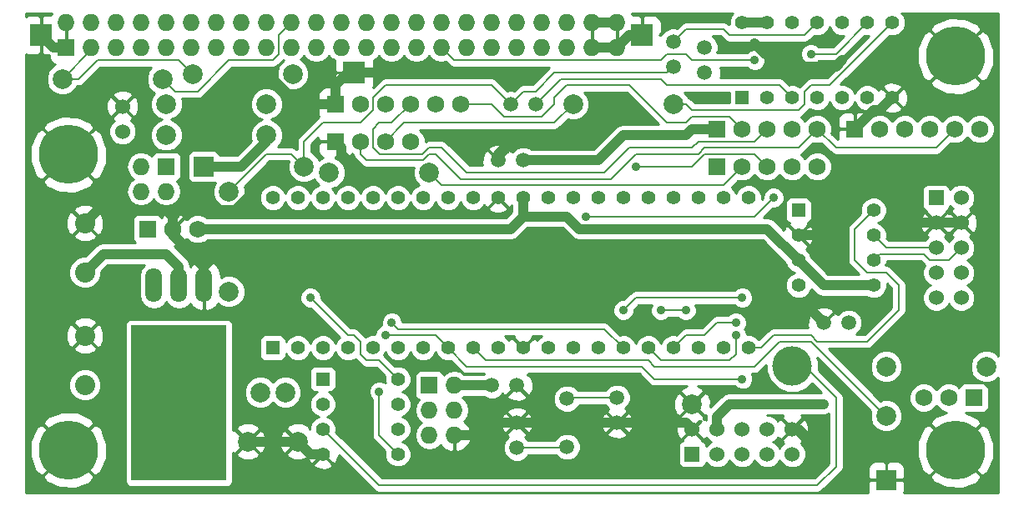
<source format=gbl>
%FSLAX36Y36*%
G04 Gerber Fmt 3.6, Leading zero omitted, Abs format (unit inch)*
G04 Created by KiCad (PCBNEW (2014-jul-16 BZR unknown)-product) date Sun 19 Oct 2014 04:52:17 PM PDT*
%MOIN*%
G01*
G04 APERTURE LIST*
%ADD10C,0.003937*%
%ADD11C,0.059100*%
%ADD12C,0.078700*%
%ADD13R,0.078700X0.078700*%
%ADD14C,0.060000*%
%ADD15C,0.236220*%
%ADD16R,0.068000X0.068000*%
%ADD17C,0.068000*%
%ADD18O,0.068000X0.068000*%
%ADD19C,0.080000*%
%ADD20R,0.060000X0.060000*%
%ADD21O,0.066900X0.137800*%
%ADD22R,0.380000X0.620000*%
%ADD23R,0.055000X0.055000*%
%ADD24C,0.055000*%
%ADD25C,0.157480*%
%ADD26C,0.078740*%
%ADD27R,0.088000X0.088000*%
%ADD28C,0.035000*%
%ADD29C,0.008000*%
%ADD30C,0.040000*%
%ADD31C,0.010000*%
G04 APERTURE END LIST*
D10*
D11*
X5925000Y-5700000D03*
X5925000Y-5600000D03*
X6325000Y-5500000D03*
X6325000Y-5600000D03*
X5950000Y-4550000D03*
X5850000Y-4550000D03*
X5825000Y-5450000D03*
X5925000Y-5450000D03*
X7250000Y-5200000D03*
X7150000Y-5200000D03*
X6000000Y-4325000D03*
X5900000Y-4325000D03*
X6675000Y-4100000D03*
X6675000Y-4200000D03*
X6550000Y-4175000D03*
X6550000Y-4075000D03*
D12*
X5075000Y-4575000D03*
D13*
X4675000Y-4575000D03*
D14*
X4350000Y-4435000D03*
X4350000Y-4335000D03*
D15*
X4133858Y-4527559D03*
X7677165Y-4133858D03*
X4133858Y-5708661D03*
X7677165Y-5708661D03*
D16*
X7750000Y-5500000D03*
D17*
X7650000Y-5500000D03*
X7550000Y-5500000D03*
D16*
X4525000Y-4575000D03*
D18*
X4525000Y-4675000D03*
X4425000Y-4575000D03*
X4425000Y-4675000D03*
D19*
X4200000Y-4998425D03*
X4200000Y-4801575D03*
X4200000Y-5448425D03*
X4200000Y-5251575D03*
D20*
X7600000Y-4700000D03*
D14*
X7700000Y-4700000D03*
X7600000Y-4800000D03*
X7700000Y-4800000D03*
X7600000Y-4900000D03*
X7700000Y-4900000D03*
X7600000Y-5000000D03*
X7700000Y-5000000D03*
X7600000Y-5100000D03*
X7700000Y-5100000D03*
D16*
X5200000Y-4325000D03*
D17*
X5300000Y-4325000D03*
X5400000Y-4325000D03*
X5500000Y-4325000D03*
X5600000Y-4325000D03*
X5700000Y-4325000D03*
D16*
X7275000Y-4425000D03*
D17*
X7375000Y-4425000D03*
X7475000Y-4425000D03*
X7575000Y-4425000D03*
X7675000Y-4425000D03*
X7775000Y-4425000D03*
D16*
X5575000Y-5450000D03*
D18*
X5675000Y-5450000D03*
X5575000Y-5550000D03*
X5675000Y-5550000D03*
X5575000Y-5650000D03*
X5675000Y-5650000D03*
D16*
X5200000Y-4475000D03*
D17*
X5300000Y-4475000D03*
X5400000Y-4475000D03*
X5500000Y-4475000D03*
D20*
X6625000Y-5725000D03*
D14*
X6625000Y-5625000D03*
X6725000Y-5725000D03*
X6725000Y-5625000D03*
X6825000Y-5725000D03*
X6825000Y-5625000D03*
X6925000Y-5725000D03*
X6925000Y-5625000D03*
X7025000Y-5725000D03*
X7025000Y-5625000D03*
D16*
X4125000Y-4100000D03*
D18*
X4125000Y-4000000D03*
X4225000Y-4100000D03*
X4225000Y-4000000D03*
X4325000Y-4100000D03*
X4325000Y-4000000D03*
X4425000Y-4100000D03*
X4425000Y-4000000D03*
X4525000Y-4100000D03*
X4525000Y-4000000D03*
X4625000Y-4100000D03*
X4625000Y-4000000D03*
X4725000Y-4100000D03*
X4725000Y-4000000D03*
X4825000Y-4100000D03*
X4825000Y-4000000D03*
X4925000Y-4100000D03*
X4925000Y-4000000D03*
X5025000Y-4100000D03*
X5025000Y-4000000D03*
X5125000Y-4100000D03*
X5125000Y-4000000D03*
X5225000Y-4100000D03*
X5225000Y-4000000D03*
X5325000Y-4100000D03*
X5325000Y-4000000D03*
X5425000Y-4100000D03*
X5425000Y-4000000D03*
X5525000Y-4100000D03*
X5525000Y-4000000D03*
X5625000Y-4100000D03*
X5625000Y-4000000D03*
X5725000Y-4100000D03*
X5725000Y-4000000D03*
X5825000Y-4100000D03*
X5825000Y-4000000D03*
X5925000Y-4100000D03*
X5925000Y-4000000D03*
X6025000Y-4100000D03*
X6025000Y-4000000D03*
X6125000Y-4100000D03*
X6125000Y-4000000D03*
X6225000Y-4100000D03*
X6225000Y-4000000D03*
X6325000Y-4100000D03*
X6325000Y-4000000D03*
D21*
X4575000Y-5050000D03*
X4675000Y-5050000D03*
X4475000Y-5050000D03*
D22*
X4575000Y-5520000D03*
D12*
X7400000Y-5375000D03*
X7800000Y-5375000D03*
X4775000Y-4675000D03*
X4775000Y-5075000D03*
X4525000Y-4325000D03*
X4925000Y-4325000D03*
X4525000Y-4450000D03*
X4925000Y-4450000D03*
D13*
X7400000Y-5828000D03*
D12*
X7400000Y-5572000D03*
D23*
X6825000Y-4300000D03*
D24*
X6925000Y-4300000D03*
X7025000Y-4300000D03*
X7125000Y-4300000D03*
X7225000Y-4300000D03*
X7325000Y-4300000D03*
X7425000Y-4300000D03*
X7425000Y-4000000D03*
X7325000Y-4000000D03*
X7225000Y-4000000D03*
X7125000Y-4000000D03*
X7025000Y-4000000D03*
X6925000Y-4000000D03*
X6825000Y-4000000D03*
D23*
X7050000Y-4750000D03*
D24*
X7050000Y-4850000D03*
X7050000Y-4950000D03*
X7050000Y-5050000D03*
X7350000Y-5050000D03*
X7350000Y-4950000D03*
X7350000Y-4850000D03*
X7350000Y-4750000D03*
D23*
X4950000Y-5300000D03*
D24*
X5050000Y-5300000D03*
X5150000Y-5300000D03*
X5250000Y-5300000D03*
X5350000Y-5300000D03*
X5450000Y-5300000D03*
X5550000Y-5300000D03*
X5650000Y-5300000D03*
X5750000Y-5300000D03*
X5850000Y-5300000D03*
X5950000Y-5300000D03*
X6050000Y-5300000D03*
X6150000Y-5300000D03*
X6250000Y-5300000D03*
X6350000Y-5300000D03*
X6450000Y-5300000D03*
X6550000Y-5300000D03*
X6650000Y-5300000D03*
X6750000Y-5300000D03*
X6850000Y-5300000D03*
X6850000Y-4700000D03*
X6750000Y-4700000D03*
X6650000Y-4700000D03*
X6550000Y-4700000D03*
X6450000Y-4700000D03*
X6350000Y-4700000D03*
X6250000Y-4700000D03*
X6150000Y-4700000D03*
X6050000Y-4700000D03*
X5950000Y-4700000D03*
X5850000Y-4700000D03*
X5750000Y-4700000D03*
X5650000Y-4700000D03*
X5550000Y-4700000D03*
X5450000Y-4700000D03*
X5350000Y-4700000D03*
X5250000Y-4700000D03*
X5150000Y-4700000D03*
X5050000Y-4700000D03*
X4950000Y-4700000D03*
D11*
X6125000Y-5696100D03*
X6125000Y-5503900D03*
D16*
X6725000Y-4425000D03*
D17*
X6825000Y-4425000D03*
X6925000Y-4425000D03*
X7025000Y-4425000D03*
X7125000Y-4425000D03*
D12*
X5575000Y-4600000D03*
X5175000Y-4600000D03*
X6150000Y-4325000D03*
X6550000Y-4325000D03*
D16*
X6725000Y-4575000D03*
D17*
X6825000Y-4575000D03*
X6925000Y-4575000D03*
X7025000Y-4575000D03*
X7125000Y-4575000D03*
D16*
X4450000Y-4825000D03*
D17*
X4550000Y-4825000D03*
X4650000Y-4825000D03*
D25*
X7025197Y-5374213D03*
D26*
X6624803Y-5525787D03*
D12*
X4510000Y-4225000D03*
X4110000Y-4225000D03*
X5030000Y-4205000D03*
X4630000Y-4205000D03*
D23*
X5150000Y-5425000D03*
D24*
X5150000Y-5525000D03*
X5150000Y-5625000D03*
X5150000Y-5725000D03*
X5450000Y-5725000D03*
X5450000Y-5625000D03*
X5450000Y-5525000D03*
X5450000Y-5425000D03*
D26*
X4900000Y-5478150D03*
X5000000Y-5478150D03*
X4850000Y-5675000D03*
X5050000Y-5675000D03*
D27*
X4025000Y-4050000D03*
X6425000Y-4050000D03*
X5275000Y-4200000D03*
D28*
X5800000Y-5000000D03*
X5150000Y-4925000D03*
X6675000Y-4300000D03*
X5450000Y-4200000D03*
X4800000Y-4225000D03*
X4675000Y-4450000D03*
X7000000Y-4125000D03*
X7125000Y-4175000D03*
X7225000Y-4150000D03*
X6875000Y-4082000D03*
X4975000Y-4575000D03*
X6300000Y-4325000D03*
X6075000Y-5000000D03*
X6600000Y-5000000D03*
X6325000Y-5000000D03*
X6450000Y-5000000D03*
X6750000Y-5000000D03*
X7325000Y-4650000D03*
X5375000Y-4600000D03*
X5400000Y-5250000D03*
X6825000Y-5425000D03*
X6500000Y-5150000D03*
X6600000Y-5150000D03*
X5425000Y-5200000D03*
X7100000Y-4125000D03*
X6350000Y-5150000D03*
X6825000Y-5100000D03*
X6800000Y-5250000D03*
X6800000Y-5200000D03*
X6200000Y-4775000D03*
X6950000Y-4700000D03*
X6400000Y-4575000D03*
X6875000Y-4150000D03*
X5100000Y-5100000D03*
X5375000Y-5475000D03*
X7150000Y-5525000D03*
D29*
X6096100Y-5700000D02*
X6100000Y-5696100D01*
X6121100Y-5700000D02*
X6125000Y-5696100D01*
X5925000Y-5700000D02*
X6121100Y-5700000D01*
D30*
X5150000Y-4925000D02*
X4725000Y-4925000D01*
X5250000Y-5000000D02*
X5800000Y-5000000D01*
X4725000Y-4925000D02*
X4675000Y-4975000D01*
X5250000Y-5000000D02*
X5225000Y-5000000D01*
X5225000Y-5000000D02*
X5150000Y-4925000D01*
X5275000Y-4200000D02*
X5450000Y-4200000D01*
X4800000Y-4225000D02*
X4675000Y-4350000D01*
X5050000Y-4325000D02*
X4950000Y-4225000D01*
X4950000Y-4225000D02*
X4800000Y-4225000D01*
X5200000Y-4325000D02*
X5050000Y-4325000D01*
X4675000Y-4350000D02*
X4675000Y-4450000D01*
X7000000Y-4125000D02*
X6918000Y-4125000D01*
X7050000Y-4175000D02*
X7000000Y-4125000D01*
X7200000Y-4175000D02*
X7125000Y-4175000D01*
X7225000Y-4150000D02*
X7200000Y-4175000D01*
X7125000Y-4175000D02*
X7050000Y-4175000D01*
X6918000Y-4125000D02*
X6875000Y-4082000D01*
X7275000Y-4425000D02*
X7350000Y-4350000D01*
X7375000Y-4350000D02*
X7425000Y-4300000D01*
X7350000Y-4350000D02*
X7375000Y-4350000D01*
X5275000Y-4200000D02*
X5250000Y-4200000D01*
X5250000Y-4200000D02*
X5200000Y-4250000D01*
X5200000Y-4250000D02*
X5200000Y-4325000D01*
X5150000Y-5725000D02*
X5100000Y-5725000D01*
X5100000Y-5725000D02*
X5050000Y-5675000D01*
X4800000Y-4750000D02*
X4975000Y-4575000D01*
X6325000Y-4100000D02*
X6375000Y-4050000D01*
X6375000Y-4050000D02*
X6425000Y-4050000D01*
X6325000Y-4100000D02*
X6225000Y-4100000D01*
X6325000Y-4000000D02*
X6225000Y-4000000D01*
X4125000Y-4100000D02*
X4075000Y-4100000D01*
X4075000Y-4100000D02*
X4025000Y-4050000D01*
X7150000Y-5200000D02*
X7075000Y-5125000D01*
X7075000Y-5125000D02*
X7000000Y-5125000D01*
X7075000Y-5800000D02*
X6575000Y-5800000D01*
X6525000Y-5750000D02*
X6525000Y-5600000D01*
X6575000Y-5800000D02*
X6525000Y-5750000D01*
X6625000Y-5625000D02*
X6600000Y-5600000D01*
X6600000Y-5600000D02*
X6525000Y-5600000D01*
X7050000Y-5625000D02*
X7025000Y-5625000D01*
X7075000Y-5800000D02*
X7100000Y-5775000D01*
X7100000Y-5775000D02*
X7100000Y-5675000D01*
X7100000Y-5675000D02*
X7050000Y-5625000D01*
X7700000Y-4800000D02*
X7600000Y-4800000D01*
X6075000Y-5000000D02*
X5850000Y-5000000D01*
X5800000Y-5000000D02*
X5850000Y-5000000D01*
X4675000Y-4975000D02*
X4675000Y-5050000D01*
X7000000Y-5125000D02*
X6875000Y-5000000D01*
X6875000Y-5000000D02*
X6750000Y-5000000D01*
X6750000Y-5000000D02*
X6600000Y-5000000D01*
X6450000Y-5000000D02*
X6325000Y-5000000D01*
X6325000Y-5000000D02*
X6075000Y-5000000D01*
X6600000Y-5000000D02*
X6450000Y-5000000D01*
X7375000Y-4650000D02*
X7525000Y-4800000D01*
X7325000Y-4650000D02*
X7375000Y-4650000D01*
X7525000Y-4800000D02*
X7600000Y-4800000D01*
X7125000Y-4850000D02*
X7325000Y-4650000D01*
X7050000Y-4850000D02*
X7125000Y-4850000D01*
X5850000Y-4525000D02*
X5900000Y-4475000D01*
X5850000Y-4550000D02*
X5850000Y-4525000D01*
X5225000Y-4525000D02*
X5300000Y-4600000D01*
X5300000Y-4600000D02*
X5375000Y-4600000D01*
X5225000Y-4500000D02*
X5225000Y-4525000D01*
X5200000Y-4475000D02*
X5225000Y-4500000D01*
X4575000Y-4750000D02*
X4550000Y-4775000D01*
X4550000Y-4775000D02*
X4550000Y-4825000D01*
X4800000Y-4750000D02*
X4575000Y-4750000D01*
X4525000Y-4750000D02*
X4251575Y-4750000D01*
X4251575Y-4750000D02*
X4200000Y-4801575D01*
X4550000Y-4775000D02*
X4525000Y-4750000D01*
X4550000Y-4850000D02*
X4550000Y-4825000D01*
X4675000Y-4975000D02*
X4550000Y-4850000D01*
D29*
X6625000Y-5550000D02*
X6600000Y-5550000D01*
D30*
X5900000Y-4475000D02*
X6150000Y-4475000D01*
X6150000Y-4475000D02*
X6300000Y-4325000D01*
X6525000Y-5600000D02*
X6325000Y-5600000D01*
X6325000Y-5600000D02*
X5925000Y-5600000D01*
X5825000Y-5600000D02*
X5775000Y-5650000D01*
X5775000Y-5650000D02*
X5675000Y-5650000D01*
X5925000Y-5600000D02*
X5825000Y-5600000D01*
X5050000Y-5675000D02*
X4850000Y-5675000D01*
D29*
X6128900Y-5500000D02*
X6125000Y-5503900D01*
X6325000Y-5500000D02*
X6128900Y-5500000D01*
X6550000Y-4175000D02*
X6525000Y-4200000D01*
X6000000Y-4275000D02*
X5950000Y-4275000D01*
X6075000Y-4200000D02*
X6000000Y-4275000D01*
X6525000Y-4200000D02*
X6075000Y-4200000D01*
X5075000Y-4575000D02*
X5075000Y-4475000D01*
X5350000Y-4300000D02*
X5400000Y-4250000D01*
X5350000Y-4350000D02*
X5350000Y-4300000D01*
X5300000Y-4400000D02*
X5350000Y-4350000D01*
X5150000Y-4400000D02*
X5300000Y-4400000D01*
X5075000Y-4475000D02*
X5150000Y-4400000D01*
X5950000Y-4275000D02*
X5900000Y-4325000D01*
X5075000Y-4575000D02*
X5025000Y-4525000D01*
X4925000Y-4525000D02*
X4775000Y-4675000D01*
X5025000Y-4525000D02*
X4925000Y-4525000D01*
X5825000Y-4250000D02*
X5900000Y-4325000D01*
X5825000Y-4250000D02*
X5400000Y-4250000D01*
X6875000Y-5375000D02*
X6975000Y-5275000D01*
X7100000Y-5275000D02*
X7397000Y-5572000D01*
X6975000Y-5275000D02*
X7100000Y-5275000D01*
X7397000Y-5572000D02*
X7400000Y-5572000D01*
X6875000Y-5375000D02*
X6475000Y-5375000D01*
X5800000Y-5350000D02*
X6450000Y-5350000D01*
X5750000Y-5300000D02*
X5800000Y-5350000D01*
X6450000Y-5350000D02*
X6475000Y-5375000D01*
X6825000Y-5425000D02*
X6475000Y-5425000D01*
X5725000Y-5375000D02*
X5650000Y-5300000D01*
X6475000Y-5425000D02*
X6425000Y-5375000D01*
X6425000Y-5375000D02*
X5725000Y-5375000D01*
X5600000Y-5250000D02*
X5400000Y-5250000D01*
X5650000Y-5300000D02*
X5600000Y-5250000D01*
X6600000Y-5150000D02*
X6500000Y-5150000D01*
X5450000Y-5225000D02*
X5425000Y-5200000D01*
X5450000Y-5225000D02*
X6275000Y-5225000D01*
X6350000Y-5300000D02*
X6275000Y-5225000D01*
X6400000Y-5100000D02*
X6350000Y-5150000D01*
X6825000Y-5100000D02*
X6400000Y-5100000D01*
X7200000Y-4125000D02*
X7325000Y-4000000D01*
X7100000Y-4125000D02*
X7200000Y-4125000D01*
X6800000Y-5325000D02*
X6800000Y-5250000D01*
X6450000Y-5300000D02*
X6500000Y-5350000D01*
X6500000Y-5350000D02*
X6775000Y-5350000D01*
X6800000Y-5325000D02*
X6775000Y-5350000D01*
X6550000Y-5300000D02*
X6600000Y-5250000D01*
X6600000Y-5250000D02*
X6675000Y-5250000D01*
X6725000Y-5200000D02*
X6675000Y-5250000D01*
X6800000Y-5200000D02*
X6725000Y-5200000D01*
X6875000Y-4775000D02*
X6200000Y-4775000D01*
X6950000Y-4700000D02*
X6875000Y-4775000D01*
X5300000Y-4475000D02*
X5300000Y-4525000D01*
X5325000Y-4550000D02*
X5550000Y-4550000D01*
X5300000Y-4525000D02*
X5325000Y-4550000D01*
X6675000Y-4500000D02*
X6650000Y-4525000D01*
X6650000Y-4525000D02*
X6400000Y-4525000D01*
X7125000Y-4425000D02*
X7050000Y-4500000D01*
X5575000Y-4525000D02*
X5550000Y-4550000D01*
X5600000Y-4525000D02*
X5575000Y-4525000D01*
X5700000Y-4625000D02*
X5600000Y-4525000D01*
X6300000Y-4625000D02*
X5700000Y-4625000D01*
X6400000Y-4525000D02*
X6300000Y-4625000D01*
X7050000Y-4500000D02*
X6675000Y-4500000D01*
X7200000Y-4500000D02*
X7600000Y-4500000D01*
X7600000Y-4500000D02*
X7675000Y-4425000D01*
X7125000Y-4425000D02*
X7200000Y-4500000D01*
X6875000Y-4525000D02*
X6675000Y-4525000D01*
X6625000Y-4575000D02*
X6400000Y-4575000D01*
X6675000Y-4525000D02*
X6625000Y-4575000D01*
X6925000Y-4575000D02*
X6875000Y-4525000D01*
X6075000Y-4400000D02*
X5475000Y-4400000D01*
X5475000Y-4400000D02*
X5400000Y-4475000D01*
X6150000Y-4325000D02*
X6075000Y-4400000D01*
X5625000Y-4100000D02*
X5675000Y-4150000D01*
X6625000Y-4150000D02*
X6875000Y-4150000D01*
X6600000Y-4125000D02*
X6625000Y-4150000D01*
X6525000Y-4125000D02*
X6600000Y-4125000D01*
X6500000Y-4150000D02*
X6525000Y-4125000D01*
X5675000Y-4150000D02*
X6500000Y-4150000D01*
X7350000Y-4950000D02*
X7375000Y-4925000D01*
X7550000Y-4925000D02*
X7575000Y-4950000D01*
X7375000Y-4925000D02*
X7550000Y-4925000D01*
X7650000Y-4950000D02*
X7575000Y-4950000D01*
X7700000Y-4900000D02*
X7650000Y-4950000D01*
X7400000Y-4900000D02*
X7350000Y-4850000D01*
X7350000Y-4850000D02*
X7350000Y-4850000D01*
X7600000Y-4900000D02*
X7400000Y-4900000D01*
D30*
X4575000Y-4975000D02*
X4525000Y-4925000D01*
X4525000Y-4925000D02*
X4273425Y-4925000D01*
X4273425Y-4925000D02*
X4200000Y-4998425D01*
X4575000Y-5050000D02*
X4575000Y-4975000D01*
D29*
X6975000Y-4250000D02*
X6525000Y-4250000D01*
X6500000Y-4225000D02*
X6100000Y-4225000D01*
X6100000Y-4225000D02*
X6000000Y-4325000D01*
X6525000Y-4250000D02*
X6500000Y-4225000D01*
X7025000Y-4300000D02*
X6975000Y-4250000D01*
X6550000Y-4075000D02*
X6600000Y-4025000D01*
X7075000Y-4050000D02*
X7125000Y-4000000D01*
X6775000Y-4050000D02*
X7075000Y-4050000D01*
X6750000Y-4025000D02*
X6775000Y-4050000D01*
X6600000Y-4025000D02*
X6750000Y-4025000D01*
X6600000Y-4400000D02*
X6525000Y-4400000D01*
X6125000Y-4250000D02*
X6075000Y-4300000D01*
X6375000Y-4250000D02*
X6125000Y-4250000D01*
X6525000Y-4400000D02*
X6375000Y-4250000D01*
X6825000Y-4425000D02*
X6775000Y-4375000D01*
X6625000Y-4375000D02*
X6600000Y-4400000D01*
X6775000Y-4375000D02*
X6625000Y-4375000D01*
X6075000Y-4325000D02*
X6025000Y-4375000D01*
X6025000Y-4375000D02*
X5875000Y-4375000D01*
X5875000Y-4375000D02*
X5825000Y-4325000D01*
X5825000Y-4325000D02*
X5700000Y-4325000D01*
X6075000Y-4300000D02*
X6075000Y-4325000D01*
X5500000Y-4325000D02*
X5425000Y-4400000D01*
X5625000Y-4500000D02*
X5575000Y-4500000D01*
X5575000Y-4500000D02*
X5548814Y-4526186D01*
X5548814Y-4526186D02*
X5376186Y-4526186D01*
X5376186Y-4526186D02*
X5350000Y-4500000D01*
X5350000Y-4500000D02*
X5350000Y-4425000D01*
X5625000Y-4500000D02*
X5725000Y-4600000D01*
X5375000Y-4400000D02*
X5350000Y-4425000D01*
X5425000Y-4400000D02*
X5375000Y-4400000D01*
X6925000Y-4425000D02*
X6875000Y-4475000D01*
X6275000Y-4600000D02*
X5725000Y-4600000D01*
X6375000Y-4500000D02*
X6275000Y-4600000D01*
X6625000Y-4500000D02*
X6375000Y-4500000D01*
X6650000Y-4475000D02*
X6625000Y-4500000D01*
X6875000Y-4475000D02*
X6650000Y-4475000D01*
X6825000Y-4575000D02*
X6750000Y-4650000D01*
X5625000Y-4650000D02*
X5575000Y-4600000D01*
X6750000Y-4650000D02*
X5625000Y-4650000D01*
X7050000Y-4350000D02*
X7075000Y-4325000D01*
X7100000Y-4250000D02*
X7175000Y-4250000D01*
X7075000Y-4275000D02*
X7100000Y-4250000D01*
X7075000Y-4325000D02*
X7075000Y-4275000D01*
X7425000Y-4000000D02*
X7175000Y-4250000D01*
X6550000Y-4325000D02*
X6600000Y-4325000D01*
X6625000Y-4350000D02*
X7050000Y-4350000D01*
X6600000Y-4325000D02*
X6625000Y-4350000D01*
X6850000Y-5300000D02*
X6900000Y-5300000D01*
X6900000Y-5300000D02*
X6950000Y-5250000D01*
X7125000Y-5275000D02*
X7100000Y-5250000D01*
X7100000Y-5250000D02*
X6950000Y-5250000D01*
X7325000Y-5275000D02*
X7450000Y-5150000D01*
X7125000Y-5275000D02*
X7325000Y-5275000D01*
X7275000Y-4825000D02*
X7350000Y-4750000D01*
X7275000Y-4950000D02*
X7275000Y-4825000D01*
X7325000Y-5000000D02*
X7275000Y-4950000D01*
X7400000Y-5000000D02*
X7325000Y-5000000D01*
X7450000Y-5050000D02*
X7400000Y-5000000D01*
X7450000Y-5150000D02*
X7450000Y-5050000D01*
X5250000Y-5250000D02*
X5100000Y-5100000D01*
X5325000Y-5350000D02*
X5300000Y-5325000D01*
X5275000Y-5250000D02*
X5250000Y-5250000D01*
X5300000Y-5275000D02*
X5275000Y-5250000D01*
X5300000Y-5325000D02*
X5300000Y-5275000D01*
X5400000Y-5375000D02*
X5375000Y-5350000D01*
X5375000Y-5350000D02*
X5325000Y-5350000D01*
X4630000Y-4205000D02*
X4575000Y-4150000D01*
X4175000Y-4225000D02*
X4110000Y-4225000D01*
X4250000Y-4150000D02*
X4175000Y-4225000D01*
X4575000Y-4150000D02*
X4250000Y-4150000D01*
X4110000Y-4225000D02*
X4225000Y-4110000D01*
X4225000Y-4110000D02*
X4225000Y-4100000D01*
X5450000Y-5425000D02*
X5400000Y-5375000D01*
X4975000Y-4125000D02*
X4950000Y-4150000D01*
X4775000Y-4150000D02*
X4650000Y-4275000D01*
X4950000Y-4150000D02*
X4775000Y-4150000D01*
X5375000Y-5650000D02*
X5450000Y-5725000D01*
X5375000Y-5475000D02*
X5375000Y-5650000D01*
X4510000Y-4225000D02*
X4560000Y-4275000D01*
X4560000Y-4275000D02*
X4650000Y-4275000D01*
X4975000Y-4050000D02*
X5025000Y-4000000D01*
X4975000Y-4125000D02*
X4975000Y-4050000D01*
X7125000Y-5850000D02*
X5375000Y-5850000D01*
X7200000Y-5775000D02*
X7125000Y-5850000D01*
X7200000Y-5500000D02*
X7200000Y-5775000D01*
X7074213Y-5374213D02*
X7200000Y-5500000D01*
X7025197Y-5374213D02*
X7074213Y-5374213D01*
X5150000Y-5625000D02*
X5375000Y-5850000D01*
D30*
X5950000Y-4775000D02*
X6125000Y-4775000D01*
X6125000Y-4775000D02*
X6175000Y-4825000D01*
X4675000Y-4575000D02*
X4825000Y-4575000D01*
X4825000Y-4575000D02*
X4925000Y-4475000D01*
X4925000Y-4475000D02*
X4925000Y-4450000D01*
X5950000Y-4550000D02*
X6250000Y-4550000D01*
X6625000Y-4425000D02*
X6725000Y-4425000D01*
X6600000Y-4450000D02*
X6625000Y-4425000D01*
X6350000Y-4450000D02*
X6600000Y-4450000D01*
X6250000Y-4550000D02*
X6350000Y-4450000D01*
X7150000Y-5050000D02*
X7050000Y-4950000D01*
X7350000Y-5050000D02*
X7150000Y-5050000D01*
X6725000Y-5575000D02*
X6775000Y-5525000D01*
X6775000Y-5525000D02*
X7150000Y-5525000D01*
X6725000Y-5625000D02*
X6725000Y-5575000D01*
X5900000Y-4825000D02*
X5950000Y-4775000D01*
X5950000Y-4775000D02*
X5950000Y-4700000D01*
X4650000Y-4825000D02*
X5900000Y-4825000D01*
X7050000Y-4950000D02*
X6925000Y-4825000D01*
X6925000Y-4825000D02*
X6175000Y-4825000D01*
X5825000Y-5450000D02*
X5675000Y-5450000D01*
X6925000Y-4000000D02*
X6825000Y-4000000D01*
D31*
G36*
X4126787Y-4101000D02*
X4126000Y-4101000D01*
X4126000Y-4101787D01*
X4124000Y-4101787D01*
X4124000Y-4101000D01*
X4123213Y-4101000D01*
X4123213Y-4099000D01*
X4124000Y-4099000D01*
X4124000Y-4060243D01*
X4124000Y-4039750D01*
X4124000Y-4001000D01*
X4123213Y-4001000D01*
X4123213Y-3999000D01*
X4124000Y-3999000D01*
X4124000Y-3998213D01*
X4126000Y-3998213D01*
X4126000Y-3999000D01*
X4126787Y-3999000D01*
X4126787Y-4001000D01*
X4126000Y-4001000D01*
X4126000Y-4039750D01*
X4126000Y-4060243D01*
X4126000Y-4099000D01*
X4126787Y-4099000D01*
X4126787Y-4101000D01*
X4126787Y-4101000D01*
G37*
X4126787Y-4101000D02*
X4126000Y-4101000D01*
X4126000Y-4101787D01*
X4124000Y-4101787D01*
X4124000Y-4101000D01*
X4123213Y-4101000D01*
X4123213Y-4099000D01*
X4124000Y-4099000D01*
X4124000Y-4060243D01*
X4124000Y-4039750D01*
X4124000Y-4001000D01*
X4123213Y-4001000D01*
X4123213Y-3999000D01*
X4124000Y-3999000D01*
X4124000Y-3998213D01*
X4126000Y-3998213D01*
X4126000Y-3999000D01*
X4126787Y-3999000D01*
X4126787Y-4001000D01*
X4126000Y-4001000D01*
X4126000Y-4039750D01*
X4126000Y-4060243D01*
X4126000Y-4099000D01*
X4126787Y-4099000D01*
X4126787Y-4101000D01*
G36*
X5201787Y-4476000D02*
X5201000Y-4476000D01*
X5201000Y-4476787D01*
X5199000Y-4476787D01*
X5199000Y-4476000D01*
X5139750Y-4476000D01*
X5131000Y-4484750D01*
X5131000Y-4502038D01*
X5131000Y-4515962D01*
X5136328Y-4528826D01*
X5146174Y-4538672D01*
X5150540Y-4540480D01*
X5138596Y-4545415D01*
X5134211Y-4549792D01*
X5129585Y-4538596D01*
X5111499Y-4520479D01*
X5104000Y-4517365D01*
X5104000Y-4487012D01*
X5131000Y-4460012D01*
X5131000Y-4465250D01*
X5139750Y-4474000D01*
X5199000Y-4474000D01*
X5199000Y-4473213D01*
X5201000Y-4473213D01*
X5201000Y-4474000D01*
X5201787Y-4474000D01*
X5201787Y-4476000D01*
X5201787Y-4476000D01*
G37*
X5201787Y-4476000D02*
X5201000Y-4476000D01*
X5201000Y-4476787D01*
X5199000Y-4476787D01*
X5199000Y-4476000D01*
X5139750Y-4476000D01*
X5131000Y-4484750D01*
X5131000Y-4502038D01*
X5131000Y-4515962D01*
X5136328Y-4528826D01*
X5146174Y-4538672D01*
X5150540Y-4540480D01*
X5138596Y-4545415D01*
X5134211Y-4549792D01*
X5129585Y-4538596D01*
X5111499Y-4520479D01*
X5104000Y-4517365D01*
X5104000Y-4487012D01*
X5131000Y-4460012D01*
X5131000Y-4465250D01*
X5139750Y-4474000D01*
X5199000Y-4474000D01*
X5199000Y-4473213D01*
X5201000Y-4473213D01*
X5201000Y-4474000D01*
X5201787Y-4474000D01*
X5201787Y-4476000D01*
G36*
X5533854Y-4649866D02*
X5520300Y-4655467D01*
X5505519Y-4670222D01*
X5499996Y-4683521D01*
X5494533Y-4670300D01*
X5479778Y-4655519D01*
X5460489Y-4647509D01*
X5439603Y-4647491D01*
X5420300Y-4655467D01*
X5405519Y-4670222D01*
X5399996Y-4683521D01*
X5394533Y-4670300D01*
X5379778Y-4655519D01*
X5360489Y-4647509D01*
X5339603Y-4647491D01*
X5320300Y-4655467D01*
X5305519Y-4670222D01*
X5299996Y-4683521D01*
X5294533Y-4670300D01*
X5279778Y-4655519D01*
X5260489Y-4647509D01*
X5239603Y-4647491D01*
X5220300Y-4655467D01*
X5205519Y-4670222D01*
X5199996Y-4683521D01*
X5194533Y-4670300D01*
X5188353Y-4664109D01*
X5211404Y-4654585D01*
X5229521Y-4636499D01*
X5239339Y-4612856D01*
X5239361Y-4587256D01*
X5229585Y-4563596D01*
X5211499Y-4545479D01*
X5201000Y-4541119D01*
X5201000Y-4535250D01*
X5209750Y-4544000D01*
X5240962Y-4544000D01*
X5253826Y-4538672D01*
X5263672Y-4528826D01*
X5265635Y-4524086D01*
X5266536Y-4524989D01*
X5271399Y-4527008D01*
X5273207Y-4536098D01*
X5279494Y-4545506D01*
X5304494Y-4570506D01*
X5313902Y-4576793D01*
X5313902Y-4576793D01*
X5325000Y-4579000D01*
X5514043Y-4579000D01*
X5510661Y-4587144D01*
X5510639Y-4612744D01*
X5520415Y-4636404D01*
X5533854Y-4649866D01*
X5533854Y-4649866D01*
G37*
X5533854Y-4649866D02*
X5520300Y-4655467D01*
X5505519Y-4670222D01*
X5499996Y-4683521D01*
X5494533Y-4670300D01*
X5479778Y-4655519D01*
X5460489Y-4647509D01*
X5439603Y-4647491D01*
X5420300Y-4655467D01*
X5405519Y-4670222D01*
X5399996Y-4683521D01*
X5394533Y-4670300D01*
X5379778Y-4655519D01*
X5360489Y-4647509D01*
X5339603Y-4647491D01*
X5320300Y-4655467D01*
X5305519Y-4670222D01*
X5299996Y-4683521D01*
X5294533Y-4670300D01*
X5279778Y-4655519D01*
X5260489Y-4647509D01*
X5239603Y-4647491D01*
X5220300Y-4655467D01*
X5205519Y-4670222D01*
X5199996Y-4683521D01*
X5194533Y-4670300D01*
X5188353Y-4664109D01*
X5211404Y-4654585D01*
X5229521Y-4636499D01*
X5239339Y-4612856D01*
X5239361Y-4587256D01*
X5229585Y-4563596D01*
X5211499Y-4545479D01*
X5201000Y-4541119D01*
X5201000Y-4535250D01*
X5209750Y-4544000D01*
X5240962Y-4544000D01*
X5253826Y-4538672D01*
X5263672Y-4528826D01*
X5265635Y-4524086D01*
X5266536Y-4524989D01*
X5271399Y-4527008D01*
X5273207Y-4536098D01*
X5279494Y-4545506D01*
X5304494Y-4570506D01*
X5313902Y-4576793D01*
X5313902Y-4576793D01*
X5325000Y-4579000D01*
X5514043Y-4579000D01*
X5510661Y-4587144D01*
X5510639Y-4612744D01*
X5520415Y-4636404D01*
X5533854Y-4649866D01*
G36*
X6023850Y-5254000D02*
X6020300Y-5255467D01*
X6005519Y-5270222D01*
X6005506Y-5270253D01*
X6003805Y-5265855D01*
X6002136Y-5263357D01*
X5989573Y-5261841D01*
X5951414Y-5300000D01*
X5951971Y-5300557D01*
X5950557Y-5301971D01*
X5950000Y-5301414D01*
X5949443Y-5301971D01*
X5948029Y-5300557D01*
X5948586Y-5300000D01*
X5910427Y-5261841D01*
X5897864Y-5263357D01*
X5894660Y-5270606D01*
X5894533Y-5270300D01*
X5879778Y-5255519D01*
X5876120Y-5254000D01*
X5912617Y-5254000D01*
X5911841Y-5260427D01*
X5950000Y-5298586D01*
X5988159Y-5260427D01*
X5987383Y-5254000D01*
X6023850Y-5254000D01*
X6023850Y-5254000D01*
G37*
X6023850Y-5254000D02*
X6020300Y-5255467D01*
X6005519Y-5270222D01*
X6005506Y-5270253D01*
X6003805Y-5265855D01*
X6002136Y-5263357D01*
X5989573Y-5261841D01*
X5951414Y-5300000D01*
X5951971Y-5300557D01*
X5950557Y-5301971D01*
X5950000Y-5301414D01*
X5949443Y-5301971D01*
X5948029Y-5300557D01*
X5948586Y-5300000D01*
X5910427Y-5261841D01*
X5897864Y-5263357D01*
X5894660Y-5270606D01*
X5894533Y-5270300D01*
X5879778Y-5255519D01*
X5876120Y-5254000D01*
X5912617Y-5254000D01*
X5911841Y-5260427D01*
X5950000Y-5298586D01*
X5988159Y-5260427D01*
X5987383Y-5254000D01*
X6023850Y-5254000D01*
G36*
X6326787Y-4101000D02*
X6326000Y-4101000D01*
X6326000Y-4101787D01*
X6324000Y-4101787D01*
X6324000Y-4101000D01*
X6324000Y-4099000D01*
X6324000Y-4060243D01*
X6324000Y-4039757D01*
X6324000Y-4001000D01*
X6285242Y-4001000D01*
X6264758Y-4001000D01*
X6226000Y-4001000D01*
X6226000Y-4039757D01*
X6226000Y-4060243D01*
X6226000Y-4099000D01*
X6264758Y-4099000D01*
X6285242Y-4099000D01*
X6324000Y-4099000D01*
X6324000Y-4101000D01*
X6285242Y-4101000D01*
X6264758Y-4101000D01*
X6226000Y-4101000D01*
X6226000Y-4101787D01*
X6224000Y-4101787D01*
X6224000Y-4101000D01*
X6223213Y-4101000D01*
X6223213Y-4099000D01*
X6224000Y-4099000D01*
X6224000Y-4060243D01*
X6224000Y-4039757D01*
X6224000Y-4001000D01*
X6223213Y-4001000D01*
X6223213Y-3999000D01*
X6224000Y-3999000D01*
X6224000Y-3998213D01*
X6226000Y-3998213D01*
X6226000Y-3999000D01*
X6264758Y-3999000D01*
X6285242Y-3999000D01*
X6324000Y-3999000D01*
X6324000Y-3998213D01*
X6326000Y-3998213D01*
X6326000Y-3999000D01*
X6326787Y-3999000D01*
X6326787Y-4001000D01*
X6326000Y-4001000D01*
X6326000Y-4039757D01*
X6326000Y-4060243D01*
X6326000Y-4099000D01*
X6326787Y-4099000D01*
X6326787Y-4101000D01*
X6326787Y-4101000D01*
G37*
X6326787Y-4101000D02*
X6326000Y-4101000D01*
X6326000Y-4101787D01*
X6324000Y-4101787D01*
X6324000Y-4101000D01*
X6324000Y-4099000D01*
X6324000Y-4060243D01*
X6324000Y-4039757D01*
X6324000Y-4001000D01*
X6285242Y-4001000D01*
X6264758Y-4001000D01*
X6226000Y-4001000D01*
X6226000Y-4039757D01*
X6226000Y-4060243D01*
X6226000Y-4099000D01*
X6264758Y-4099000D01*
X6285242Y-4099000D01*
X6324000Y-4099000D01*
X6324000Y-4101000D01*
X6285242Y-4101000D01*
X6264758Y-4101000D01*
X6226000Y-4101000D01*
X6226000Y-4101787D01*
X6224000Y-4101787D01*
X6224000Y-4101000D01*
X6223213Y-4101000D01*
X6223213Y-4099000D01*
X6224000Y-4099000D01*
X6224000Y-4060243D01*
X6224000Y-4039757D01*
X6224000Y-4001000D01*
X6223213Y-4001000D01*
X6223213Y-3999000D01*
X6224000Y-3999000D01*
X6224000Y-3998213D01*
X6226000Y-3998213D01*
X6226000Y-3999000D01*
X6264758Y-3999000D01*
X6285242Y-3999000D01*
X6324000Y-3999000D01*
X6324000Y-3998213D01*
X6326000Y-3998213D01*
X6326000Y-3999000D01*
X6326787Y-3999000D01*
X6326787Y-4001000D01*
X6326000Y-4001000D01*
X6326000Y-4039757D01*
X6326000Y-4060243D01*
X6326000Y-4099000D01*
X6326787Y-4099000D01*
X6326787Y-4101000D01*
G36*
X6488988Y-4405000D02*
X6350000Y-4405000D01*
X6332779Y-4408425D01*
X6318180Y-4418180D01*
X6231360Y-4505000D01*
X5982157Y-4505000D01*
X5980940Y-4503782D01*
X5960898Y-4495459D01*
X5939197Y-4495441D01*
X5919140Y-4503728D01*
X5906282Y-4516563D01*
X5905587Y-4514763D01*
X5903827Y-4512129D01*
X5891052Y-4510363D01*
X5889637Y-4511777D01*
X5889637Y-4508948D01*
X5887871Y-4496173D01*
X5864390Y-4485778D01*
X5838718Y-4485160D01*
X5814763Y-4494413D01*
X5812129Y-4496173D01*
X5810363Y-4508948D01*
X5850000Y-4548586D01*
X5889637Y-4508948D01*
X5889637Y-4511777D01*
X5851414Y-4550000D01*
X5851971Y-4550557D01*
X5850557Y-4551971D01*
X5850000Y-4551414D01*
X5849443Y-4551971D01*
X5848029Y-4550557D01*
X5848586Y-4550000D01*
X5808948Y-4510363D01*
X5796173Y-4512129D01*
X5785778Y-4535610D01*
X5785160Y-4561282D01*
X5788913Y-4571000D01*
X5737012Y-4571000D01*
X5645506Y-4479494D01*
X5636098Y-4473207D01*
X5625000Y-4471000D01*
X5575000Y-4471000D01*
X5563902Y-4473207D01*
X5558999Y-4476484D01*
X5559010Y-4463316D01*
X5550047Y-4441623D01*
X5537446Y-4429000D01*
X6075000Y-4429000D01*
X6086098Y-4426793D01*
X6095506Y-4420506D01*
X6129745Y-4386267D01*
X6137144Y-4389339D01*
X6162744Y-4389361D01*
X6186404Y-4379585D01*
X6204521Y-4361499D01*
X6214339Y-4337856D01*
X6214361Y-4312256D01*
X6204585Y-4288596D01*
X6195006Y-4279000D01*
X6362988Y-4279000D01*
X6488988Y-4405000D01*
X6488988Y-4405000D01*
G37*
X6488988Y-4405000D02*
X6350000Y-4405000D01*
X6332779Y-4408425D01*
X6318180Y-4418180D01*
X6231360Y-4505000D01*
X5982157Y-4505000D01*
X5980940Y-4503782D01*
X5960898Y-4495459D01*
X5939197Y-4495441D01*
X5919140Y-4503728D01*
X5906282Y-4516563D01*
X5905587Y-4514763D01*
X5903827Y-4512129D01*
X5891052Y-4510363D01*
X5889637Y-4511777D01*
X5889637Y-4508948D01*
X5887871Y-4496173D01*
X5864390Y-4485778D01*
X5838718Y-4485160D01*
X5814763Y-4494413D01*
X5812129Y-4496173D01*
X5810363Y-4508948D01*
X5850000Y-4548586D01*
X5889637Y-4508948D01*
X5889637Y-4511777D01*
X5851414Y-4550000D01*
X5851971Y-4550557D01*
X5850557Y-4551971D01*
X5850000Y-4551414D01*
X5849443Y-4551971D01*
X5848029Y-4550557D01*
X5848586Y-4550000D01*
X5808948Y-4510363D01*
X5796173Y-4512129D01*
X5785778Y-4535610D01*
X5785160Y-4561282D01*
X5788913Y-4571000D01*
X5737012Y-4571000D01*
X5645506Y-4479494D01*
X5636098Y-4473207D01*
X5625000Y-4471000D01*
X5575000Y-4471000D01*
X5563902Y-4473207D01*
X5558999Y-4476484D01*
X5559010Y-4463316D01*
X5550047Y-4441623D01*
X5537446Y-4429000D01*
X6075000Y-4429000D01*
X6086098Y-4426793D01*
X6095506Y-4420506D01*
X6129745Y-4386267D01*
X6137144Y-4389339D01*
X6162744Y-4389361D01*
X6186404Y-4379585D01*
X6204521Y-4361499D01*
X6214339Y-4337856D01*
X6214361Y-4312256D01*
X6204585Y-4288596D01*
X6195006Y-4279000D01*
X6362988Y-4279000D01*
X6488988Y-4405000D01*
G36*
X6676971Y-4200557D02*
X6675557Y-4201971D01*
X6675000Y-4201414D01*
X6674443Y-4201971D01*
X6673029Y-4200557D01*
X6673586Y-4200000D01*
X6673029Y-4199443D01*
X6674443Y-4198029D01*
X6675000Y-4198586D01*
X6675557Y-4198029D01*
X6676971Y-4199443D01*
X6676414Y-4200000D01*
X6676971Y-4200557D01*
X6676971Y-4200557D01*
G37*
X6676971Y-4200557D02*
X6675557Y-4201971D01*
X6675000Y-4201414D01*
X6674443Y-4201971D01*
X6673029Y-4200557D01*
X6673586Y-4200000D01*
X6673029Y-4199443D01*
X6674443Y-4198029D01*
X6675000Y-4198586D01*
X6675557Y-4198029D01*
X6676971Y-4199443D01*
X6676414Y-4200000D01*
X6676971Y-4200557D01*
G36*
X6726787Y-4576000D02*
X6726000Y-4576000D01*
X6726000Y-4576787D01*
X6724000Y-4576787D01*
X6724000Y-4576000D01*
X6723213Y-4576000D01*
X6723213Y-4574000D01*
X6724000Y-4574000D01*
X6724000Y-4573213D01*
X6726000Y-4573213D01*
X6726000Y-4574000D01*
X6726787Y-4574000D01*
X6726787Y-4576000D01*
X6726787Y-4576000D01*
G37*
X6726787Y-4576000D02*
X6726000Y-4576000D01*
X6726000Y-4576787D01*
X6724000Y-4576787D01*
X6724000Y-4576000D01*
X6723213Y-4576000D01*
X6723213Y-4574000D01*
X6724000Y-4574000D01*
X6724000Y-4573213D01*
X6726000Y-4573213D01*
X6726000Y-4574000D01*
X6726787Y-4574000D01*
X6726787Y-4576000D01*
G36*
X6772500Y-4321000D02*
X6637012Y-4321000D01*
X6620506Y-4304494D01*
X6611098Y-4298207D01*
X6608329Y-4297657D01*
X6604585Y-4288596D01*
X6595006Y-4279000D01*
X6772500Y-4279000D01*
X6772500Y-4321000D01*
X6772500Y-4321000D01*
G37*
X6772500Y-4321000D02*
X6637012Y-4321000D01*
X6620506Y-4304494D01*
X6611098Y-4298207D01*
X6608329Y-4297657D01*
X6604585Y-4288596D01*
X6595006Y-4279000D01*
X6772500Y-4279000D01*
X6772500Y-4321000D01*
G36*
X6787761Y-3962992D02*
X6780519Y-3970222D01*
X6772509Y-3989511D01*
X6772494Y-4006482D01*
X6770506Y-4004494D01*
X6761098Y-3998207D01*
X6750000Y-3996000D01*
X6600000Y-3996000D01*
X6588902Y-3998207D01*
X6579494Y-4004494D01*
X6562757Y-4021231D01*
X6560898Y-4020459D01*
X6539197Y-4020441D01*
X6519140Y-4028728D01*
X6504000Y-4043842D01*
X6503782Y-4044060D01*
X6501730Y-4049000D01*
X6495250Y-4049000D01*
X6504000Y-4040250D01*
X6504000Y-4012962D01*
X6504000Y-3999038D01*
X6498672Y-3986174D01*
X6488826Y-3976328D01*
X6475962Y-3971000D01*
X6434750Y-3971000D01*
X6426000Y-3979750D01*
X6426000Y-4049000D01*
X6426787Y-4049000D01*
X6426787Y-4051000D01*
X6426000Y-4051000D01*
X6426000Y-4051787D01*
X6424000Y-4051787D01*
X6424000Y-4051000D01*
X6423213Y-4051000D01*
X6423213Y-4049000D01*
X6424000Y-4049000D01*
X6424000Y-3979750D01*
X6415250Y-3971000D01*
X6386170Y-3971000D01*
X6382618Y-3962992D01*
X6787761Y-3962992D01*
X6787761Y-3962992D01*
G37*
X6787761Y-3962992D02*
X6780519Y-3970222D01*
X6772509Y-3989511D01*
X6772494Y-4006482D01*
X6770506Y-4004494D01*
X6761098Y-3998207D01*
X6750000Y-3996000D01*
X6600000Y-3996000D01*
X6588902Y-3998207D01*
X6579494Y-4004494D01*
X6562757Y-4021231D01*
X6560898Y-4020459D01*
X6539197Y-4020441D01*
X6519140Y-4028728D01*
X6504000Y-4043842D01*
X6503782Y-4044060D01*
X6501730Y-4049000D01*
X6495250Y-4049000D01*
X6504000Y-4040250D01*
X6504000Y-4012962D01*
X6504000Y-3999038D01*
X6498672Y-3986174D01*
X6488826Y-3976328D01*
X6475962Y-3971000D01*
X6434750Y-3971000D01*
X6426000Y-3979750D01*
X6426000Y-4049000D01*
X6426787Y-4049000D01*
X6426787Y-4051000D01*
X6426000Y-4051000D01*
X6426000Y-4051787D01*
X6424000Y-4051787D01*
X6424000Y-4051000D01*
X6423213Y-4051000D01*
X6423213Y-4049000D01*
X6424000Y-4049000D01*
X6424000Y-3979750D01*
X6415250Y-3971000D01*
X6386170Y-3971000D01*
X6382618Y-3962992D01*
X6787761Y-3962992D01*
G36*
X7331482Y-4052506D02*
X7162988Y-4221000D01*
X7100000Y-4221000D01*
X7088902Y-4223207D01*
X7079494Y-4229494D01*
X7054494Y-4254494D01*
X7054020Y-4255204D01*
X7035489Y-4247509D01*
X7014603Y-4247491D01*
X7013825Y-4247812D01*
X6995506Y-4229494D01*
X6986098Y-4223207D01*
X6975000Y-4221000D01*
X6736296Y-4221000D01*
X6739222Y-4214390D01*
X6739840Y-4188718D01*
X6736087Y-4179000D01*
X6843898Y-4179000D01*
X6850894Y-4186009D01*
X6866509Y-4192493D01*
X6883417Y-4192507D01*
X6899043Y-4186051D01*
X6911009Y-4174106D01*
X6917493Y-4158491D01*
X6917507Y-4141583D01*
X6911051Y-4125957D01*
X6899106Y-4113991D01*
X6883491Y-4107507D01*
X6866583Y-4107493D01*
X6850957Y-4113949D01*
X6843894Y-4121000D01*
X6725346Y-4121000D01*
X6729541Y-4110898D01*
X6729559Y-4089197D01*
X6721272Y-4069140D01*
X6706158Y-4054000D01*
X6737988Y-4054000D01*
X6754494Y-4070506D01*
X6763902Y-4076793D01*
X6763902Y-4076793D01*
X6775000Y-4079000D01*
X7075000Y-4079000D01*
X7086098Y-4076793D01*
X7095506Y-4070506D01*
X7113812Y-4052200D01*
X7114511Y-4052491D01*
X7135397Y-4052509D01*
X7154700Y-4044533D01*
X7169481Y-4029778D01*
X7175004Y-4016478D01*
X7180467Y-4029700D01*
X7195222Y-4044481D01*
X7214511Y-4052491D01*
X7231482Y-4052506D01*
X7187988Y-4096000D01*
X7131102Y-4096000D01*
X7124106Y-4088991D01*
X7108491Y-4082507D01*
X7091583Y-4082493D01*
X7075957Y-4088949D01*
X7063991Y-4100894D01*
X7057507Y-4116509D01*
X7057493Y-4133417D01*
X7063949Y-4149043D01*
X7075894Y-4161009D01*
X7091509Y-4167493D01*
X7108417Y-4167507D01*
X7124043Y-4161051D01*
X7131106Y-4154000D01*
X7200000Y-4154000D01*
X7211098Y-4151793D01*
X7220506Y-4145506D01*
X7313812Y-4052200D01*
X7314511Y-4052491D01*
X7331482Y-4052506D01*
X7331482Y-4052506D01*
G37*
X7331482Y-4052506D02*
X7162988Y-4221000D01*
X7100000Y-4221000D01*
X7088902Y-4223207D01*
X7079494Y-4229494D01*
X7054494Y-4254494D01*
X7054020Y-4255204D01*
X7035489Y-4247509D01*
X7014603Y-4247491D01*
X7013825Y-4247812D01*
X6995506Y-4229494D01*
X6986098Y-4223207D01*
X6975000Y-4221000D01*
X6736296Y-4221000D01*
X6739222Y-4214390D01*
X6739840Y-4188718D01*
X6736087Y-4179000D01*
X6843898Y-4179000D01*
X6850894Y-4186009D01*
X6866509Y-4192493D01*
X6883417Y-4192507D01*
X6899043Y-4186051D01*
X6911009Y-4174106D01*
X6917493Y-4158491D01*
X6917507Y-4141583D01*
X6911051Y-4125957D01*
X6899106Y-4113991D01*
X6883491Y-4107507D01*
X6866583Y-4107493D01*
X6850957Y-4113949D01*
X6843894Y-4121000D01*
X6725346Y-4121000D01*
X6729541Y-4110898D01*
X6729559Y-4089197D01*
X6721272Y-4069140D01*
X6706158Y-4054000D01*
X6737988Y-4054000D01*
X6754494Y-4070506D01*
X6763902Y-4076793D01*
X6763902Y-4076793D01*
X6775000Y-4079000D01*
X7075000Y-4079000D01*
X7086098Y-4076793D01*
X7095506Y-4070506D01*
X7113812Y-4052200D01*
X7114511Y-4052491D01*
X7135397Y-4052509D01*
X7154700Y-4044533D01*
X7169481Y-4029778D01*
X7175004Y-4016478D01*
X7180467Y-4029700D01*
X7195222Y-4044481D01*
X7214511Y-4052491D01*
X7231482Y-4052506D01*
X7187988Y-4096000D01*
X7131102Y-4096000D01*
X7124106Y-4088991D01*
X7108491Y-4082507D01*
X7091583Y-4082493D01*
X7075957Y-4088949D01*
X7063991Y-4100894D01*
X7057507Y-4116509D01*
X7057493Y-4133417D01*
X7063949Y-4149043D01*
X7075894Y-4161009D01*
X7091509Y-4167493D01*
X7108417Y-4167507D01*
X7124043Y-4161051D01*
X7131106Y-4154000D01*
X7200000Y-4154000D01*
X7211098Y-4151793D01*
X7220506Y-4145506D01*
X7313812Y-4052200D01*
X7314511Y-4052491D01*
X7331482Y-4052506D01*
G36*
X7848031Y-5879528D02*
X7831194Y-5879528D01*
X7831194Y-5683253D01*
X7809746Y-5626243D01*
X7809000Y-5625127D01*
X7809000Y-5538973D01*
X7809000Y-5529027D01*
X7809000Y-5461027D01*
X7805194Y-5451839D01*
X7798161Y-5444806D01*
X7788973Y-5441000D01*
X7779027Y-5441000D01*
X7711027Y-5441000D01*
X7701839Y-5444806D01*
X7694806Y-5451839D01*
X7692015Y-5458577D01*
X7683464Y-5450011D01*
X7661787Y-5441010D01*
X7638316Y-5440990D01*
X7616623Y-5449953D01*
X7600011Y-5466536D01*
X7599996Y-5466572D01*
X7583464Y-5450011D01*
X7561787Y-5441010D01*
X7538316Y-5440990D01*
X7516623Y-5449953D01*
X7500011Y-5466536D01*
X7491010Y-5488213D01*
X7490990Y-5511684D01*
X7499953Y-5533377D01*
X7516536Y-5549989D01*
X7538213Y-5558990D01*
X7561684Y-5559010D01*
X7583377Y-5550047D01*
X7599989Y-5533464D01*
X7600004Y-5533428D01*
X7616536Y-5549989D01*
X7638213Y-5558990D01*
X7640173Y-5558991D01*
X7594747Y-5576081D01*
X7586217Y-5581781D01*
X7573676Y-5603758D01*
X7677165Y-5707247D01*
X7780655Y-5603758D01*
X7768114Y-5581781D01*
X7717854Y-5559000D01*
X7720973Y-5559000D01*
X7788973Y-5559000D01*
X7798161Y-5555194D01*
X7805194Y-5548161D01*
X7809000Y-5538973D01*
X7809000Y-5625127D01*
X7804046Y-5617713D01*
X7782069Y-5605172D01*
X7678580Y-5708661D01*
X7782069Y-5812151D01*
X7804046Y-5799610D01*
X7829192Y-5744131D01*
X7831194Y-5683253D01*
X7831194Y-5879528D01*
X7780655Y-5879528D01*
X7780655Y-5813565D01*
X7677165Y-5710076D01*
X7675751Y-5711490D01*
X7675751Y-5708661D01*
X7572261Y-5605172D01*
X7550285Y-5617713D01*
X7525139Y-5673191D01*
X7523137Y-5734070D01*
X7544585Y-5791080D01*
X7550285Y-5799610D01*
X7572261Y-5812151D01*
X7675751Y-5708661D01*
X7675751Y-5711490D01*
X7573676Y-5813565D01*
X7586217Y-5835542D01*
X7641695Y-5860688D01*
X7702574Y-5862690D01*
X7759584Y-5841242D01*
X7768114Y-5835542D01*
X7780655Y-5813565D01*
X7780655Y-5879528D01*
X7472190Y-5879528D01*
X7474350Y-5874312D01*
X7474350Y-5837750D01*
X7474350Y-5818250D01*
X7474350Y-5781688D01*
X7469022Y-5768824D01*
X7459176Y-5758978D01*
X7446312Y-5753650D01*
X7432388Y-5753650D01*
X7409750Y-5753650D01*
X7401000Y-5762400D01*
X7401000Y-5827000D01*
X7465600Y-5827000D01*
X7474350Y-5818250D01*
X7474350Y-5837750D01*
X7465600Y-5829000D01*
X7401000Y-5829000D01*
X7401000Y-5829787D01*
X7399000Y-5829787D01*
X7399000Y-5829000D01*
X7399000Y-5827000D01*
X7399000Y-5762400D01*
X7390250Y-5753650D01*
X7367612Y-5753650D01*
X7353688Y-5753650D01*
X7340824Y-5758978D01*
X7330978Y-5768824D01*
X7325650Y-5781688D01*
X7325650Y-5818250D01*
X7334400Y-5827000D01*
X7399000Y-5827000D01*
X7399000Y-5829000D01*
X7334400Y-5829000D01*
X7325650Y-5837750D01*
X7325650Y-5874312D01*
X7327810Y-5879528D01*
X5188159Y-5879528D01*
X5188159Y-5764573D01*
X5150000Y-5726414D01*
X5111841Y-5764573D01*
X5113357Y-5777136D01*
X5136098Y-5787190D01*
X5160955Y-5787776D01*
X5184145Y-5778805D01*
X5186643Y-5777136D01*
X5188159Y-5764573D01*
X5188159Y-5879528D01*
X4924731Y-5879528D01*
X4924731Y-5662151D01*
X4914125Y-5634531D01*
X4911928Y-5631243D01*
X4898133Y-5628282D01*
X4896718Y-5629696D01*
X4896718Y-5626867D01*
X4893757Y-5613072D01*
X4866728Y-5601041D01*
X4837151Y-5600269D01*
X4809531Y-5610875D01*
X4806243Y-5613072D01*
X4803282Y-5626867D01*
X4850000Y-5673586D01*
X4896718Y-5626867D01*
X4896718Y-5629696D01*
X4851414Y-5675000D01*
X4898133Y-5721718D01*
X4911928Y-5718757D01*
X4923959Y-5691728D01*
X4924731Y-5662151D01*
X4924731Y-5879528D01*
X4896718Y-5879528D01*
X4896718Y-5723133D01*
X4850000Y-5676414D01*
X4848586Y-5677828D01*
X4848586Y-5675000D01*
X4801867Y-5628282D01*
X4790000Y-5630829D01*
X4790000Y-5205027D01*
X4786194Y-5195839D01*
X4779161Y-5188806D01*
X4769973Y-5185000D01*
X4760027Y-5185000D01*
X4674000Y-5185000D01*
X4674000Y-5145142D01*
X4674000Y-5051000D01*
X4673213Y-5051000D01*
X4673213Y-5049000D01*
X4674000Y-5049000D01*
X4674000Y-4954858D01*
X4663306Y-4947106D01*
X4649729Y-4950928D01*
X4627306Y-4965441D01*
X4620000Y-4976037D01*
X4620000Y-4975000D01*
X4616575Y-4957779D01*
X4606820Y-4943180D01*
X4557858Y-4894219D01*
X4561992Y-4894322D01*
X4587608Y-4884456D01*
X4590539Y-4882498D01*
X4592846Y-4869260D01*
X4550000Y-4826414D01*
X4549443Y-4826971D01*
X4548029Y-4825557D01*
X4548586Y-4825000D01*
X4548029Y-4824443D01*
X4549443Y-4823029D01*
X4550000Y-4823586D01*
X4592846Y-4780740D01*
X4590539Y-4767502D01*
X4585156Y-4765113D01*
X4585156Y-4675000D01*
X4580665Y-4652422D01*
X4567875Y-4633281D01*
X4567046Y-4632727D01*
X4573161Y-4630194D01*
X4580194Y-4623161D01*
X4584000Y-4613973D01*
X4584000Y-4604027D01*
X4584000Y-4536027D01*
X4580194Y-4526839D01*
X4573161Y-4519806D01*
X4563973Y-4516000D01*
X4554027Y-4516000D01*
X4486027Y-4516000D01*
X4476839Y-4519806D01*
X4469806Y-4526839D01*
X4467297Y-4532895D01*
X4448734Y-4520491D01*
X4426156Y-4516000D01*
X4423844Y-4516000D01*
X4415294Y-4517701D01*
X4415294Y-4323646D01*
X4405978Y-4299524D01*
X4404198Y-4296859D01*
X4391376Y-4295038D01*
X4389962Y-4296452D01*
X4389962Y-4293624D01*
X4388141Y-4280802D01*
X4364497Y-4270332D01*
X4338646Y-4269706D01*
X4314524Y-4279022D01*
X4311859Y-4280802D01*
X4310038Y-4293624D01*
X4350000Y-4333586D01*
X4389962Y-4293624D01*
X4389962Y-4296452D01*
X4351414Y-4335000D01*
X4391376Y-4374962D01*
X4404198Y-4373141D01*
X4414668Y-4349497D01*
X4415294Y-4323646D01*
X4415294Y-4517701D01*
X4405010Y-4519746D01*
X4405010Y-4424108D01*
X4396654Y-4403886D01*
X4384244Y-4391454D01*
X4385476Y-4390978D01*
X4388141Y-4389198D01*
X4389962Y-4376376D01*
X4350000Y-4336414D01*
X4348586Y-4337828D01*
X4348586Y-4335000D01*
X4308624Y-4295038D01*
X4295802Y-4296859D01*
X4285332Y-4320503D01*
X4284706Y-4346354D01*
X4294022Y-4370476D01*
X4295802Y-4373141D01*
X4308624Y-4374962D01*
X4348586Y-4335000D01*
X4348586Y-4337828D01*
X4310038Y-4376376D01*
X4311859Y-4389198D01*
X4316135Y-4391092D01*
X4303400Y-4403804D01*
X4295010Y-4424012D01*
X4294990Y-4445892D01*
X4303346Y-4466114D01*
X4318804Y-4481600D01*
X4339012Y-4489990D01*
X4360892Y-4490010D01*
X4381114Y-4481654D01*
X4396600Y-4466196D01*
X4404990Y-4445988D01*
X4405010Y-4424108D01*
X4405010Y-4519746D01*
X4401266Y-4520491D01*
X4382125Y-4533281D01*
X4369335Y-4552422D01*
X4364844Y-4575000D01*
X4369335Y-4597578D01*
X4382125Y-4616719D01*
X4394518Y-4625000D01*
X4382125Y-4633281D01*
X4369335Y-4652422D01*
X4364844Y-4675000D01*
X4369335Y-4697578D01*
X4382125Y-4716719D01*
X4401266Y-4729509D01*
X4423844Y-4734000D01*
X4426156Y-4734000D01*
X4448734Y-4729509D01*
X4467875Y-4716719D01*
X4475000Y-4706056D01*
X4482125Y-4716719D01*
X4501266Y-4729509D01*
X4523844Y-4734000D01*
X4526156Y-4734000D01*
X4548734Y-4729509D01*
X4567875Y-4716719D01*
X4580665Y-4697578D01*
X4585156Y-4675000D01*
X4585156Y-4765113D01*
X4565449Y-4756366D01*
X4538008Y-4755678D01*
X4512392Y-4765544D01*
X4509461Y-4767502D01*
X4507154Y-4780739D01*
X4506566Y-4780152D01*
X4505194Y-4776839D01*
X4498161Y-4769806D01*
X4488973Y-4766000D01*
X4479027Y-4766000D01*
X4411027Y-4766000D01*
X4401839Y-4769806D01*
X4394806Y-4776839D01*
X4391000Y-4786027D01*
X4391000Y-4795973D01*
X4391000Y-4863973D01*
X4394806Y-4873161D01*
X4401645Y-4880000D01*
X4287887Y-4880000D01*
X4287887Y-4502151D01*
X4266439Y-4445141D01*
X4260739Y-4436611D01*
X4238762Y-4424069D01*
X4237348Y-4425484D01*
X4237348Y-4422655D01*
X4224806Y-4400678D01*
X4169328Y-4375532D01*
X4108450Y-4373531D01*
X4051440Y-4394979D01*
X4042910Y-4400678D01*
X4030369Y-4422655D01*
X4133858Y-4526145D01*
X4237348Y-4422655D01*
X4237348Y-4425484D01*
X4135272Y-4527559D01*
X4238762Y-4631049D01*
X4260739Y-4618507D01*
X4285885Y-4563029D01*
X4287887Y-4502151D01*
X4287887Y-4880000D01*
X4275365Y-4880000D01*
X4275365Y-4788626D01*
X4264673Y-4760770D01*
X4262447Y-4757440D01*
X4248587Y-4754402D01*
X4247172Y-4755817D01*
X4247172Y-4752988D01*
X4244135Y-4739127D01*
X4237348Y-4736106D01*
X4237348Y-4632463D01*
X4133858Y-4528973D01*
X4132444Y-4530387D01*
X4132444Y-4527559D01*
X4028954Y-4424069D01*
X4006978Y-4436611D01*
X3981831Y-4492089D01*
X3979830Y-4552967D01*
X4001278Y-4609977D01*
X4006978Y-4618507D01*
X4028954Y-4631049D01*
X4132444Y-4527559D01*
X4132444Y-4530387D01*
X4030369Y-4632463D01*
X4042910Y-4654440D01*
X4098388Y-4679586D01*
X4159266Y-4681587D01*
X4216276Y-4660139D01*
X4224806Y-4654440D01*
X4237348Y-4632463D01*
X4237348Y-4736106D01*
X4216878Y-4726991D01*
X4187051Y-4726210D01*
X4159196Y-4736902D01*
X4155865Y-4739127D01*
X4152828Y-4752988D01*
X4200000Y-4800161D01*
X4247172Y-4752988D01*
X4247172Y-4755817D01*
X4201414Y-4801575D01*
X4248587Y-4848747D01*
X4262447Y-4845709D01*
X4274584Y-4818452D01*
X4275365Y-4788626D01*
X4275365Y-4880000D01*
X4273425Y-4880000D01*
X4256204Y-4883425D01*
X4247172Y-4889460D01*
X4247172Y-4850161D01*
X4200000Y-4802989D01*
X4198586Y-4804403D01*
X4198586Y-4801575D01*
X4151413Y-4754402D01*
X4137553Y-4757440D01*
X4125416Y-4784697D01*
X4124635Y-4814524D01*
X4135327Y-4842379D01*
X4137553Y-4845709D01*
X4151413Y-4848747D01*
X4198586Y-4801575D01*
X4198586Y-4804403D01*
X4152828Y-4850161D01*
X4155865Y-4864022D01*
X4183122Y-4876158D01*
X4212949Y-4876940D01*
X4240804Y-4866248D01*
X4244135Y-4864022D01*
X4247172Y-4850161D01*
X4247172Y-4889460D01*
X4241605Y-4893180D01*
X4201359Y-4933426D01*
X4187127Y-4933414D01*
X4163229Y-4943289D01*
X4144928Y-4961558D01*
X4135011Y-4985439D01*
X4134989Y-5011298D01*
X4144864Y-5035197D01*
X4163132Y-5053497D01*
X4187014Y-5063414D01*
X4212873Y-5063436D01*
X4236771Y-5053562D01*
X4255072Y-5035293D01*
X4264989Y-5011411D01*
X4265001Y-4997064D01*
X4292065Y-4970000D01*
X4435735Y-4970000D01*
X4433670Y-4971380D01*
X4420999Y-4990343D01*
X4416550Y-5012710D01*
X4416550Y-5087290D01*
X4420999Y-5109657D01*
X4433670Y-5128620D01*
X4452632Y-5141290D01*
X4475000Y-5145740D01*
X4497368Y-5141290D01*
X4516330Y-5128620D01*
X4525000Y-5115645D01*
X4533670Y-5128620D01*
X4552632Y-5141290D01*
X4575000Y-5145740D01*
X4597368Y-5141290D01*
X4616330Y-5128620D01*
X4619717Y-5123552D01*
X4627306Y-5134559D01*
X4649729Y-5149072D01*
X4663306Y-5152894D01*
X4674000Y-5145142D01*
X4674000Y-5185000D01*
X4380027Y-5185000D01*
X4370839Y-5188806D01*
X4363806Y-5195839D01*
X4360000Y-5205027D01*
X4360000Y-5214973D01*
X4360000Y-5834973D01*
X4363806Y-5844161D01*
X4370839Y-5851194D01*
X4380027Y-5855000D01*
X4389973Y-5855000D01*
X4769973Y-5855000D01*
X4779161Y-5851194D01*
X4786194Y-5844161D01*
X4790000Y-5834973D01*
X4790000Y-5825027D01*
X4790000Y-5719171D01*
X4801867Y-5721718D01*
X4848586Y-5675000D01*
X4848586Y-5677828D01*
X4803282Y-5723133D01*
X4806243Y-5736928D01*
X4833272Y-5748959D01*
X4862849Y-5749731D01*
X4890469Y-5739125D01*
X4893757Y-5736928D01*
X4896718Y-5723133D01*
X4896718Y-5879528D01*
X4287887Y-5879528D01*
X4287887Y-5683253D01*
X4275365Y-5649970D01*
X4275365Y-5238626D01*
X4264673Y-5210770D01*
X4262447Y-5207440D01*
X4248587Y-5204402D01*
X4247172Y-5205817D01*
X4247172Y-5202988D01*
X4244135Y-5189127D01*
X4216878Y-5176991D01*
X4187051Y-5176210D01*
X4159196Y-5186902D01*
X4155865Y-5189127D01*
X4152828Y-5202988D01*
X4200000Y-5250161D01*
X4247172Y-5202988D01*
X4247172Y-5205817D01*
X4201414Y-5251575D01*
X4248587Y-5298747D01*
X4262447Y-5295709D01*
X4274584Y-5268452D01*
X4275365Y-5238626D01*
X4275365Y-5649970D01*
X4266439Y-5626243D01*
X4265011Y-5624107D01*
X4265011Y-5435553D01*
X4255136Y-5411654D01*
X4247172Y-5403676D01*
X4247172Y-5300161D01*
X4200000Y-5252989D01*
X4198586Y-5254403D01*
X4198586Y-5251575D01*
X4151413Y-5204402D01*
X4137553Y-5207440D01*
X4125416Y-5234697D01*
X4124635Y-5264524D01*
X4135327Y-5292379D01*
X4137553Y-5295709D01*
X4151413Y-5298747D01*
X4198586Y-5251575D01*
X4198586Y-5254403D01*
X4152828Y-5300161D01*
X4155865Y-5314022D01*
X4183122Y-5326158D01*
X4212949Y-5326940D01*
X4240804Y-5316248D01*
X4244135Y-5314022D01*
X4247172Y-5300161D01*
X4247172Y-5403676D01*
X4236868Y-5393353D01*
X4212986Y-5383436D01*
X4187127Y-5383414D01*
X4163229Y-5393289D01*
X4144928Y-5411558D01*
X4135011Y-5435439D01*
X4134989Y-5461298D01*
X4144864Y-5485197D01*
X4163132Y-5503497D01*
X4187014Y-5513414D01*
X4212873Y-5513436D01*
X4236771Y-5503562D01*
X4255072Y-5485293D01*
X4264989Y-5461411D01*
X4265011Y-5435553D01*
X4265011Y-5624107D01*
X4260739Y-5617713D01*
X4238762Y-5605172D01*
X4237348Y-5606586D01*
X4237348Y-5603758D01*
X4224806Y-5581781D01*
X4169328Y-5556635D01*
X4108450Y-5554633D01*
X4051440Y-5576081D01*
X4042910Y-5581781D01*
X4030369Y-5603758D01*
X4133858Y-5707247D01*
X4237348Y-5603758D01*
X4237348Y-5606586D01*
X4135272Y-5708661D01*
X4238762Y-5812151D01*
X4260739Y-5799610D01*
X4285885Y-5744131D01*
X4287887Y-5683253D01*
X4287887Y-5879528D01*
X4237348Y-5879528D01*
X4237348Y-5813565D01*
X4133858Y-5710076D01*
X4132444Y-5711490D01*
X4132444Y-5708661D01*
X4028954Y-5605172D01*
X4006978Y-5617713D01*
X3981831Y-5673191D01*
X3979830Y-5734070D01*
X4001278Y-5791080D01*
X4006978Y-5799610D01*
X4028954Y-5812151D01*
X4132444Y-5708661D01*
X4132444Y-5711490D01*
X4030369Y-5813565D01*
X4042910Y-5835542D01*
X4098388Y-5860688D01*
X4159266Y-5862690D01*
X4216276Y-5841242D01*
X4224806Y-5835542D01*
X4237348Y-5813565D01*
X4237348Y-5879528D01*
X3962992Y-5879528D01*
X3962992Y-4124425D01*
X3974038Y-4129000D01*
X4015250Y-4129000D01*
X4024000Y-4120250D01*
X4024000Y-4051000D01*
X4023213Y-4051000D01*
X4023213Y-4049000D01*
X4024000Y-4049000D01*
X4024000Y-3979750D01*
X4015250Y-3971000D01*
X3974038Y-3971000D01*
X3962992Y-3975575D01*
X3962992Y-3962992D01*
X4067382Y-3962992D01*
X4063830Y-3971000D01*
X4034750Y-3971000D01*
X4026000Y-3979750D01*
X4026000Y-4049000D01*
X4026787Y-4049000D01*
X4026787Y-4051000D01*
X4026000Y-4051000D01*
X4026000Y-4120250D01*
X4034750Y-4129000D01*
X4056000Y-4129000D01*
X4056000Y-4140962D01*
X4061328Y-4153826D01*
X4071174Y-4163672D01*
X4080534Y-4167548D01*
X4073596Y-4170415D01*
X4055479Y-4188501D01*
X4045661Y-4212144D01*
X4045639Y-4237744D01*
X4055415Y-4261404D01*
X4073501Y-4279521D01*
X4097144Y-4289339D01*
X4122744Y-4289361D01*
X4146404Y-4279585D01*
X4164521Y-4261499D01*
X4167635Y-4254000D01*
X4175000Y-4254000D01*
X4186098Y-4251793D01*
X4195506Y-4245506D01*
X4262012Y-4179000D01*
X4464996Y-4179000D01*
X4455479Y-4188501D01*
X4445661Y-4212144D01*
X4445639Y-4237744D01*
X4455415Y-4261404D01*
X4473501Y-4279521D01*
X4477719Y-4281273D01*
X4470479Y-4288501D01*
X4460661Y-4312144D01*
X4460639Y-4337744D01*
X4470415Y-4361404D01*
X4488501Y-4379521D01*
X4507734Y-4387507D01*
X4488596Y-4395415D01*
X4470479Y-4413501D01*
X4460661Y-4437144D01*
X4460639Y-4462744D01*
X4470415Y-4486404D01*
X4488501Y-4504521D01*
X4512144Y-4514339D01*
X4537744Y-4514361D01*
X4561404Y-4504585D01*
X4579521Y-4486499D01*
X4589339Y-4462856D01*
X4589361Y-4437256D01*
X4579585Y-4413596D01*
X4561499Y-4395479D01*
X4542266Y-4387492D01*
X4561404Y-4379585D01*
X4579521Y-4361499D01*
X4589339Y-4337856D01*
X4589361Y-4312256D01*
X4585950Y-4304000D01*
X4650000Y-4304000D01*
X4661098Y-4301793D01*
X4670506Y-4295506D01*
X4787012Y-4179000D01*
X4950000Y-4179000D01*
X4961098Y-4176793D01*
X4970506Y-4170506D01*
X4992416Y-4148596D01*
X4994549Y-4150021D01*
X4993596Y-4150415D01*
X4975479Y-4168501D01*
X4965661Y-4192144D01*
X4965639Y-4217744D01*
X4975415Y-4241404D01*
X4993501Y-4259521D01*
X5017144Y-4269339D01*
X5042744Y-4269361D01*
X5066404Y-4259585D01*
X5084521Y-4241499D01*
X5094339Y-4217856D01*
X5094361Y-4192256D01*
X5084585Y-4168596D01*
X5066499Y-4150479D01*
X5059263Y-4147474D01*
X5067875Y-4141719D01*
X5075000Y-4131056D01*
X5082125Y-4141719D01*
X5101266Y-4154509D01*
X5123844Y-4159000D01*
X5126156Y-4159000D01*
X5148734Y-4154509D01*
X5167875Y-4141719D01*
X5175000Y-4131056D01*
X5182125Y-4141719D01*
X5196000Y-4150990D01*
X5196000Y-4162962D01*
X5196000Y-4190250D01*
X5204750Y-4199000D01*
X5274000Y-4199000D01*
X5274000Y-4198213D01*
X5276000Y-4198213D01*
X5276000Y-4199000D01*
X5345250Y-4199000D01*
X5354000Y-4190250D01*
X5354000Y-4162962D01*
X5354000Y-4150990D01*
X5367875Y-4141719D01*
X5375000Y-4131056D01*
X5382125Y-4141719D01*
X5401266Y-4154509D01*
X5423844Y-4159000D01*
X5426156Y-4159000D01*
X5448734Y-4154509D01*
X5467875Y-4141719D01*
X5475000Y-4131056D01*
X5482125Y-4141719D01*
X5501266Y-4154509D01*
X5523844Y-4159000D01*
X5526156Y-4159000D01*
X5548734Y-4154509D01*
X5567875Y-4141719D01*
X5575000Y-4131056D01*
X5582125Y-4141719D01*
X5601266Y-4154509D01*
X5623844Y-4159000D01*
X5626156Y-4159000D01*
X5640195Y-4156207D01*
X5654494Y-4170506D01*
X5663902Y-4176793D01*
X5675000Y-4179000D01*
X6055233Y-4179000D01*
X6054494Y-4179494D01*
X5987988Y-4246000D01*
X5950000Y-4246000D01*
X5938902Y-4248207D01*
X5929494Y-4254494D01*
X5912757Y-4271231D01*
X5910898Y-4270459D01*
X5889197Y-4270441D01*
X5887255Y-4271243D01*
X5845506Y-4229494D01*
X5836098Y-4223207D01*
X5825000Y-4221000D01*
X5400000Y-4221000D01*
X5388902Y-4223207D01*
X5379494Y-4229494D01*
X5351153Y-4257834D01*
X5354000Y-4250962D01*
X5354000Y-4237038D01*
X5354000Y-4209750D01*
X5345250Y-4201000D01*
X5276000Y-4201000D01*
X5276000Y-4201787D01*
X5274000Y-4201787D01*
X5274000Y-4201000D01*
X5204750Y-4201000D01*
X5196000Y-4209750D01*
X5196000Y-4237038D01*
X5196000Y-4250962D01*
X5199000Y-4258204D01*
X5199000Y-4264750D01*
X5190250Y-4256000D01*
X5159038Y-4256000D01*
X5146174Y-4261328D01*
X5136328Y-4271174D01*
X5131000Y-4284038D01*
X5131000Y-4297962D01*
X5131000Y-4315250D01*
X5139750Y-4324000D01*
X5199000Y-4324000D01*
X5199000Y-4323213D01*
X5201000Y-4323213D01*
X5201000Y-4324000D01*
X5201787Y-4324000D01*
X5201787Y-4326000D01*
X5201000Y-4326000D01*
X5201000Y-4326787D01*
X5199000Y-4326787D01*
X5199000Y-4326000D01*
X5139750Y-4326000D01*
X5131000Y-4334750D01*
X5131000Y-4352038D01*
X5131000Y-4365962D01*
X5135064Y-4375772D01*
X5129494Y-4379494D01*
X5054494Y-4454494D01*
X5048207Y-4463902D01*
X5046000Y-4475000D01*
X5046000Y-4504988D01*
X5045506Y-4504494D01*
X5036098Y-4498207D01*
X5025000Y-4496000D01*
X4970004Y-4496000D01*
X4979521Y-4486499D01*
X4989339Y-4462856D01*
X4989361Y-4437256D01*
X4979585Y-4413596D01*
X4961499Y-4395479D01*
X4942266Y-4387492D01*
X4961404Y-4379585D01*
X4979521Y-4361499D01*
X4989339Y-4337856D01*
X4989361Y-4312256D01*
X4979585Y-4288596D01*
X4961499Y-4270479D01*
X4937856Y-4260661D01*
X4912256Y-4260639D01*
X4888596Y-4270415D01*
X4870479Y-4288501D01*
X4860661Y-4312144D01*
X4860639Y-4337744D01*
X4870415Y-4361404D01*
X4888501Y-4379521D01*
X4907734Y-4387507D01*
X4888596Y-4395415D01*
X4870479Y-4413501D01*
X4860661Y-4437144D01*
X4860639Y-4462744D01*
X4864433Y-4471927D01*
X4806360Y-4530000D01*
X4739069Y-4530000D01*
X4735544Y-4521489D01*
X4728511Y-4514456D01*
X4719323Y-4510650D01*
X4709377Y-4510650D01*
X4630677Y-4510650D01*
X4621489Y-4514456D01*
X4614456Y-4521489D01*
X4610650Y-4530677D01*
X4610650Y-4540623D01*
X4610650Y-4619323D01*
X4614456Y-4628511D01*
X4621489Y-4635544D01*
X4630677Y-4639350D01*
X4640623Y-4639350D01*
X4719323Y-4639350D01*
X4720293Y-4638948D01*
X4710661Y-4662144D01*
X4710639Y-4687744D01*
X4720415Y-4711404D01*
X4738501Y-4729521D01*
X4762144Y-4739339D01*
X4787744Y-4739361D01*
X4811404Y-4729585D01*
X4829521Y-4711499D01*
X4839339Y-4687856D01*
X4839361Y-4662256D01*
X4836260Y-4654752D01*
X4937012Y-4554000D01*
X5012988Y-4554000D01*
X5013733Y-4554745D01*
X5010661Y-4562144D01*
X5010639Y-4587744D01*
X5020415Y-4611404D01*
X5038501Y-4629521D01*
X5062144Y-4639339D01*
X5087744Y-4639361D01*
X5111404Y-4629585D01*
X5115789Y-4625208D01*
X5120415Y-4636404D01*
X5133854Y-4649866D01*
X5120300Y-4655467D01*
X5105519Y-4670222D01*
X5099996Y-4683521D01*
X5094533Y-4670300D01*
X5079778Y-4655519D01*
X5060489Y-4647509D01*
X5039603Y-4647491D01*
X5020300Y-4655467D01*
X5005519Y-4670222D01*
X4999996Y-4683521D01*
X4994533Y-4670300D01*
X4979778Y-4655519D01*
X4960489Y-4647509D01*
X4939603Y-4647491D01*
X4920300Y-4655467D01*
X4905519Y-4670222D01*
X4897509Y-4689511D01*
X4897491Y-4710397D01*
X4905467Y-4729700D01*
X4920222Y-4744481D01*
X4939511Y-4752491D01*
X4960397Y-4752509D01*
X4979700Y-4744533D01*
X4994481Y-4729778D01*
X5000004Y-4716478D01*
X5005467Y-4729700D01*
X5020222Y-4744481D01*
X5039511Y-4752491D01*
X5060397Y-4752509D01*
X5079700Y-4744533D01*
X5094481Y-4729778D01*
X5100004Y-4716478D01*
X5105467Y-4729700D01*
X5120222Y-4744481D01*
X5139511Y-4752491D01*
X5160397Y-4752509D01*
X5179700Y-4744533D01*
X5194481Y-4729778D01*
X5200004Y-4716478D01*
X5205467Y-4729700D01*
X5220222Y-4744481D01*
X5239511Y-4752491D01*
X5260397Y-4752509D01*
X5279700Y-4744533D01*
X5294481Y-4729778D01*
X5300004Y-4716478D01*
X5305467Y-4729700D01*
X5320222Y-4744481D01*
X5339511Y-4752491D01*
X5360397Y-4752509D01*
X5379700Y-4744533D01*
X5394481Y-4729778D01*
X5400004Y-4716478D01*
X5405467Y-4729700D01*
X5420222Y-4744481D01*
X5439511Y-4752491D01*
X5460397Y-4752509D01*
X5479700Y-4744533D01*
X5494481Y-4729778D01*
X5500004Y-4716478D01*
X5505467Y-4729700D01*
X5520222Y-4744481D01*
X5539511Y-4752491D01*
X5560397Y-4752509D01*
X5579700Y-4744533D01*
X5594481Y-4729778D01*
X5600004Y-4716478D01*
X5605467Y-4729700D01*
X5620222Y-4744481D01*
X5639511Y-4752491D01*
X5660397Y-4752509D01*
X5679700Y-4744533D01*
X5694481Y-4729778D01*
X5700004Y-4716478D01*
X5705467Y-4729700D01*
X5720222Y-4744481D01*
X5739511Y-4752491D01*
X5760397Y-4752509D01*
X5779700Y-4744533D01*
X5794481Y-4729778D01*
X5794494Y-4729747D01*
X5796195Y-4734145D01*
X5797864Y-4736643D01*
X5810427Y-4738159D01*
X5848586Y-4700000D01*
X5848029Y-4699443D01*
X5849443Y-4698029D01*
X5850000Y-4698586D01*
X5850557Y-4698029D01*
X5851971Y-4699443D01*
X5851414Y-4700000D01*
X5889573Y-4738159D01*
X5902136Y-4736643D01*
X5905000Y-4730164D01*
X5905000Y-4756360D01*
X5888159Y-4773201D01*
X5888159Y-4739573D01*
X5850000Y-4701414D01*
X5811841Y-4739573D01*
X5813357Y-4752136D01*
X5836098Y-4762190D01*
X5860955Y-4762776D01*
X5884145Y-4753805D01*
X5886643Y-4752136D01*
X5888159Y-4739573D01*
X5888159Y-4773201D01*
X5881360Y-4780000D01*
X4688444Y-4780000D01*
X4683464Y-4775011D01*
X4661787Y-4766010D01*
X4638316Y-4765990D01*
X4616623Y-4774953D01*
X4607157Y-4784402D01*
X4594260Y-4782154D01*
X4592846Y-4783568D01*
X4551414Y-4825000D01*
X4594260Y-4867846D01*
X4607161Y-4865597D01*
X4616536Y-4874989D01*
X4638213Y-4883990D01*
X4661684Y-4884010D01*
X4683377Y-4875047D01*
X4688433Y-4870000D01*
X5900000Y-4870000D01*
X5917221Y-4866575D01*
X5931820Y-4856820D01*
X5968640Y-4820000D01*
X6106360Y-4820000D01*
X6143180Y-4856820D01*
X6157779Y-4866575D01*
X6175000Y-4870000D01*
X6906360Y-4870000D01*
X6998007Y-4961647D01*
X7005467Y-4979700D01*
X7020222Y-4994481D01*
X7033521Y-5000004D01*
X7020300Y-5005467D01*
X7005519Y-5020222D01*
X6997509Y-5039511D01*
X6997491Y-5060397D01*
X7005467Y-5079700D01*
X7020222Y-5094481D01*
X7039511Y-5102491D01*
X7060397Y-5102509D01*
X7079700Y-5094533D01*
X7094481Y-5079778D01*
X7100836Y-5064475D01*
X7118180Y-5081820D01*
X7132779Y-5091575D01*
X7150000Y-5095000D01*
X7321471Y-5095000D01*
X7339511Y-5102491D01*
X7360397Y-5102509D01*
X7379700Y-5094533D01*
X7394481Y-5079778D01*
X7402491Y-5060489D01*
X7402506Y-5043518D01*
X7421000Y-5062012D01*
X7421000Y-5137988D01*
X7312988Y-5246000D01*
X7281132Y-5246000D01*
X7296218Y-5230940D01*
X7304541Y-5210898D01*
X7304559Y-5189197D01*
X7296272Y-5169140D01*
X7280940Y-5153782D01*
X7260898Y-5145459D01*
X7239197Y-5145441D01*
X7219140Y-5153728D01*
X7206282Y-5166563D01*
X7205587Y-5164763D01*
X7203827Y-5162129D01*
X7191052Y-5160363D01*
X7189637Y-5161777D01*
X7189637Y-5158948D01*
X7187871Y-5146173D01*
X7164390Y-5135778D01*
X7138718Y-5135160D01*
X7114763Y-5144413D01*
X7112129Y-5146173D01*
X7110363Y-5158948D01*
X7150000Y-5198586D01*
X7189637Y-5158948D01*
X7189637Y-5161777D01*
X7151414Y-5200000D01*
X7151971Y-5200557D01*
X7150557Y-5201971D01*
X7150000Y-5201414D01*
X7149443Y-5201971D01*
X7148029Y-5200557D01*
X7148586Y-5200000D01*
X7108948Y-5160363D01*
X7096173Y-5162129D01*
X7085778Y-5185610D01*
X7085160Y-5211282D01*
X7088913Y-5221000D01*
X6950000Y-5221000D01*
X6938902Y-5223207D01*
X6929494Y-5229494D01*
X6891613Y-5267375D01*
X6879778Y-5255519D01*
X6867507Y-5250424D01*
X6867507Y-5091583D01*
X6861051Y-5075957D01*
X6849106Y-5063991D01*
X6833491Y-5057507D01*
X6816583Y-5057493D01*
X6800957Y-5063949D01*
X6793894Y-5071000D01*
X6400000Y-5071000D01*
X6388902Y-5073207D01*
X6379494Y-5079494D01*
X6351486Y-5107501D01*
X6341583Y-5107493D01*
X6325957Y-5113949D01*
X6313991Y-5125894D01*
X6307507Y-5141509D01*
X6307493Y-5158417D01*
X6313949Y-5174043D01*
X6325894Y-5186009D01*
X6341509Y-5192493D01*
X6358417Y-5192507D01*
X6374043Y-5186051D01*
X6386009Y-5174106D01*
X6392493Y-5158491D01*
X6392501Y-5148511D01*
X6412012Y-5129000D01*
X6462702Y-5129000D01*
X6457507Y-5141509D01*
X6457493Y-5158417D01*
X6463949Y-5174043D01*
X6475894Y-5186009D01*
X6491509Y-5192493D01*
X6508417Y-5192507D01*
X6524043Y-5186051D01*
X6531106Y-5179000D01*
X6568898Y-5179000D01*
X6575894Y-5186009D01*
X6591509Y-5192493D01*
X6608417Y-5192507D01*
X6624043Y-5186051D01*
X6636009Y-5174106D01*
X6642493Y-5158491D01*
X6642507Y-5141583D01*
X6637308Y-5129000D01*
X6793898Y-5129000D01*
X6800894Y-5136009D01*
X6816509Y-5142493D01*
X6833417Y-5142507D01*
X6849043Y-5136051D01*
X6861009Y-5124106D01*
X6867493Y-5108491D01*
X6867507Y-5091583D01*
X6867507Y-5250424D01*
X6860489Y-5247509D01*
X6842502Y-5247493D01*
X6842507Y-5241583D01*
X6836051Y-5225957D01*
X6835104Y-5225009D01*
X6836009Y-5224106D01*
X6842493Y-5208491D01*
X6842507Y-5191583D01*
X6836051Y-5175957D01*
X6824106Y-5163991D01*
X6808491Y-5157507D01*
X6791583Y-5157493D01*
X6775957Y-5163949D01*
X6768894Y-5171000D01*
X6725000Y-5171000D01*
X6713902Y-5173207D01*
X6704494Y-5179494D01*
X6662988Y-5221000D01*
X6600000Y-5221000D01*
X6588902Y-5223207D01*
X6579494Y-5229494D01*
X6561188Y-5247800D01*
X6560489Y-5247509D01*
X6539603Y-5247491D01*
X6520300Y-5255467D01*
X6505519Y-5270222D01*
X6499996Y-5283521D01*
X6494533Y-5270300D01*
X6479778Y-5255519D01*
X6460489Y-5247509D01*
X6439603Y-5247491D01*
X6420300Y-5255467D01*
X6405519Y-5270222D01*
X6399996Y-5283521D01*
X6394533Y-5270300D01*
X6379778Y-5255519D01*
X6360489Y-5247509D01*
X6339603Y-5247491D01*
X6338825Y-5247812D01*
X6295506Y-5204494D01*
X6286098Y-5198207D01*
X6275000Y-5196000D01*
X5467504Y-5196000D01*
X5467507Y-5191583D01*
X5461051Y-5175957D01*
X5449106Y-5163991D01*
X5433491Y-5157507D01*
X5416583Y-5157493D01*
X5400957Y-5163949D01*
X5388991Y-5175894D01*
X5382507Y-5191509D01*
X5382493Y-5208417D01*
X5383492Y-5210836D01*
X5375957Y-5213949D01*
X5363991Y-5225894D01*
X5357507Y-5241509D01*
X5357502Y-5247506D01*
X5339603Y-5247491D01*
X5320971Y-5255189D01*
X5320506Y-5254494D01*
X5295506Y-5229494D01*
X5286098Y-5223207D01*
X5275000Y-5221000D01*
X5262012Y-5221000D01*
X5142499Y-5101486D01*
X5142507Y-5091583D01*
X5136051Y-5075957D01*
X5124106Y-5063991D01*
X5108491Y-5057507D01*
X5091583Y-5057493D01*
X5075957Y-5063949D01*
X5063991Y-5075894D01*
X5057507Y-5091509D01*
X5057493Y-5108417D01*
X5063949Y-5124043D01*
X5075894Y-5136009D01*
X5091509Y-5142493D01*
X5101489Y-5142501D01*
X5217375Y-5258387D01*
X5205519Y-5270222D01*
X5199996Y-5283521D01*
X5194533Y-5270300D01*
X5179778Y-5255519D01*
X5160489Y-5247509D01*
X5139603Y-5247491D01*
X5120300Y-5255467D01*
X5105519Y-5270222D01*
X5099996Y-5283521D01*
X5094533Y-5270300D01*
X5079778Y-5255519D01*
X5060489Y-5247509D01*
X5039603Y-5247491D01*
X5020300Y-5255467D01*
X5005519Y-5270222D01*
X5002500Y-5277492D01*
X5002500Y-5267527D01*
X4998694Y-5258339D01*
X4991661Y-5251306D01*
X4982473Y-5247500D01*
X4972527Y-5247500D01*
X4917527Y-5247500D01*
X4908339Y-5251306D01*
X4901306Y-5258339D01*
X4897500Y-5267527D01*
X4897500Y-5277473D01*
X4897500Y-5332473D01*
X4901306Y-5341661D01*
X4908339Y-5348694D01*
X4917527Y-5352500D01*
X4927473Y-5352500D01*
X4982473Y-5352500D01*
X4991661Y-5348694D01*
X4998694Y-5341661D01*
X5002500Y-5332473D01*
X5002500Y-5322527D01*
X5002500Y-5322520D01*
X5005467Y-5329700D01*
X5020222Y-5344481D01*
X5039511Y-5352491D01*
X5060397Y-5352509D01*
X5079700Y-5344533D01*
X5094481Y-5329778D01*
X5100004Y-5316478D01*
X5105467Y-5329700D01*
X5120222Y-5344481D01*
X5139511Y-5352491D01*
X5160397Y-5352509D01*
X5179700Y-5344533D01*
X5194481Y-5329778D01*
X5200004Y-5316478D01*
X5205467Y-5329700D01*
X5220222Y-5344481D01*
X5239511Y-5352491D01*
X5260397Y-5352509D01*
X5279029Y-5344810D01*
X5279494Y-5345506D01*
X5304494Y-5370506D01*
X5313902Y-5376793D01*
X5313902Y-5376793D01*
X5325000Y-5379000D01*
X5362988Y-5379000D01*
X5379494Y-5395506D01*
X5397800Y-5413812D01*
X5397509Y-5414511D01*
X5397491Y-5435397D01*
X5398949Y-5438926D01*
X5383491Y-5432507D01*
X5366583Y-5432493D01*
X5350957Y-5438949D01*
X5338991Y-5450894D01*
X5332507Y-5466509D01*
X5332493Y-5483417D01*
X5338949Y-5499043D01*
X5346000Y-5506106D01*
X5346000Y-5650000D01*
X5348207Y-5661098D01*
X5354494Y-5670506D01*
X5397800Y-5713812D01*
X5397509Y-5714511D01*
X5397491Y-5735397D01*
X5405467Y-5754700D01*
X5420222Y-5769481D01*
X5439511Y-5777491D01*
X5460397Y-5777509D01*
X5479700Y-5769533D01*
X5494481Y-5754778D01*
X5502491Y-5735489D01*
X5502509Y-5714603D01*
X5494533Y-5695300D01*
X5479778Y-5680519D01*
X5466478Y-5674996D01*
X5479700Y-5669533D01*
X5494481Y-5654778D01*
X5502491Y-5635489D01*
X5502509Y-5614603D01*
X5494533Y-5595300D01*
X5479778Y-5580519D01*
X5466478Y-5574996D01*
X5479700Y-5569533D01*
X5494481Y-5554778D01*
X5502491Y-5535489D01*
X5502509Y-5514603D01*
X5494533Y-5495300D01*
X5479778Y-5480519D01*
X5466478Y-5474996D01*
X5479700Y-5469533D01*
X5494481Y-5454778D01*
X5502491Y-5435489D01*
X5502509Y-5414603D01*
X5494533Y-5395300D01*
X5479778Y-5380519D01*
X5460489Y-5372509D01*
X5439603Y-5372491D01*
X5438825Y-5372812D01*
X5420506Y-5354494D01*
X5395506Y-5329494D01*
X5394796Y-5329020D01*
X5400004Y-5316478D01*
X5405467Y-5329700D01*
X5420222Y-5344481D01*
X5439511Y-5352491D01*
X5460397Y-5352509D01*
X5479700Y-5344533D01*
X5494481Y-5329778D01*
X5500004Y-5316478D01*
X5505467Y-5329700D01*
X5520222Y-5344481D01*
X5539511Y-5352491D01*
X5560397Y-5352509D01*
X5579700Y-5344533D01*
X5594481Y-5329778D01*
X5600004Y-5316478D01*
X5605467Y-5329700D01*
X5620222Y-5344481D01*
X5639511Y-5352491D01*
X5660397Y-5352509D01*
X5661175Y-5352188D01*
X5704494Y-5395506D01*
X5713902Y-5401793D01*
X5713902Y-5401793D01*
X5725000Y-5404000D01*
X5793868Y-5404000D01*
X5792866Y-5405000D01*
X5713539Y-5405000D01*
X5697578Y-5394335D01*
X5675000Y-5389844D01*
X5652422Y-5394335D01*
X5633281Y-5407125D01*
X5632727Y-5407954D01*
X5630194Y-5401839D01*
X5623161Y-5394806D01*
X5613973Y-5391000D01*
X5604027Y-5391000D01*
X5536027Y-5391000D01*
X5526839Y-5394806D01*
X5519806Y-5401839D01*
X5516000Y-5411027D01*
X5516000Y-5420973D01*
X5516000Y-5488973D01*
X5519806Y-5498161D01*
X5526839Y-5505194D01*
X5532895Y-5507702D01*
X5520491Y-5526266D01*
X5516000Y-5548844D01*
X5516000Y-5551156D01*
X5520491Y-5573734D01*
X5533281Y-5592875D01*
X5543944Y-5600000D01*
X5533281Y-5607125D01*
X5520491Y-5626266D01*
X5516000Y-5648844D01*
X5516000Y-5651156D01*
X5520491Y-5673734D01*
X5533281Y-5692875D01*
X5552422Y-5705665D01*
X5575000Y-5710156D01*
X5597578Y-5705665D01*
X5616719Y-5692875D01*
X5619055Y-5689380D01*
X5635256Y-5706404D01*
X5659866Y-5717320D01*
X5663219Y-5717987D01*
X5674000Y-5710242D01*
X5674000Y-5651000D01*
X5673213Y-5651000D01*
X5673213Y-5649000D01*
X5674000Y-5649000D01*
X5674000Y-5648213D01*
X5676000Y-5648213D01*
X5676000Y-5649000D01*
X5735243Y-5649000D01*
X5742987Y-5638219D01*
X5733304Y-5613099D01*
X5715093Y-5593962D01*
X5716719Y-5592875D01*
X5729509Y-5573734D01*
X5734000Y-5551156D01*
X5734000Y-5548844D01*
X5729509Y-5526266D01*
X5716719Y-5507125D01*
X5706056Y-5500000D01*
X5713539Y-5495000D01*
X5792843Y-5495000D01*
X5794060Y-5496218D01*
X5814102Y-5504541D01*
X5835803Y-5504559D01*
X5855860Y-5496272D01*
X5868718Y-5483437D01*
X5869413Y-5485237D01*
X5871173Y-5487871D01*
X5883948Y-5489637D01*
X5923586Y-5450000D01*
X5923029Y-5449443D01*
X5924443Y-5448029D01*
X5925000Y-5448586D01*
X5925557Y-5448029D01*
X5926971Y-5449443D01*
X5926414Y-5450000D01*
X5966052Y-5489637D01*
X5978827Y-5487871D01*
X5989222Y-5464390D01*
X5989840Y-5438718D01*
X5980587Y-5414763D01*
X5978827Y-5412129D01*
X5966052Y-5410363D01*
X5972176Y-5404238D01*
X5971937Y-5404000D01*
X6412988Y-5404000D01*
X6454494Y-5445506D01*
X6463902Y-5451793D01*
X6475000Y-5454000D01*
X6604289Y-5454000D01*
X6584334Y-5461662D01*
X6581046Y-5463860D01*
X6578085Y-5477655D01*
X6624803Y-5524373D01*
X6671521Y-5477655D01*
X6668560Y-5463860D01*
X6646410Y-5454000D01*
X6793898Y-5454000D01*
X6800894Y-5461009D01*
X6816509Y-5467493D01*
X6833417Y-5467507D01*
X6849043Y-5461051D01*
X6861009Y-5449106D01*
X6867493Y-5433491D01*
X6867507Y-5416583D01*
X6862308Y-5404000D01*
X6875000Y-5404000D01*
X6886098Y-5401793D01*
X6895506Y-5395506D01*
X6921461Y-5369551D01*
X6921439Y-5394757D01*
X6937199Y-5432900D01*
X6966356Y-5462108D01*
X7004471Y-5477935D01*
X7045741Y-5477971D01*
X7083884Y-5462211D01*
X7102558Y-5443570D01*
X7138988Y-5480000D01*
X6775000Y-5480000D01*
X6757779Y-5483425D01*
X6743180Y-5493180D01*
X6698894Y-5537466D01*
X6699534Y-5512939D01*
X6688928Y-5485319D01*
X6686731Y-5482030D01*
X6672936Y-5479069D01*
X6626217Y-5525787D01*
X6672936Y-5572506D01*
X6680833Y-5570810D01*
X6680000Y-5575000D01*
X6680000Y-5588059D01*
X6679198Y-5586859D01*
X6669053Y-5585418D01*
X6671521Y-5573920D01*
X6624803Y-5527202D01*
X6623389Y-5528616D01*
X6623389Y-5525787D01*
X6576671Y-5479069D01*
X6562875Y-5482030D01*
X6550844Y-5509060D01*
X6550073Y-5538636D01*
X6560678Y-5566256D01*
X6562875Y-5569545D01*
X6576671Y-5572506D01*
X6623389Y-5525787D01*
X6623389Y-5528616D01*
X6578085Y-5573920D01*
X6580565Y-5585472D01*
X6570802Y-5586859D01*
X6560332Y-5610503D01*
X6559706Y-5636354D01*
X6569022Y-5660476D01*
X6570802Y-5663141D01*
X6583624Y-5664962D01*
X6623586Y-5625000D01*
X6590516Y-5591931D01*
X6595614Y-5594200D01*
X6625000Y-5623586D01*
X6654560Y-5594026D01*
X6659152Y-5592263D01*
X6626414Y-5625000D01*
X6666376Y-5664962D01*
X6679198Y-5663141D01*
X6681092Y-5658865D01*
X6693804Y-5671600D01*
X6701989Y-5674998D01*
X6693886Y-5678346D01*
X6680000Y-5692208D01*
X6680000Y-5690027D01*
X6676194Y-5680839D01*
X6669161Y-5673806D01*
X6664199Y-5671750D01*
X6664962Y-5666376D01*
X6625000Y-5626414D01*
X6585038Y-5666376D01*
X6585801Y-5671750D01*
X6580839Y-5673806D01*
X6573806Y-5680839D01*
X6570000Y-5690027D01*
X6570000Y-5699973D01*
X6570000Y-5759973D01*
X6573806Y-5769161D01*
X6580839Y-5776194D01*
X6590027Y-5780000D01*
X6599973Y-5780000D01*
X6659973Y-5780000D01*
X6669161Y-5776194D01*
X6676194Y-5769161D01*
X6680000Y-5759973D01*
X6680000Y-5757771D01*
X6693804Y-5771600D01*
X6714012Y-5779990D01*
X6735892Y-5780010D01*
X6756114Y-5771654D01*
X6771600Y-5756196D01*
X6774998Y-5748011D01*
X6778346Y-5756114D01*
X6793804Y-5771600D01*
X6814012Y-5779990D01*
X6835892Y-5780010D01*
X6856114Y-5771654D01*
X6871600Y-5756196D01*
X6874998Y-5748011D01*
X6878346Y-5756114D01*
X6893804Y-5771600D01*
X6914012Y-5779990D01*
X6935892Y-5780010D01*
X6956114Y-5771654D01*
X6971600Y-5756196D01*
X6974998Y-5748011D01*
X6978346Y-5756114D01*
X6993804Y-5771600D01*
X7014012Y-5779990D01*
X7035892Y-5780010D01*
X7056114Y-5771654D01*
X7071600Y-5756196D01*
X7079990Y-5735988D01*
X7080010Y-5714108D01*
X7071654Y-5693886D01*
X7059244Y-5681454D01*
X7060476Y-5680978D01*
X7063141Y-5679198D01*
X7064962Y-5666376D01*
X7025000Y-5626414D01*
X6985038Y-5666376D01*
X6986859Y-5679198D01*
X6991135Y-5681092D01*
X6978400Y-5693804D01*
X6975002Y-5701989D01*
X6971654Y-5693886D01*
X6956196Y-5678400D01*
X6948011Y-5675002D01*
X6956114Y-5671654D01*
X6968546Y-5659244D01*
X6969022Y-5660476D01*
X6970802Y-5663141D01*
X6983624Y-5664962D01*
X7023586Y-5625000D01*
X6983624Y-5585038D01*
X6970802Y-5586859D01*
X6968908Y-5591135D01*
X6956196Y-5578400D01*
X6935988Y-5570010D01*
X6925025Y-5570000D01*
X6988059Y-5570000D01*
X6986859Y-5570802D01*
X6985038Y-5583624D01*
X7025000Y-5623586D01*
X7064962Y-5583624D01*
X7063141Y-5570802D01*
X7061330Y-5570000D01*
X7150000Y-5570000D01*
X7167221Y-5566575D01*
X7171000Y-5564049D01*
X7171000Y-5762988D01*
X7112988Y-5821000D01*
X7090294Y-5821000D01*
X7090294Y-5613646D01*
X7080978Y-5589524D01*
X7079198Y-5586859D01*
X7066376Y-5585038D01*
X7026414Y-5625000D01*
X7066376Y-5664962D01*
X7079198Y-5663141D01*
X7089668Y-5639497D01*
X7090294Y-5613646D01*
X7090294Y-5821000D01*
X6389840Y-5821000D01*
X6389840Y-5588718D01*
X6380587Y-5564763D01*
X6379559Y-5563225D01*
X6379559Y-5489197D01*
X6371272Y-5469140D01*
X6355940Y-5453782D01*
X6335898Y-5445459D01*
X6314197Y-5445441D01*
X6294140Y-5453728D01*
X6278782Y-5469060D01*
X6277976Y-5471000D01*
X6169235Y-5471000D01*
X6155940Y-5457682D01*
X6135898Y-5449359D01*
X6114197Y-5449341D01*
X6094140Y-5457628D01*
X6078782Y-5472960D01*
X6070459Y-5493002D01*
X6070441Y-5514703D01*
X6078728Y-5534760D01*
X6094060Y-5550118D01*
X6114102Y-5558441D01*
X6135803Y-5558459D01*
X6155860Y-5550172D01*
X6171218Y-5534840D01*
X6173643Y-5529000D01*
X6277959Y-5529000D01*
X6278728Y-5530860D01*
X6291563Y-5543718D01*
X6289763Y-5544413D01*
X6287129Y-5546173D01*
X6285363Y-5558948D01*
X6325000Y-5598586D01*
X6364637Y-5558948D01*
X6362871Y-5546173D01*
X6358083Y-5544053D01*
X6371218Y-5530940D01*
X6379541Y-5510898D01*
X6379559Y-5489197D01*
X6379559Y-5563225D01*
X6378827Y-5562129D01*
X6366052Y-5560363D01*
X6326414Y-5600000D01*
X6366052Y-5639637D01*
X6378827Y-5637871D01*
X6389222Y-5614390D01*
X6389840Y-5588718D01*
X6389840Y-5821000D01*
X6364637Y-5821000D01*
X6364637Y-5641052D01*
X6325000Y-5601414D01*
X6323586Y-5602828D01*
X6323586Y-5600000D01*
X6283948Y-5560363D01*
X6271173Y-5562129D01*
X6260778Y-5585610D01*
X6260160Y-5611282D01*
X6269413Y-5635237D01*
X6271173Y-5637871D01*
X6283948Y-5639637D01*
X6323586Y-5600000D01*
X6323586Y-5602828D01*
X6285363Y-5641052D01*
X6287129Y-5653827D01*
X6310610Y-5664222D01*
X6336282Y-5664840D01*
X6360237Y-5655587D01*
X6362871Y-5653827D01*
X6364637Y-5641052D01*
X6364637Y-5821000D01*
X6179559Y-5821000D01*
X6179559Y-5685297D01*
X6171272Y-5665240D01*
X6155940Y-5649882D01*
X6135898Y-5641559D01*
X6114197Y-5641541D01*
X6094140Y-5649828D01*
X6078782Y-5665160D01*
X6076357Y-5671000D01*
X5989840Y-5671000D01*
X5989840Y-5588718D01*
X5980587Y-5564763D01*
X5978827Y-5562129D01*
X5966052Y-5560363D01*
X5964637Y-5561777D01*
X5964637Y-5558948D01*
X5964637Y-5491052D01*
X5925000Y-5451414D01*
X5885363Y-5491052D01*
X5887129Y-5503827D01*
X5910610Y-5514222D01*
X5936282Y-5514840D01*
X5960237Y-5505587D01*
X5962871Y-5503827D01*
X5964637Y-5491052D01*
X5964637Y-5558948D01*
X5962871Y-5546173D01*
X5939390Y-5535778D01*
X5913718Y-5535160D01*
X5889763Y-5544413D01*
X5887129Y-5546173D01*
X5885363Y-5558948D01*
X5925000Y-5598586D01*
X5964637Y-5558948D01*
X5964637Y-5561777D01*
X5926414Y-5600000D01*
X5966052Y-5639637D01*
X5978827Y-5637871D01*
X5989222Y-5614390D01*
X5989840Y-5588718D01*
X5989840Y-5671000D01*
X5972041Y-5671000D01*
X5971272Y-5669140D01*
X5958437Y-5656282D01*
X5960237Y-5655587D01*
X5962871Y-5653827D01*
X5964637Y-5641052D01*
X5925000Y-5601414D01*
X5923586Y-5602828D01*
X5923586Y-5600000D01*
X5883948Y-5560363D01*
X5871173Y-5562129D01*
X5860778Y-5585610D01*
X5860160Y-5611282D01*
X5869413Y-5635237D01*
X5871173Y-5637871D01*
X5883948Y-5639637D01*
X5923586Y-5600000D01*
X5923586Y-5602828D01*
X5885363Y-5641052D01*
X5887129Y-5653827D01*
X5891917Y-5655947D01*
X5878782Y-5669060D01*
X5870459Y-5689102D01*
X5870441Y-5710803D01*
X5878728Y-5730860D01*
X5894060Y-5746218D01*
X5914102Y-5754541D01*
X5935803Y-5754559D01*
X5955860Y-5746272D01*
X5971218Y-5730940D01*
X5972024Y-5729000D01*
X6080764Y-5729000D01*
X6094060Y-5742318D01*
X6114102Y-5750641D01*
X6135803Y-5750659D01*
X6155860Y-5742372D01*
X6171218Y-5727040D01*
X6179541Y-5706998D01*
X6179559Y-5685297D01*
X6179559Y-5821000D01*
X5742987Y-5821000D01*
X5742987Y-5661781D01*
X5735243Y-5651000D01*
X5676000Y-5651000D01*
X5676000Y-5710242D01*
X5686781Y-5717987D01*
X5690134Y-5717320D01*
X5714744Y-5706404D01*
X5733304Y-5686901D01*
X5742987Y-5661781D01*
X5742987Y-5821000D01*
X5387012Y-5821000D01*
X5202200Y-5636188D01*
X5202491Y-5635489D01*
X5202509Y-5614603D01*
X5194533Y-5595300D01*
X5179778Y-5580519D01*
X5166478Y-5574996D01*
X5179700Y-5569533D01*
X5194481Y-5554778D01*
X5202491Y-5535489D01*
X5202509Y-5514603D01*
X5194533Y-5495300D01*
X5179778Y-5480519D01*
X5172508Y-5477500D01*
X5182473Y-5477500D01*
X5191661Y-5473694D01*
X5198694Y-5466661D01*
X5202500Y-5457473D01*
X5202500Y-5447527D01*
X5202500Y-5392527D01*
X5198694Y-5383339D01*
X5191661Y-5376306D01*
X5182473Y-5372500D01*
X5172527Y-5372500D01*
X5117527Y-5372500D01*
X5108339Y-5376306D01*
X5101306Y-5383339D01*
X5097500Y-5392527D01*
X5097500Y-5402473D01*
X5097500Y-5457473D01*
X5101306Y-5466661D01*
X5108339Y-5473694D01*
X5117527Y-5477500D01*
X5127473Y-5477500D01*
X5127480Y-5477500D01*
X5120300Y-5480467D01*
X5105519Y-5495222D01*
X5097509Y-5514511D01*
X5097491Y-5535397D01*
X5105467Y-5554700D01*
X5120222Y-5569481D01*
X5133521Y-5575004D01*
X5120300Y-5580467D01*
X5105519Y-5595222D01*
X5097509Y-5614511D01*
X5097499Y-5626087D01*
X5096718Y-5626867D01*
X5093757Y-5613072D01*
X5066728Y-5601041D01*
X5064381Y-5600980D01*
X5064381Y-5465402D01*
X5054602Y-5441735D01*
X5036510Y-5423611D01*
X5012860Y-5413791D01*
X4987252Y-5413768D01*
X4963585Y-5423547D01*
X4949992Y-5437116D01*
X4936510Y-5423611D01*
X4912860Y-5413791D01*
X4887252Y-5413768D01*
X4863585Y-5423547D01*
X4845461Y-5441639D01*
X4839361Y-5456330D01*
X4839361Y-5062256D01*
X4829585Y-5038596D01*
X4811499Y-5020479D01*
X4787856Y-5010661D01*
X4762256Y-5010639D01*
X4743450Y-5018409D01*
X4743450Y-5013550D01*
X4737857Y-4987431D01*
X4722694Y-4965441D01*
X4700271Y-4950928D01*
X4686694Y-4947106D01*
X4676000Y-4954858D01*
X4676000Y-5049000D01*
X4676787Y-5049000D01*
X4676787Y-5051000D01*
X4676000Y-5051000D01*
X4676000Y-5145142D01*
X4686694Y-5152894D01*
X4700271Y-5149072D01*
X4722694Y-5134559D01*
X4731206Y-5122214D01*
X4738501Y-5129521D01*
X4762144Y-5139339D01*
X4787744Y-5139361D01*
X4811404Y-5129585D01*
X4829521Y-5111499D01*
X4839339Y-5087856D01*
X4839361Y-5062256D01*
X4839361Y-5456330D01*
X4835641Y-5465289D01*
X4835619Y-5490897D01*
X4845398Y-5514565D01*
X4863490Y-5532688D01*
X4887140Y-5542509D01*
X4912748Y-5542531D01*
X4936415Y-5532752D01*
X4950008Y-5519183D01*
X4963490Y-5532688D01*
X4987140Y-5542509D01*
X5012748Y-5542531D01*
X5036415Y-5532752D01*
X5054539Y-5514660D01*
X5064359Y-5491010D01*
X5064381Y-5465402D01*
X5064381Y-5600980D01*
X5037151Y-5600269D01*
X5009531Y-5610875D01*
X5006243Y-5613072D01*
X5003282Y-5626867D01*
X5050000Y-5673586D01*
X5050557Y-5673029D01*
X5051971Y-5674443D01*
X5051414Y-5675000D01*
X5051971Y-5675557D01*
X5050557Y-5676971D01*
X5050000Y-5676414D01*
X5048586Y-5677828D01*
X5048586Y-5675000D01*
X5001867Y-5628282D01*
X4988072Y-5631243D01*
X4976041Y-5658272D01*
X4975269Y-5687849D01*
X4985875Y-5715469D01*
X4988072Y-5718757D01*
X5001867Y-5721718D01*
X5048586Y-5675000D01*
X5048586Y-5677828D01*
X5003282Y-5723133D01*
X5006243Y-5736928D01*
X5033272Y-5748959D01*
X5062849Y-5749731D01*
X5088712Y-5739800D01*
X5096195Y-5759145D01*
X5097864Y-5761643D01*
X5110427Y-5763159D01*
X5148586Y-5725000D01*
X5148029Y-5724443D01*
X5149443Y-5723029D01*
X5150000Y-5723586D01*
X5150557Y-5723029D01*
X5151971Y-5724443D01*
X5151414Y-5725000D01*
X5189573Y-5763159D01*
X5202136Y-5761643D01*
X5212190Y-5738902D01*
X5212436Y-5728448D01*
X5354494Y-5870506D01*
X5363902Y-5876793D01*
X5363902Y-5876793D01*
X5375000Y-5879000D01*
X5375000Y-5879000D01*
X5375000Y-5879000D01*
X7125000Y-5879000D01*
X7136098Y-5876793D01*
X7145506Y-5870506D01*
X7220506Y-5795506D01*
X7226793Y-5786098D01*
X7226793Y-5786098D01*
X7229000Y-5775000D01*
X7229000Y-5500000D01*
X7226793Y-5488902D01*
X7220506Y-5479494D01*
X7128925Y-5387913D01*
X7128955Y-5353668D01*
X7122829Y-5338841D01*
X7337853Y-5553865D01*
X7335661Y-5559144D01*
X7335639Y-5584744D01*
X7345415Y-5608404D01*
X7363501Y-5626521D01*
X7387144Y-5636339D01*
X7412744Y-5636361D01*
X7436404Y-5626585D01*
X7454521Y-5608499D01*
X7464339Y-5584856D01*
X7464361Y-5559256D01*
X7464361Y-5362256D01*
X7454585Y-5338596D01*
X7436499Y-5320479D01*
X7412856Y-5310661D01*
X7387256Y-5310639D01*
X7363596Y-5320415D01*
X7345479Y-5338501D01*
X7335661Y-5362144D01*
X7335639Y-5387744D01*
X7345415Y-5411404D01*
X7363501Y-5429521D01*
X7387144Y-5439339D01*
X7412744Y-5439361D01*
X7436404Y-5429585D01*
X7454521Y-5411499D01*
X7464339Y-5387856D01*
X7464361Y-5362256D01*
X7464361Y-5559256D01*
X7454585Y-5535596D01*
X7436499Y-5517479D01*
X7412856Y-5507661D01*
X7387256Y-5507639D01*
X7377629Y-5511617D01*
X7170012Y-5304000D01*
X7325000Y-5304000D01*
X7336098Y-5301793D01*
X7345506Y-5295506D01*
X7470506Y-5170506D01*
X7476793Y-5161098D01*
X7479000Y-5150000D01*
X7479000Y-5050000D01*
X7476793Y-5038902D01*
X7470506Y-5029494D01*
X7420506Y-4979494D01*
X7411098Y-4973207D01*
X7400000Y-4971000D01*
X7398126Y-4971000D01*
X7402491Y-4960489D01*
X7402496Y-4954000D01*
X7537988Y-4954000D01*
X7553222Y-4969234D01*
X7545010Y-4989012D01*
X7544990Y-5010892D01*
X7553346Y-5031114D01*
X7568804Y-5046600D01*
X7576989Y-5049998D01*
X7568886Y-5053346D01*
X7553400Y-5068804D01*
X7545010Y-5089012D01*
X7544990Y-5110892D01*
X7553346Y-5131114D01*
X7568804Y-5146600D01*
X7589012Y-5154990D01*
X7610892Y-5155010D01*
X7631114Y-5146654D01*
X7646600Y-5131196D01*
X7649998Y-5123011D01*
X7653346Y-5131114D01*
X7668804Y-5146600D01*
X7689012Y-5154990D01*
X7710892Y-5155010D01*
X7731114Y-5146654D01*
X7746600Y-5131196D01*
X7754990Y-5110988D01*
X7755010Y-5089108D01*
X7746654Y-5068886D01*
X7731196Y-5053400D01*
X7723011Y-5050002D01*
X7731114Y-5046654D01*
X7746600Y-5031196D01*
X7754990Y-5010988D01*
X7755010Y-4989108D01*
X7746654Y-4968886D01*
X7731196Y-4953400D01*
X7723011Y-4950002D01*
X7731114Y-4946654D01*
X7746600Y-4931196D01*
X7754990Y-4910988D01*
X7755010Y-4889108D01*
X7746654Y-4868886D01*
X7734244Y-4856454D01*
X7735476Y-4855978D01*
X7738141Y-4854198D01*
X7739962Y-4841376D01*
X7700000Y-4801414D01*
X7698586Y-4802828D01*
X7698586Y-4800000D01*
X7658624Y-4760038D01*
X7650000Y-4761263D01*
X7641376Y-4760038D01*
X7601414Y-4800000D01*
X7641376Y-4839962D01*
X7650000Y-4838737D01*
X7658624Y-4839962D01*
X7698586Y-4800000D01*
X7698586Y-4802828D01*
X7660038Y-4841376D01*
X7661859Y-4854198D01*
X7666135Y-4856092D01*
X7653400Y-4868804D01*
X7650002Y-4876989D01*
X7646654Y-4868886D01*
X7634244Y-4856454D01*
X7635476Y-4855978D01*
X7638141Y-4854198D01*
X7639962Y-4841376D01*
X7600000Y-4801414D01*
X7598586Y-4802828D01*
X7598586Y-4800000D01*
X7558624Y-4760038D01*
X7545802Y-4761859D01*
X7535332Y-4785503D01*
X7534706Y-4811354D01*
X7544022Y-4835476D01*
X7545802Y-4838141D01*
X7558624Y-4839962D01*
X7598586Y-4800000D01*
X7598586Y-4802828D01*
X7560038Y-4841376D01*
X7561859Y-4854198D01*
X7566135Y-4856092D01*
X7553400Y-4868804D01*
X7552489Y-4871000D01*
X7412012Y-4871000D01*
X7402200Y-4861188D01*
X7402491Y-4860489D01*
X7402509Y-4839603D01*
X7394533Y-4820300D01*
X7379778Y-4805519D01*
X7366478Y-4799996D01*
X7379700Y-4794533D01*
X7394481Y-4779778D01*
X7402491Y-4760489D01*
X7402509Y-4739603D01*
X7394533Y-4720300D01*
X7379778Y-4705519D01*
X7360489Y-4697509D01*
X7339603Y-4697491D01*
X7320300Y-4705467D01*
X7305519Y-4720222D01*
X7297509Y-4739511D01*
X7297491Y-4760397D01*
X7297812Y-4761175D01*
X7254494Y-4804494D01*
X7248207Y-4813902D01*
X7246000Y-4825000D01*
X7246000Y-4950000D01*
X7248207Y-4961098D01*
X7254494Y-4970506D01*
X7288988Y-5005000D01*
X7168640Y-5005000D01*
X7112776Y-4949136D01*
X7112776Y-4839045D01*
X7103805Y-4815855D01*
X7102500Y-4813903D01*
X7102500Y-4782473D01*
X7102500Y-4772527D01*
X7102500Y-4717527D01*
X7098694Y-4708339D01*
X7091661Y-4701306D01*
X7082473Y-4697500D01*
X7072527Y-4697500D01*
X7017527Y-4697500D01*
X7008339Y-4701306D01*
X7001306Y-4708339D01*
X6997500Y-4717527D01*
X6997500Y-4727473D01*
X6997500Y-4782473D01*
X7001306Y-4791661D01*
X7008339Y-4798694D01*
X7013023Y-4800634D01*
X7011841Y-4810427D01*
X7050000Y-4848586D01*
X7088159Y-4810427D01*
X7086977Y-4800634D01*
X7091661Y-4798694D01*
X7098694Y-4791661D01*
X7102500Y-4782473D01*
X7102500Y-4813903D01*
X7102136Y-4813357D01*
X7089573Y-4811841D01*
X7051414Y-4850000D01*
X7089573Y-4888159D01*
X7102136Y-4886643D01*
X7112190Y-4863902D01*
X7112776Y-4839045D01*
X7112776Y-4949136D01*
X7101993Y-4938353D01*
X7094533Y-4920300D01*
X7079778Y-4905519D01*
X7079747Y-4905506D01*
X7084145Y-4903805D01*
X7086643Y-4902136D01*
X7088159Y-4889573D01*
X7050000Y-4851414D01*
X7049443Y-4851971D01*
X7048029Y-4850557D01*
X7048586Y-4850000D01*
X7010427Y-4811841D01*
X6997864Y-4813357D01*
X6991467Y-4827827D01*
X6956820Y-4793180D01*
X6942221Y-4783425D01*
X6925000Y-4780000D01*
X6911012Y-4780000D01*
X6948513Y-4742499D01*
X6958417Y-4742507D01*
X6974043Y-4736051D01*
X6986009Y-4724106D01*
X6992493Y-4708491D01*
X6992507Y-4691583D01*
X6986051Y-4675957D01*
X6974106Y-4663991D01*
X6958491Y-4657507D01*
X6941583Y-4657493D01*
X6925957Y-4663949D01*
X6913991Y-4675894D01*
X6907507Y-4691509D01*
X6907499Y-4701489D01*
X6902494Y-4706493D01*
X6902509Y-4689603D01*
X6894533Y-4670300D01*
X6879778Y-4655519D01*
X6860489Y-4647509D01*
X6839603Y-4647491D01*
X6820300Y-4655467D01*
X6805519Y-4670222D01*
X6799996Y-4683521D01*
X6794533Y-4670300D01*
X6782633Y-4658379D01*
X6808839Y-4632173D01*
X6813213Y-4633990D01*
X6836684Y-4634010D01*
X6858377Y-4625047D01*
X6874989Y-4608464D01*
X6875004Y-4608428D01*
X6891536Y-4624989D01*
X6913213Y-4633990D01*
X6936684Y-4634010D01*
X6958377Y-4625047D01*
X6974989Y-4608464D01*
X6975004Y-4608428D01*
X6991536Y-4624989D01*
X7013213Y-4633990D01*
X7036684Y-4634010D01*
X7058377Y-4625047D01*
X7074989Y-4608464D01*
X7075004Y-4608428D01*
X7091536Y-4624989D01*
X7113213Y-4633990D01*
X7136684Y-4634010D01*
X7158377Y-4625047D01*
X7174989Y-4608464D01*
X7183990Y-4586787D01*
X7184010Y-4563316D01*
X7175047Y-4541623D01*
X7158464Y-4525011D01*
X7136787Y-4516010D01*
X7113316Y-4515990D01*
X7091623Y-4524953D01*
X7075011Y-4541536D01*
X7074996Y-4541572D01*
X7060384Y-4526934D01*
X7061098Y-4526793D01*
X7070506Y-4520506D01*
X7108839Y-4482173D01*
X7113213Y-4483990D01*
X7136684Y-4484010D01*
X7141152Y-4482164D01*
X7179494Y-4520506D01*
X7188902Y-4526793D01*
X7188902Y-4526793D01*
X7200000Y-4529000D01*
X7600000Y-4529000D01*
X7611098Y-4526793D01*
X7620506Y-4520506D01*
X7658839Y-4482173D01*
X7663213Y-4483990D01*
X7686684Y-4484010D01*
X7708377Y-4475047D01*
X7724989Y-4458464D01*
X7725004Y-4458428D01*
X7741536Y-4474989D01*
X7763213Y-4483990D01*
X7786684Y-4484010D01*
X7808377Y-4475047D01*
X7824989Y-4458464D01*
X7833990Y-4436787D01*
X7834010Y-4413316D01*
X7831194Y-4406499D01*
X7831194Y-4108450D01*
X7809746Y-4051440D01*
X7804046Y-4042910D01*
X7782069Y-4030369D01*
X7780655Y-4031783D01*
X7780655Y-4028954D01*
X7768114Y-4006978D01*
X7712635Y-3981831D01*
X7651757Y-3979830D01*
X7594747Y-4001278D01*
X7586217Y-4006978D01*
X7573676Y-4028954D01*
X7677165Y-4132444D01*
X7780655Y-4028954D01*
X7780655Y-4031783D01*
X7678580Y-4133858D01*
X7782069Y-4237348D01*
X7804046Y-4224806D01*
X7829192Y-4169328D01*
X7831194Y-4108450D01*
X7831194Y-4406499D01*
X7825047Y-4391623D01*
X7808464Y-4375011D01*
X7786787Y-4366010D01*
X7780655Y-4366005D01*
X7780655Y-4238762D01*
X7677165Y-4135272D01*
X7675751Y-4136687D01*
X7675751Y-4133858D01*
X7572261Y-4030369D01*
X7550285Y-4042910D01*
X7525139Y-4098388D01*
X7523137Y-4159266D01*
X7544585Y-4216276D01*
X7550285Y-4224806D01*
X7572261Y-4237348D01*
X7675751Y-4133858D01*
X7675751Y-4136687D01*
X7573676Y-4238762D01*
X7586217Y-4260739D01*
X7641695Y-4285885D01*
X7702574Y-4287887D01*
X7759584Y-4266439D01*
X7768114Y-4260739D01*
X7780655Y-4238762D01*
X7780655Y-4366005D01*
X7763316Y-4365990D01*
X7741623Y-4374953D01*
X7725011Y-4391536D01*
X7724996Y-4391572D01*
X7708464Y-4375011D01*
X7686787Y-4366010D01*
X7663316Y-4365990D01*
X7641623Y-4374953D01*
X7625011Y-4391536D01*
X7624996Y-4391572D01*
X7608464Y-4375011D01*
X7586787Y-4366010D01*
X7563316Y-4365990D01*
X7541623Y-4374953D01*
X7525011Y-4391536D01*
X7524996Y-4391572D01*
X7508464Y-4375011D01*
X7487776Y-4366421D01*
X7487776Y-4289045D01*
X7478805Y-4265855D01*
X7477136Y-4263357D01*
X7464573Y-4261841D01*
X7463159Y-4263255D01*
X7463159Y-4260427D01*
X7461643Y-4247864D01*
X7438902Y-4237810D01*
X7414045Y-4237224D01*
X7390855Y-4246195D01*
X7388357Y-4247864D01*
X7386841Y-4260427D01*
X7425000Y-4298586D01*
X7463159Y-4260427D01*
X7463159Y-4263255D01*
X7426414Y-4300000D01*
X7464573Y-4338159D01*
X7477136Y-4336643D01*
X7487190Y-4313902D01*
X7487776Y-4289045D01*
X7487776Y-4366421D01*
X7486787Y-4366010D01*
X7463316Y-4365990D01*
X7463159Y-4366054D01*
X7463159Y-4339573D01*
X7425000Y-4301414D01*
X7386841Y-4339573D01*
X7388357Y-4352136D01*
X7411098Y-4362190D01*
X7435955Y-4362776D01*
X7459145Y-4353805D01*
X7461643Y-4352136D01*
X7463159Y-4339573D01*
X7463159Y-4366054D01*
X7441623Y-4374953D01*
X7425011Y-4391536D01*
X7424996Y-4391572D01*
X7408464Y-4375011D01*
X7386787Y-4366010D01*
X7363316Y-4365990D01*
X7341623Y-4374953D01*
X7340642Y-4375932D01*
X7338672Y-4371174D01*
X7328826Y-4361328D01*
X7315962Y-4356000D01*
X7284750Y-4356000D01*
X7276000Y-4364750D01*
X7276000Y-4424000D01*
X7276787Y-4424000D01*
X7276787Y-4426000D01*
X7276000Y-4426000D01*
X7276000Y-4426787D01*
X7274000Y-4426787D01*
X7274000Y-4426000D01*
X7274000Y-4424000D01*
X7274000Y-4364750D01*
X7265250Y-4356000D01*
X7234038Y-4356000D01*
X7221174Y-4361328D01*
X7211328Y-4371174D01*
X7206000Y-4384038D01*
X7206000Y-4397962D01*
X7206000Y-4415250D01*
X7214750Y-4424000D01*
X7274000Y-4424000D01*
X7274000Y-4426000D01*
X7214750Y-4426000D01*
X7206000Y-4434750D01*
X7206000Y-4452038D01*
X7206000Y-4464988D01*
X7182173Y-4441161D01*
X7183990Y-4436787D01*
X7184010Y-4413316D01*
X7175047Y-4391623D01*
X7158464Y-4375011D01*
X7136787Y-4366010D01*
X7113316Y-4365990D01*
X7091623Y-4374953D01*
X7075011Y-4391536D01*
X7074996Y-4391572D01*
X7060384Y-4376934D01*
X7061098Y-4376793D01*
X7070506Y-4370506D01*
X7095506Y-4345506D01*
X7095980Y-4344796D01*
X7114511Y-4352491D01*
X7135397Y-4352509D01*
X7154700Y-4344533D01*
X7169481Y-4329778D01*
X7175004Y-4316478D01*
X7180467Y-4329700D01*
X7195222Y-4344481D01*
X7214511Y-4352491D01*
X7235397Y-4352509D01*
X7254700Y-4344533D01*
X7269481Y-4329778D01*
X7275004Y-4316478D01*
X7280467Y-4329700D01*
X7295222Y-4344481D01*
X7314511Y-4352491D01*
X7335397Y-4352509D01*
X7354700Y-4344533D01*
X7369481Y-4329778D01*
X7369494Y-4329747D01*
X7371195Y-4334145D01*
X7372864Y-4336643D01*
X7385427Y-4338159D01*
X7423586Y-4300000D01*
X7385427Y-4261841D01*
X7372864Y-4263357D01*
X7369660Y-4270606D01*
X7369533Y-4270300D01*
X7354778Y-4255519D01*
X7335489Y-4247509D01*
X7314603Y-4247491D01*
X7295300Y-4255467D01*
X7280519Y-4270222D01*
X7274996Y-4283521D01*
X7269533Y-4270300D01*
X7254778Y-4255519D01*
X7235489Y-4247509D01*
X7218518Y-4247494D01*
X7413812Y-4052200D01*
X7414511Y-4052491D01*
X7435397Y-4052509D01*
X7454700Y-4044533D01*
X7469481Y-4029778D01*
X7477491Y-4010489D01*
X7477509Y-3989603D01*
X7469533Y-3970300D01*
X7462238Y-3962992D01*
X7848031Y-3962992D01*
X7848031Y-5332031D01*
X7836499Y-5320479D01*
X7812856Y-5310661D01*
X7787256Y-5310639D01*
X7765294Y-5319714D01*
X7765294Y-4788646D01*
X7755978Y-4764524D01*
X7755010Y-4763073D01*
X7755010Y-4689108D01*
X7746654Y-4668886D01*
X7731196Y-4653400D01*
X7710988Y-4645010D01*
X7689108Y-4644990D01*
X7668886Y-4653346D01*
X7655000Y-4667208D01*
X7655000Y-4665027D01*
X7651194Y-4655839D01*
X7644161Y-4648806D01*
X7634973Y-4645000D01*
X7625027Y-4645000D01*
X7565027Y-4645000D01*
X7555839Y-4648806D01*
X7548806Y-4655839D01*
X7545000Y-4665027D01*
X7545000Y-4674973D01*
X7545000Y-4734973D01*
X7548806Y-4744161D01*
X7555839Y-4751194D01*
X7560801Y-4753250D01*
X7560038Y-4758624D01*
X7600000Y-4798586D01*
X7639962Y-4758624D01*
X7639199Y-4753250D01*
X7644161Y-4751194D01*
X7651194Y-4744161D01*
X7655000Y-4734973D01*
X7655000Y-4732771D01*
X7665756Y-4743546D01*
X7664524Y-4744022D01*
X7661859Y-4745802D01*
X7660038Y-4758624D01*
X7700000Y-4798586D01*
X7739962Y-4758624D01*
X7738141Y-4745802D01*
X7733865Y-4743908D01*
X7746600Y-4731196D01*
X7754990Y-4710988D01*
X7755010Y-4689108D01*
X7755010Y-4763073D01*
X7754198Y-4761859D01*
X7741376Y-4760038D01*
X7701414Y-4800000D01*
X7741376Y-4839962D01*
X7754198Y-4838141D01*
X7764668Y-4814497D01*
X7765294Y-4788646D01*
X7765294Y-5319714D01*
X7763596Y-5320415D01*
X7745479Y-5338501D01*
X7735661Y-5362144D01*
X7735639Y-5387744D01*
X7745415Y-5411404D01*
X7763501Y-5429521D01*
X7787144Y-5439339D01*
X7812744Y-5439361D01*
X7836404Y-5429585D01*
X7848031Y-5417978D01*
X7848031Y-5879528D01*
X7848031Y-5879528D01*
G37*
X7848031Y-5879528D02*
X7831194Y-5879528D01*
X7831194Y-5683253D01*
X7809746Y-5626243D01*
X7809000Y-5625127D01*
X7809000Y-5538973D01*
X7809000Y-5529027D01*
X7809000Y-5461027D01*
X7805194Y-5451839D01*
X7798161Y-5444806D01*
X7788973Y-5441000D01*
X7779027Y-5441000D01*
X7711027Y-5441000D01*
X7701839Y-5444806D01*
X7694806Y-5451839D01*
X7692015Y-5458577D01*
X7683464Y-5450011D01*
X7661787Y-5441010D01*
X7638316Y-5440990D01*
X7616623Y-5449953D01*
X7600011Y-5466536D01*
X7599996Y-5466572D01*
X7583464Y-5450011D01*
X7561787Y-5441010D01*
X7538316Y-5440990D01*
X7516623Y-5449953D01*
X7500011Y-5466536D01*
X7491010Y-5488213D01*
X7490990Y-5511684D01*
X7499953Y-5533377D01*
X7516536Y-5549989D01*
X7538213Y-5558990D01*
X7561684Y-5559010D01*
X7583377Y-5550047D01*
X7599989Y-5533464D01*
X7600004Y-5533428D01*
X7616536Y-5549989D01*
X7638213Y-5558990D01*
X7640173Y-5558991D01*
X7594747Y-5576081D01*
X7586217Y-5581781D01*
X7573676Y-5603758D01*
X7677165Y-5707247D01*
X7780655Y-5603758D01*
X7768114Y-5581781D01*
X7717854Y-5559000D01*
X7720973Y-5559000D01*
X7788973Y-5559000D01*
X7798161Y-5555194D01*
X7805194Y-5548161D01*
X7809000Y-5538973D01*
X7809000Y-5625127D01*
X7804046Y-5617713D01*
X7782069Y-5605172D01*
X7678580Y-5708661D01*
X7782069Y-5812151D01*
X7804046Y-5799610D01*
X7829192Y-5744131D01*
X7831194Y-5683253D01*
X7831194Y-5879528D01*
X7780655Y-5879528D01*
X7780655Y-5813565D01*
X7677165Y-5710076D01*
X7675751Y-5711490D01*
X7675751Y-5708661D01*
X7572261Y-5605172D01*
X7550285Y-5617713D01*
X7525139Y-5673191D01*
X7523137Y-5734070D01*
X7544585Y-5791080D01*
X7550285Y-5799610D01*
X7572261Y-5812151D01*
X7675751Y-5708661D01*
X7675751Y-5711490D01*
X7573676Y-5813565D01*
X7586217Y-5835542D01*
X7641695Y-5860688D01*
X7702574Y-5862690D01*
X7759584Y-5841242D01*
X7768114Y-5835542D01*
X7780655Y-5813565D01*
X7780655Y-5879528D01*
X7472190Y-5879528D01*
X7474350Y-5874312D01*
X7474350Y-5837750D01*
X7474350Y-5818250D01*
X7474350Y-5781688D01*
X7469022Y-5768824D01*
X7459176Y-5758978D01*
X7446312Y-5753650D01*
X7432388Y-5753650D01*
X7409750Y-5753650D01*
X7401000Y-5762400D01*
X7401000Y-5827000D01*
X7465600Y-5827000D01*
X7474350Y-5818250D01*
X7474350Y-5837750D01*
X7465600Y-5829000D01*
X7401000Y-5829000D01*
X7401000Y-5829787D01*
X7399000Y-5829787D01*
X7399000Y-5829000D01*
X7399000Y-5827000D01*
X7399000Y-5762400D01*
X7390250Y-5753650D01*
X7367612Y-5753650D01*
X7353688Y-5753650D01*
X7340824Y-5758978D01*
X7330978Y-5768824D01*
X7325650Y-5781688D01*
X7325650Y-5818250D01*
X7334400Y-5827000D01*
X7399000Y-5827000D01*
X7399000Y-5829000D01*
X7334400Y-5829000D01*
X7325650Y-5837750D01*
X7325650Y-5874312D01*
X7327810Y-5879528D01*
X5188159Y-5879528D01*
X5188159Y-5764573D01*
X5150000Y-5726414D01*
X5111841Y-5764573D01*
X5113357Y-5777136D01*
X5136098Y-5787190D01*
X5160955Y-5787776D01*
X5184145Y-5778805D01*
X5186643Y-5777136D01*
X5188159Y-5764573D01*
X5188159Y-5879528D01*
X4924731Y-5879528D01*
X4924731Y-5662151D01*
X4914125Y-5634531D01*
X4911928Y-5631243D01*
X4898133Y-5628282D01*
X4896718Y-5629696D01*
X4896718Y-5626867D01*
X4893757Y-5613072D01*
X4866728Y-5601041D01*
X4837151Y-5600269D01*
X4809531Y-5610875D01*
X4806243Y-5613072D01*
X4803282Y-5626867D01*
X4850000Y-5673586D01*
X4896718Y-5626867D01*
X4896718Y-5629696D01*
X4851414Y-5675000D01*
X4898133Y-5721718D01*
X4911928Y-5718757D01*
X4923959Y-5691728D01*
X4924731Y-5662151D01*
X4924731Y-5879528D01*
X4896718Y-5879528D01*
X4896718Y-5723133D01*
X4850000Y-5676414D01*
X4848586Y-5677828D01*
X4848586Y-5675000D01*
X4801867Y-5628282D01*
X4790000Y-5630829D01*
X4790000Y-5205027D01*
X4786194Y-5195839D01*
X4779161Y-5188806D01*
X4769973Y-5185000D01*
X4760027Y-5185000D01*
X4674000Y-5185000D01*
X4674000Y-5145142D01*
X4674000Y-5051000D01*
X4673213Y-5051000D01*
X4673213Y-5049000D01*
X4674000Y-5049000D01*
X4674000Y-4954858D01*
X4663306Y-4947106D01*
X4649729Y-4950928D01*
X4627306Y-4965441D01*
X4620000Y-4976037D01*
X4620000Y-4975000D01*
X4616575Y-4957779D01*
X4606820Y-4943180D01*
X4557858Y-4894219D01*
X4561992Y-4894322D01*
X4587608Y-4884456D01*
X4590539Y-4882498D01*
X4592846Y-4869260D01*
X4550000Y-4826414D01*
X4549443Y-4826971D01*
X4548029Y-4825557D01*
X4548586Y-4825000D01*
X4548029Y-4824443D01*
X4549443Y-4823029D01*
X4550000Y-4823586D01*
X4592846Y-4780740D01*
X4590539Y-4767502D01*
X4585156Y-4765113D01*
X4585156Y-4675000D01*
X4580665Y-4652422D01*
X4567875Y-4633281D01*
X4567046Y-4632727D01*
X4573161Y-4630194D01*
X4580194Y-4623161D01*
X4584000Y-4613973D01*
X4584000Y-4604027D01*
X4584000Y-4536027D01*
X4580194Y-4526839D01*
X4573161Y-4519806D01*
X4563973Y-4516000D01*
X4554027Y-4516000D01*
X4486027Y-4516000D01*
X4476839Y-4519806D01*
X4469806Y-4526839D01*
X4467297Y-4532895D01*
X4448734Y-4520491D01*
X4426156Y-4516000D01*
X4423844Y-4516000D01*
X4415294Y-4517701D01*
X4415294Y-4323646D01*
X4405978Y-4299524D01*
X4404198Y-4296859D01*
X4391376Y-4295038D01*
X4389962Y-4296452D01*
X4389962Y-4293624D01*
X4388141Y-4280802D01*
X4364497Y-4270332D01*
X4338646Y-4269706D01*
X4314524Y-4279022D01*
X4311859Y-4280802D01*
X4310038Y-4293624D01*
X4350000Y-4333586D01*
X4389962Y-4293624D01*
X4389962Y-4296452D01*
X4351414Y-4335000D01*
X4391376Y-4374962D01*
X4404198Y-4373141D01*
X4414668Y-4349497D01*
X4415294Y-4323646D01*
X4415294Y-4517701D01*
X4405010Y-4519746D01*
X4405010Y-4424108D01*
X4396654Y-4403886D01*
X4384244Y-4391454D01*
X4385476Y-4390978D01*
X4388141Y-4389198D01*
X4389962Y-4376376D01*
X4350000Y-4336414D01*
X4348586Y-4337828D01*
X4348586Y-4335000D01*
X4308624Y-4295038D01*
X4295802Y-4296859D01*
X4285332Y-4320503D01*
X4284706Y-4346354D01*
X4294022Y-4370476D01*
X4295802Y-4373141D01*
X4308624Y-4374962D01*
X4348586Y-4335000D01*
X4348586Y-4337828D01*
X4310038Y-4376376D01*
X4311859Y-4389198D01*
X4316135Y-4391092D01*
X4303400Y-4403804D01*
X4295010Y-4424012D01*
X4294990Y-4445892D01*
X4303346Y-4466114D01*
X4318804Y-4481600D01*
X4339012Y-4489990D01*
X4360892Y-4490010D01*
X4381114Y-4481654D01*
X4396600Y-4466196D01*
X4404990Y-4445988D01*
X4405010Y-4424108D01*
X4405010Y-4519746D01*
X4401266Y-4520491D01*
X4382125Y-4533281D01*
X4369335Y-4552422D01*
X4364844Y-4575000D01*
X4369335Y-4597578D01*
X4382125Y-4616719D01*
X4394518Y-4625000D01*
X4382125Y-4633281D01*
X4369335Y-4652422D01*
X4364844Y-4675000D01*
X4369335Y-4697578D01*
X4382125Y-4716719D01*
X4401266Y-4729509D01*
X4423844Y-4734000D01*
X4426156Y-4734000D01*
X4448734Y-4729509D01*
X4467875Y-4716719D01*
X4475000Y-4706056D01*
X4482125Y-4716719D01*
X4501266Y-4729509D01*
X4523844Y-4734000D01*
X4526156Y-4734000D01*
X4548734Y-4729509D01*
X4567875Y-4716719D01*
X4580665Y-4697578D01*
X4585156Y-4675000D01*
X4585156Y-4765113D01*
X4565449Y-4756366D01*
X4538008Y-4755678D01*
X4512392Y-4765544D01*
X4509461Y-4767502D01*
X4507154Y-4780739D01*
X4506566Y-4780152D01*
X4505194Y-4776839D01*
X4498161Y-4769806D01*
X4488973Y-4766000D01*
X4479027Y-4766000D01*
X4411027Y-4766000D01*
X4401839Y-4769806D01*
X4394806Y-4776839D01*
X4391000Y-4786027D01*
X4391000Y-4795973D01*
X4391000Y-4863973D01*
X4394806Y-4873161D01*
X4401645Y-4880000D01*
X4287887Y-4880000D01*
X4287887Y-4502151D01*
X4266439Y-4445141D01*
X4260739Y-4436611D01*
X4238762Y-4424069D01*
X4237348Y-4425484D01*
X4237348Y-4422655D01*
X4224806Y-4400678D01*
X4169328Y-4375532D01*
X4108450Y-4373531D01*
X4051440Y-4394979D01*
X4042910Y-4400678D01*
X4030369Y-4422655D01*
X4133858Y-4526145D01*
X4237348Y-4422655D01*
X4237348Y-4425484D01*
X4135272Y-4527559D01*
X4238762Y-4631049D01*
X4260739Y-4618507D01*
X4285885Y-4563029D01*
X4287887Y-4502151D01*
X4287887Y-4880000D01*
X4275365Y-4880000D01*
X4275365Y-4788626D01*
X4264673Y-4760770D01*
X4262447Y-4757440D01*
X4248587Y-4754402D01*
X4247172Y-4755817D01*
X4247172Y-4752988D01*
X4244135Y-4739127D01*
X4237348Y-4736106D01*
X4237348Y-4632463D01*
X4133858Y-4528973D01*
X4132444Y-4530387D01*
X4132444Y-4527559D01*
X4028954Y-4424069D01*
X4006978Y-4436611D01*
X3981831Y-4492089D01*
X3979830Y-4552967D01*
X4001278Y-4609977D01*
X4006978Y-4618507D01*
X4028954Y-4631049D01*
X4132444Y-4527559D01*
X4132444Y-4530387D01*
X4030369Y-4632463D01*
X4042910Y-4654440D01*
X4098388Y-4679586D01*
X4159266Y-4681587D01*
X4216276Y-4660139D01*
X4224806Y-4654440D01*
X4237348Y-4632463D01*
X4237348Y-4736106D01*
X4216878Y-4726991D01*
X4187051Y-4726210D01*
X4159196Y-4736902D01*
X4155865Y-4739127D01*
X4152828Y-4752988D01*
X4200000Y-4800161D01*
X4247172Y-4752988D01*
X4247172Y-4755817D01*
X4201414Y-4801575D01*
X4248587Y-4848747D01*
X4262447Y-4845709D01*
X4274584Y-4818452D01*
X4275365Y-4788626D01*
X4275365Y-4880000D01*
X4273425Y-4880000D01*
X4256204Y-4883425D01*
X4247172Y-4889460D01*
X4247172Y-4850161D01*
X4200000Y-4802989D01*
X4198586Y-4804403D01*
X4198586Y-4801575D01*
X4151413Y-4754402D01*
X4137553Y-4757440D01*
X4125416Y-4784697D01*
X4124635Y-4814524D01*
X4135327Y-4842379D01*
X4137553Y-4845709D01*
X4151413Y-4848747D01*
X4198586Y-4801575D01*
X4198586Y-4804403D01*
X4152828Y-4850161D01*
X4155865Y-4864022D01*
X4183122Y-4876158D01*
X4212949Y-4876940D01*
X4240804Y-4866248D01*
X4244135Y-4864022D01*
X4247172Y-4850161D01*
X4247172Y-4889460D01*
X4241605Y-4893180D01*
X4201359Y-4933426D01*
X4187127Y-4933414D01*
X4163229Y-4943289D01*
X4144928Y-4961558D01*
X4135011Y-4985439D01*
X4134989Y-5011298D01*
X4144864Y-5035197D01*
X4163132Y-5053497D01*
X4187014Y-5063414D01*
X4212873Y-5063436D01*
X4236771Y-5053562D01*
X4255072Y-5035293D01*
X4264989Y-5011411D01*
X4265001Y-4997064D01*
X4292065Y-4970000D01*
X4435735Y-4970000D01*
X4433670Y-4971380D01*
X4420999Y-4990343D01*
X4416550Y-5012710D01*
X4416550Y-5087290D01*
X4420999Y-5109657D01*
X4433670Y-5128620D01*
X4452632Y-5141290D01*
X4475000Y-5145740D01*
X4497368Y-5141290D01*
X4516330Y-5128620D01*
X4525000Y-5115645D01*
X4533670Y-5128620D01*
X4552632Y-5141290D01*
X4575000Y-5145740D01*
X4597368Y-5141290D01*
X4616330Y-5128620D01*
X4619717Y-5123552D01*
X4627306Y-5134559D01*
X4649729Y-5149072D01*
X4663306Y-5152894D01*
X4674000Y-5145142D01*
X4674000Y-5185000D01*
X4380027Y-5185000D01*
X4370839Y-5188806D01*
X4363806Y-5195839D01*
X4360000Y-5205027D01*
X4360000Y-5214973D01*
X4360000Y-5834973D01*
X4363806Y-5844161D01*
X4370839Y-5851194D01*
X4380027Y-5855000D01*
X4389973Y-5855000D01*
X4769973Y-5855000D01*
X4779161Y-5851194D01*
X4786194Y-5844161D01*
X4790000Y-5834973D01*
X4790000Y-5825027D01*
X4790000Y-5719171D01*
X4801867Y-5721718D01*
X4848586Y-5675000D01*
X4848586Y-5677828D01*
X4803282Y-5723133D01*
X4806243Y-5736928D01*
X4833272Y-5748959D01*
X4862849Y-5749731D01*
X4890469Y-5739125D01*
X4893757Y-5736928D01*
X4896718Y-5723133D01*
X4896718Y-5879528D01*
X4287887Y-5879528D01*
X4287887Y-5683253D01*
X4275365Y-5649970D01*
X4275365Y-5238626D01*
X4264673Y-5210770D01*
X4262447Y-5207440D01*
X4248587Y-5204402D01*
X4247172Y-5205817D01*
X4247172Y-5202988D01*
X4244135Y-5189127D01*
X4216878Y-5176991D01*
X4187051Y-5176210D01*
X4159196Y-5186902D01*
X4155865Y-5189127D01*
X4152828Y-5202988D01*
X4200000Y-5250161D01*
X4247172Y-5202988D01*
X4247172Y-5205817D01*
X4201414Y-5251575D01*
X4248587Y-5298747D01*
X4262447Y-5295709D01*
X4274584Y-5268452D01*
X4275365Y-5238626D01*
X4275365Y-5649970D01*
X4266439Y-5626243D01*
X4265011Y-5624107D01*
X4265011Y-5435553D01*
X4255136Y-5411654D01*
X4247172Y-5403676D01*
X4247172Y-5300161D01*
X4200000Y-5252989D01*
X4198586Y-5254403D01*
X4198586Y-5251575D01*
X4151413Y-5204402D01*
X4137553Y-5207440D01*
X4125416Y-5234697D01*
X4124635Y-5264524D01*
X4135327Y-5292379D01*
X4137553Y-5295709D01*
X4151413Y-5298747D01*
X4198586Y-5251575D01*
X4198586Y-5254403D01*
X4152828Y-5300161D01*
X4155865Y-5314022D01*
X4183122Y-5326158D01*
X4212949Y-5326940D01*
X4240804Y-5316248D01*
X4244135Y-5314022D01*
X4247172Y-5300161D01*
X4247172Y-5403676D01*
X4236868Y-5393353D01*
X4212986Y-5383436D01*
X4187127Y-5383414D01*
X4163229Y-5393289D01*
X4144928Y-5411558D01*
X4135011Y-5435439D01*
X4134989Y-5461298D01*
X4144864Y-5485197D01*
X4163132Y-5503497D01*
X4187014Y-5513414D01*
X4212873Y-5513436D01*
X4236771Y-5503562D01*
X4255072Y-5485293D01*
X4264989Y-5461411D01*
X4265011Y-5435553D01*
X4265011Y-5624107D01*
X4260739Y-5617713D01*
X4238762Y-5605172D01*
X4237348Y-5606586D01*
X4237348Y-5603758D01*
X4224806Y-5581781D01*
X4169328Y-5556635D01*
X4108450Y-5554633D01*
X4051440Y-5576081D01*
X4042910Y-5581781D01*
X4030369Y-5603758D01*
X4133858Y-5707247D01*
X4237348Y-5603758D01*
X4237348Y-5606586D01*
X4135272Y-5708661D01*
X4238762Y-5812151D01*
X4260739Y-5799610D01*
X4285885Y-5744131D01*
X4287887Y-5683253D01*
X4287887Y-5879528D01*
X4237348Y-5879528D01*
X4237348Y-5813565D01*
X4133858Y-5710076D01*
X4132444Y-5711490D01*
X4132444Y-5708661D01*
X4028954Y-5605172D01*
X4006978Y-5617713D01*
X3981831Y-5673191D01*
X3979830Y-5734070D01*
X4001278Y-5791080D01*
X4006978Y-5799610D01*
X4028954Y-5812151D01*
X4132444Y-5708661D01*
X4132444Y-5711490D01*
X4030369Y-5813565D01*
X4042910Y-5835542D01*
X4098388Y-5860688D01*
X4159266Y-5862690D01*
X4216276Y-5841242D01*
X4224806Y-5835542D01*
X4237348Y-5813565D01*
X4237348Y-5879528D01*
X3962992Y-5879528D01*
X3962992Y-4124425D01*
X3974038Y-4129000D01*
X4015250Y-4129000D01*
X4024000Y-4120250D01*
X4024000Y-4051000D01*
X4023213Y-4051000D01*
X4023213Y-4049000D01*
X4024000Y-4049000D01*
X4024000Y-3979750D01*
X4015250Y-3971000D01*
X3974038Y-3971000D01*
X3962992Y-3975575D01*
X3962992Y-3962992D01*
X4067382Y-3962992D01*
X4063830Y-3971000D01*
X4034750Y-3971000D01*
X4026000Y-3979750D01*
X4026000Y-4049000D01*
X4026787Y-4049000D01*
X4026787Y-4051000D01*
X4026000Y-4051000D01*
X4026000Y-4120250D01*
X4034750Y-4129000D01*
X4056000Y-4129000D01*
X4056000Y-4140962D01*
X4061328Y-4153826D01*
X4071174Y-4163672D01*
X4080534Y-4167548D01*
X4073596Y-4170415D01*
X4055479Y-4188501D01*
X4045661Y-4212144D01*
X4045639Y-4237744D01*
X4055415Y-4261404D01*
X4073501Y-4279521D01*
X4097144Y-4289339D01*
X4122744Y-4289361D01*
X4146404Y-4279585D01*
X4164521Y-4261499D01*
X4167635Y-4254000D01*
X4175000Y-4254000D01*
X4186098Y-4251793D01*
X4195506Y-4245506D01*
X4262012Y-4179000D01*
X4464996Y-4179000D01*
X4455479Y-4188501D01*
X4445661Y-4212144D01*
X4445639Y-4237744D01*
X4455415Y-4261404D01*
X4473501Y-4279521D01*
X4477719Y-4281273D01*
X4470479Y-4288501D01*
X4460661Y-4312144D01*
X4460639Y-4337744D01*
X4470415Y-4361404D01*
X4488501Y-4379521D01*
X4507734Y-4387507D01*
X4488596Y-4395415D01*
X4470479Y-4413501D01*
X4460661Y-4437144D01*
X4460639Y-4462744D01*
X4470415Y-4486404D01*
X4488501Y-4504521D01*
X4512144Y-4514339D01*
X4537744Y-4514361D01*
X4561404Y-4504585D01*
X4579521Y-4486499D01*
X4589339Y-4462856D01*
X4589361Y-4437256D01*
X4579585Y-4413596D01*
X4561499Y-4395479D01*
X4542266Y-4387492D01*
X4561404Y-4379585D01*
X4579521Y-4361499D01*
X4589339Y-4337856D01*
X4589361Y-4312256D01*
X4585950Y-4304000D01*
X4650000Y-4304000D01*
X4661098Y-4301793D01*
X4670506Y-4295506D01*
X4787012Y-4179000D01*
X4950000Y-4179000D01*
X4961098Y-4176793D01*
X4970506Y-4170506D01*
X4992416Y-4148596D01*
X4994549Y-4150021D01*
X4993596Y-4150415D01*
X4975479Y-4168501D01*
X4965661Y-4192144D01*
X4965639Y-4217744D01*
X4975415Y-4241404D01*
X4993501Y-4259521D01*
X5017144Y-4269339D01*
X5042744Y-4269361D01*
X5066404Y-4259585D01*
X5084521Y-4241499D01*
X5094339Y-4217856D01*
X5094361Y-4192256D01*
X5084585Y-4168596D01*
X5066499Y-4150479D01*
X5059263Y-4147474D01*
X5067875Y-4141719D01*
X5075000Y-4131056D01*
X5082125Y-4141719D01*
X5101266Y-4154509D01*
X5123844Y-4159000D01*
X5126156Y-4159000D01*
X5148734Y-4154509D01*
X5167875Y-4141719D01*
X5175000Y-4131056D01*
X5182125Y-4141719D01*
X5196000Y-4150990D01*
X5196000Y-4162962D01*
X5196000Y-4190250D01*
X5204750Y-4199000D01*
X5274000Y-4199000D01*
X5274000Y-4198213D01*
X5276000Y-4198213D01*
X5276000Y-4199000D01*
X5345250Y-4199000D01*
X5354000Y-4190250D01*
X5354000Y-4162962D01*
X5354000Y-4150990D01*
X5367875Y-4141719D01*
X5375000Y-4131056D01*
X5382125Y-4141719D01*
X5401266Y-4154509D01*
X5423844Y-4159000D01*
X5426156Y-4159000D01*
X5448734Y-4154509D01*
X5467875Y-4141719D01*
X5475000Y-4131056D01*
X5482125Y-4141719D01*
X5501266Y-4154509D01*
X5523844Y-4159000D01*
X5526156Y-4159000D01*
X5548734Y-4154509D01*
X5567875Y-4141719D01*
X5575000Y-4131056D01*
X5582125Y-4141719D01*
X5601266Y-4154509D01*
X5623844Y-4159000D01*
X5626156Y-4159000D01*
X5640195Y-4156207D01*
X5654494Y-4170506D01*
X5663902Y-4176793D01*
X5675000Y-4179000D01*
X6055233Y-4179000D01*
X6054494Y-4179494D01*
X5987988Y-4246000D01*
X5950000Y-4246000D01*
X5938902Y-4248207D01*
X5929494Y-4254494D01*
X5912757Y-4271231D01*
X5910898Y-4270459D01*
X5889197Y-4270441D01*
X5887255Y-4271243D01*
X5845506Y-4229494D01*
X5836098Y-4223207D01*
X5825000Y-4221000D01*
X5400000Y-4221000D01*
X5388902Y-4223207D01*
X5379494Y-4229494D01*
X5351153Y-4257834D01*
X5354000Y-4250962D01*
X5354000Y-4237038D01*
X5354000Y-4209750D01*
X5345250Y-4201000D01*
X5276000Y-4201000D01*
X5276000Y-4201787D01*
X5274000Y-4201787D01*
X5274000Y-4201000D01*
X5204750Y-4201000D01*
X5196000Y-4209750D01*
X5196000Y-4237038D01*
X5196000Y-4250962D01*
X5199000Y-4258204D01*
X5199000Y-4264750D01*
X5190250Y-4256000D01*
X5159038Y-4256000D01*
X5146174Y-4261328D01*
X5136328Y-4271174D01*
X5131000Y-4284038D01*
X5131000Y-4297962D01*
X5131000Y-4315250D01*
X5139750Y-4324000D01*
X5199000Y-4324000D01*
X5199000Y-4323213D01*
X5201000Y-4323213D01*
X5201000Y-4324000D01*
X5201787Y-4324000D01*
X5201787Y-4326000D01*
X5201000Y-4326000D01*
X5201000Y-4326787D01*
X5199000Y-4326787D01*
X5199000Y-4326000D01*
X5139750Y-4326000D01*
X5131000Y-4334750D01*
X5131000Y-4352038D01*
X5131000Y-4365962D01*
X5135064Y-4375772D01*
X5129494Y-4379494D01*
X5054494Y-4454494D01*
X5048207Y-4463902D01*
X5046000Y-4475000D01*
X5046000Y-4504988D01*
X5045506Y-4504494D01*
X5036098Y-4498207D01*
X5025000Y-4496000D01*
X4970004Y-4496000D01*
X4979521Y-4486499D01*
X4989339Y-4462856D01*
X4989361Y-4437256D01*
X4979585Y-4413596D01*
X4961499Y-4395479D01*
X4942266Y-4387492D01*
X4961404Y-4379585D01*
X4979521Y-4361499D01*
X4989339Y-4337856D01*
X4989361Y-4312256D01*
X4979585Y-4288596D01*
X4961499Y-4270479D01*
X4937856Y-4260661D01*
X4912256Y-4260639D01*
X4888596Y-4270415D01*
X4870479Y-4288501D01*
X4860661Y-4312144D01*
X4860639Y-4337744D01*
X4870415Y-4361404D01*
X4888501Y-4379521D01*
X4907734Y-4387507D01*
X4888596Y-4395415D01*
X4870479Y-4413501D01*
X4860661Y-4437144D01*
X4860639Y-4462744D01*
X4864433Y-4471927D01*
X4806360Y-4530000D01*
X4739069Y-4530000D01*
X4735544Y-4521489D01*
X4728511Y-4514456D01*
X4719323Y-4510650D01*
X4709377Y-4510650D01*
X4630677Y-4510650D01*
X4621489Y-4514456D01*
X4614456Y-4521489D01*
X4610650Y-4530677D01*
X4610650Y-4540623D01*
X4610650Y-4619323D01*
X4614456Y-4628511D01*
X4621489Y-4635544D01*
X4630677Y-4639350D01*
X4640623Y-4639350D01*
X4719323Y-4639350D01*
X4720293Y-4638948D01*
X4710661Y-4662144D01*
X4710639Y-4687744D01*
X4720415Y-4711404D01*
X4738501Y-4729521D01*
X4762144Y-4739339D01*
X4787744Y-4739361D01*
X4811404Y-4729585D01*
X4829521Y-4711499D01*
X4839339Y-4687856D01*
X4839361Y-4662256D01*
X4836260Y-4654752D01*
X4937012Y-4554000D01*
X5012988Y-4554000D01*
X5013733Y-4554745D01*
X5010661Y-4562144D01*
X5010639Y-4587744D01*
X5020415Y-4611404D01*
X5038501Y-4629521D01*
X5062144Y-4639339D01*
X5087744Y-4639361D01*
X5111404Y-4629585D01*
X5115789Y-4625208D01*
X5120415Y-4636404D01*
X5133854Y-4649866D01*
X5120300Y-4655467D01*
X5105519Y-4670222D01*
X5099996Y-4683521D01*
X5094533Y-4670300D01*
X5079778Y-4655519D01*
X5060489Y-4647509D01*
X5039603Y-4647491D01*
X5020300Y-4655467D01*
X5005519Y-4670222D01*
X4999996Y-4683521D01*
X4994533Y-4670300D01*
X4979778Y-4655519D01*
X4960489Y-4647509D01*
X4939603Y-4647491D01*
X4920300Y-4655467D01*
X4905519Y-4670222D01*
X4897509Y-4689511D01*
X4897491Y-4710397D01*
X4905467Y-4729700D01*
X4920222Y-4744481D01*
X4939511Y-4752491D01*
X4960397Y-4752509D01*
X4979700Y-4744533D01*
X4994481Y-4729778D01*
X5000004Y-4716478D01*
X5005467Y-4729700D01*
X5020222Y-4744481D01*
X5039511Y-4752491D01*
X5060397Y-4752509D01*
X5079700Y-4744533D01*
X5094481Y-4729778D01*
X5100004Y-4716478D01*
X5105467Y-4729700D01*
X5120222Y-4744481D01*
X5139511Y-4752491D01*
X5160397Y-4752509D01*
X5179700Y-4744533D01*
X5194481Y-4729778D01*
X5200004Y-4716478D01*
X5205467Y-4729700D01*
X5220222Y-4744481D01*
X5239511Y-4752491D01*
X5260397Y-4752509D01*
X5279700Y-4744533D01*
X5294481Y-4729778D01*
X5300004Y-4716478D01*
X5305467Y-4729700D01*
X5320222Y-4744481D01*
X5339511Y-4752491D01*
X5360397Y-4752509D01*
X5379700Y-4744533D01*
X5394481Y-4729778D01*
X5400004Y-4716478D01*
X5405467Y-4729700D01*
X5420222Y-4744481D01*
X5439511Y-4752491D01*
X5460397Y-4752509D01*
X5479700Y-4744533D01*
X5494481Y-4729778D01*
X5500004Y-4716478D01*
X5505467Y-4729700D01*
X5520222Y-4744481D01*
X5539511Y-4752491D01*
X5560397Y-4752509D01*
X5579700Y-4744533D01*
X5594481Y-4729778D01*
X5600004Y-4716478D01*
X5605467Y-4729700D01*
X5620222Y-4744481D01*
X5639511Y-4752491D01*
X5660397Y-4752509D01*
X5679700Y-4744533D01*
X5694481Y-4729778D01*
X5700004Y-4716478D01*
X5705467Y-4729700D01*
X5720222Y-4744481D01*
X5739511Y-4752491D01*
X5760397Y-4752509D01*
X5779700Y-4744533D01*
X5794481Y-4729778D01*
X5794494Y-4729747D01*
X5796195Y-4734145D01*
X5797864Y-4736643D01*
X5810427Y-4738159D01*
X5848586Y-4700000D01*
X5848029Y-4699443D01*
X5849443Y-4698029D01*
X5850000Y-4698586D01*
X5850557Y-4698029D01*
X5851971Y-4699443D01*
X5851414Y-4700000D01*
X5889573Y-4738159D01*
X5902136Y-4736643D01*
X5905000Y-4730164D01*
X5905000Y-4756360D01*
X5888159Y-4773201D01*
X5888159Y-4739573D01*
X5850000Y-4701414D01*
X5811841Y-4739573D01*
X5813357Y-4752136D01*
X5836098Y-4762190D01*
X5860955Y-4762776D01*
X5884145Y-4753805D01*
X5886643Y-4752136D01*
X5888159Y-4739573D01*
X5888159Y-4773201D01*
X5881360Y-4780000D01*
X4688444Y-4780000D01*
X4683464Y-4775011D01*
X4661787Y-4766010D01*
X4638316Y-4765990D01*
X4616623Y-4774953D01*
X4607157Y-4784402D01*
X4594260Y-4782154D01*
X4592846Y-4783568D01*
X4551414Y-4825000D01*
X4594260Y-4867846D01*
X4607161Y-4865597D01*
X4616536Y-4874989D01*
X4638213Y-4883990D01*
X4661684Y-4884010D01*
X4683377Y-4875047D01*
X4688433Y-4870000D01*
X5900000Y-4870000D01*
X5917221Y-4866575D01*
X5931820Y-4856820D01*
X5968640Y-4820000D01*
X6106360Y-4820000D01*
X6143180Y-4856820D01*
X6157779Y-4866575D01*
X6175000Y-4870000D01*
X6906360Y-4870000D01*
X6998007Y-4961647D01*
X7005467Y-4979700D01*
X7020222Y-4994481D01*
X7033521Y-5000004D01*
X7020300Y-5005467D01*
X7005519Y-5020222D01*
X6997509Y-5039511D01*
X6997491Y-5060397D01*
X7005467Y-5079700D01*
X7020222Y-5094481D01*
X7039511Y-5102491D01*
X7060397Y-5102509D01*
X7079700Y-5094533D01*
X7094481Y-5079778D01*
X7100836Y-5064475D01*
X7118180Y-5081820D01*
X7132779Y-5091575D01*
X7150000Y-5095000D01*
X7321471Y-5095000D01*
X7339511Y-5102491D01*
X7360397Y-5102509D01*
X7379700Y-5094533D01*
X7394481Y-5079778D01*
X7402491Y-5060489D01*
X7402506Y-5043518D01*
X7421000Y-5062012D01*
X7421000Y-5137988D01*
X7312988Y-5246000D01*
X7281132Y-5246000D01*
X7296218Y-5230940D01*
X7304541Y-5210898D01*
X7304559Y-5189197D01*
X7296272Y-5169140D01*
X7280940Y-5153782D01*
X7260898Y-5145459D01*
X7239197Y-5145441D01*
X7219140Y-5153728D01*
X7206282Y-5166563D01*
X7205587Y-5164763D01*
X7203827Y-5162129D01*
X7191052Y-5160363D01*
X7189637Y-5161777D01*
X7189637Y-5158948D01*
X7187871Y-5146173D01*
X7164390Y-5135778D01*
X7138718Y-5135160D01*
X7114763Y-5144413D01*
X7112129Y-5146173D01*
X7110363Y-5158948D01*
X7150000Y-5198586D01*
X7189637Y-5158948D01*
X7189637Y-5161777D01*
X7151414Y-5200000D01*
X7151971Y-5200557D01*
X7150557Y-5201971D01*
X7150000Y-5201414D01*
X7149443Y-5201971D01*
X7148029Y-5200557D01*
X7148586Y-5200000D01*
X7108948Y-5160363D01*
X7096173Y-5162129D01*
X7085778Y-5185610D01*
X7085160Y-5211282D01*
X7088913Y-5221000D01*
X6950000Y-5221000D01*
X6938902Y-5223207D01*
X6929494Y-5229494D01*
X6891613Y-5267375D01*
X6879778Y-5255519D01*
X6867507Y-5250424D01*
X6867507Y-5091583D01*
X6861051Y-5075957D01*
X6849106Y-5063991D01*
X6833491Y-5057507D01*
X6816583Y-5057493D01*
X6800957Y-5063949D01*
X6793894Y-5071000D01*
X6400000Y-5071000D01*
X6388902Y-5073207D01*
X6379494Y-5079494D01*
X6351486Y-5107501D01*
X6341583Y-5107493D01*
X6325957Y-5113949D01*
X6313991Y-5125894D01*
X6307507Y-5141509D01*
X6307493Y-5158417D01*
X6313949Y-5174043D01*
X6325894Y-5186009D01*
X6341509Y-5192493D01*
X6358417Y-5192507D01*
X6374043Y-5186051D01*
X6386009Y-5174106D01*
X6392493Y-5158491D01*
X6392501Y-5148511D01*
X6412012Y-5129000D01*
X6462702Y-5129000D01*
X6457507Y-5141509D01*
X6457493Y-5158417D01*
X6463949Y-5174043D01*
X6475894Y-5186009D01*
X6491509Y-5192493D01*
X6508417Y-5192507D01*
X6524043Y-5186051D01*
X6531106Y-5179000D01*
X6568898Y-5179000D01*
X6575894Y-5186009D01*
X6591509Y-5192493D01*
X6608417Y-5192507D01*
X6624043Y-5186051D01*
X6636009Y-5174106D01*
X6642493Y-5158491D01*
X6642507Y-5141583D01*
X6637308Y-5129000D01*
X6793898Y-5129000D01*
X6800894Y-5136009D01*
X6816509Y-5142493D01*
X6833417Y-5142507D01*
X6849043Y-5136051D01*
X6861009Y-5124106D01*
X6867493Y-5108491D01*
X6867507Y-5091583D01*
X6867507Y-5250424D01*
X6860489Y-5247509D01*
X6842502Y-5247493D01*
X6842507Y-5241583D01*
X6836051Y-5225957D01*
X6835104Y-5225009D01*
X6836009Y-5224106D01*
X6842493Y-5208491D01*
X6842507Y-5191583D01*
X6836051Y-5175957D01*
X6824106Y-5163991D01*
X6808491Y-5157507D01*
X6791583Y-5157493D01*
X6775957Y-5163949D01*
X6768894Y-5171000D01*
X6725000Y-5171000D01*
X6713902Y-5173207D01*
X6704494Y-5179494D01*
X6662988Y-5221000D01*
X6600000Y-5221000D01*
X6588902Y-5223207D01*
X6579494Y-5229494D01*
X6561188Y-5247800D01*
X6560489Y-5247509D01*
X6539603Y-5247491D01*
X6520300Y-5255467D01*
X6505519Y-5270222D01*
X6499996Y-5283521D01*
X6494533Y-5270300D01*
X6479778Y-5255519D01*
X6460489Y-5247509D01*
X6439603Y-5247491D01*
X6420300Y-5255467D01*
X6405519Y-5270222D01*
X6399996Y-5283521D01*
X6394533Y-5270300D01*
X6379778Y-5255519D01*
X6360489Y-5247509D01*
X6339603Y-5247491D01*
X6338825Y-5247812D01*
X6295506Y-5204494D01*
X6286098Y-5198207D01*
X6275000Y-5196000D01*
X5467504Y-5196000D01*
X5467507Y-5191583D01*
X5461051Y-5175957D01*
X5449106Y-5163991D01*
X5433491Y-5157507D01*
X5416583Y-5157493D01*
X5400957Y-5163949D01*
X5388991Y-5175894D01*
X5382507Y-5191509D01*
X5382493Y-5208417D01*
X5383492Y-5210836D01*
X5375957Y-5213949D01*
X5363991Y-5225894D01*
X5357507Y-5241509D01*
X5357502Y-5247506D01*
X5339603Y-5247491D01*
X5320971Y-5255189D01*
X5320506Y-5254494D01*
X5295506Y-5229494D01*
X5286098Y-5223207D01*
X5275000Y-5221000D01*
X5262012Y-5221000D01*
X5142499Y-5101486D01*
X5142507Y-5091583D01*
X5136051Y-5075957D01*
X5124106Y-5063991D01*
X5108491Y-5057507D01*
X5091583Y-5057493D01*
X5075957Y-5063949D01*
X5063991Y-5075894D01*
X5057507Y-5091509D01*
X5057493Y-5108417D01*
X5063949Y-5124043D01*
X5075894Y-5136009D01*
X5091509Y-5142493D01*
X5101489Y-5142501D01*
X5217375Y-5258387D01*
X5205519Y-5270222D01*
X5199996Y-5283521D01*
X5194533Y-5270300D01*
X5179778Y-5255519D01*
X5160489Y-5247509D01*
X5139603Y-5247491D01*
X5120300Y-5255467D01*
X5105519Y-5270222D01*
X5099996Y-5283521D01*
X5094533Y-5270300D01*
X5079778Y-5255519D01*
X5060489Y-5247509D01*
X5039603Y-5247491D01*
X5020300Y-5255467D01*
X5005519Y-5270222D01*
X5002500Y-5277492D01*
X5002500Y-5267527D01*
X4998694Y-5258339D01*
X4991661Y-5251306D01*
X4982473Y-5247500D01*
X4972527Y-5247500D01*
X4917527Y-5247500D01*
X4908339Y-5251306D01*
X4901306Y-5258339D01*
X4897500Y-5267527D01*
X4897500Y-5277473D01*
X4897500Y-5332473D01*
X4901306Y-5341661D01*
X4908339Y-5348694D01*
X4917527Y-5352500D01*
X4927473Y-5352500D01*
X4982473Y-5352500D01*
X4991661Y-5348694D01*
X4998694Y-5341661D01*
X5002500Y-5332473D01*
X5002500Y-5322527D01*
X5002500Y-5322520D01*
X5005467Y-5329700D01*
X5020222Y-5344481D01*
X5039511Y-5352491D01*
X5060397Y-5352509D01*
X5079700Y-5344533D01*
X5094481Y-5329778D01*
X5100004Y-5316478D01*
X5105467Y-5329700D01*
X5120222Y-5344481D01*
X5139511Y-5352491D01*
X5160397Y-5352509D01*
X5179700Y-5344533D01*
X5194481Y-5329778D01*
X5200004Y-5316478D01*
X5205467Y-5329700D01*
X5220222Y-5344481D01*
X5239511Y-5352491D01*
X5260397Y-5352509D01*
X5279029Y-5344810D01*
X5279494Y-5345506D01*
X5304494Y-5370506D01*
X5313902Y-5376793D01*
X5313902Y-5376793D01*
X5325000Y-5379000D01*
X5362988Y-5379000D01*
X5379494Y-5395506D01*
X5397800Y-5413812D01*
X5397509Y-5414511D01*
X5397491Y-5435397D01*
X5398949Y-5438926D01*
X5383491Y-5432507D01*
X5366583Y-5432493D01*
X5350957Y-5438949D01*
X5338991Y-5450894D01*
X5332507Y-5466509D01*
X5332493Y-5483417D01*
X5338949Y-5499043D01*
X5346000Y-5506106D01*
X5346000Y-5650000D01*
X5348207Y-5661098D01*
X5354494Y-5670506D01*
X5397800Y-5713812D01*
X5397509Y-5714511D01*
X5397491Y-5735397D01*
X5405467Y-5754700D01*
X5420222Y-5769481D01*
X5439511Y-5777491D01*
X5460397Y-5777509D01*
X5479700Y-5769533D01*
X5494481Y-5754778D01*
X5502491Y-5735489D01*
X5502509Y-5714603D01*
X5494533Y-5695300D01*
X5479778Y-5680519D01*
X5466478Y-5674996D01*
X5479700Y-5669533D01*
X5494481Y-5654778D01*
X5502491Y-5635489D01*
X5502509Y-5614603D01*
X5494533Y-5595300D01*
X5479778Y-5580519D01*
X5466478Y-5574996D01*
X5479700Y-5569533D01*
X5494481Y-5554778D01*
X5502491Y-5535489D01*
X5502509Y-5514603D01*
X5494533Y-5495300D01*
X5479778Y-5480519D01*
X5466478Y-5474996D01*
X5479700Y-5469533D01*
X5494481Y-5454778D01*
X5502491Y-5435489D01*
X5502509Y-5414603D01*
X5494533Y-5395300D01*
X5479778Y-5380519D01*
X5460489Y-5372509D01*
X5439603Y-5372491D01*
X5438825Y-5372812D01*
X5420506Y-5354494D01*
X5395506Y-5329494D01*
X5394796Y-5329020D01*
X5400004Y-5316478D01*
X5405467Y-5329700D01*
X5420222Y-5344481D01*
X5439511Y-5352491D01*
X5460397Y-5352509D01*
X5479700Y-5344533D01*
X5494481Y-5329778D01*
X5500004Y-5316478D01*
X5505467Y-5329700D01*
X5520222Y-5344481D01*
X5539511Y-5352491D01*
X5560397Y-5352509D01*
X5579700Y-5344533D01*
X5594481Y-5329778D01*
X5600004Y-5316478D01*
X5605467Y-5329700D01*
X5620222Y-5344481D01*
X5639511Y-5352491D01*
X5660397Y-5352509D01*
X5661175Y-5352188D01*
X5704494Y-5395506D01*
X5713902Y-5401793D01*
X5713902Y-5401793D01*
X5725000Y-5404000D01*
X5793868Y-5404000D01*
X5792866Y-5405000D01*
X5713539Y-5405000D01*
X5697578Y-5394335D01*
X5675000Y-5389844D01*
X5652422Y-5394335D01*
X5633281Y-5407125D01*
X5632727Y-5407954D01*
X5630194Y-5401839D01*
X5623161Y-5394806D01*
X5613973Y-5391000D01*
X5604027Y-5391000D01*
X5536027Y-5391000D01*
X5526839Y-5394806D01*
X5519806Y-5401839D01*
X5516000Y-5411027D01*
X5516000Y-5420973D01*
X5516000Y-5488973D01*
X5519806Y-5498161D01*
X5526839Y-5505194D01*
X5532895Y-5507702D01*
X5520491Y-5526266D01*
X5516000Y-5548844D01*
X5516000Y-5551156D01*
X5520491Y-5573734D01*
X5533281Y-5592875D01*
X5543944Y-5600000D01*
X5533281Y-5607125D01*
X5520491Y-5626266D01*
X5516000Y-5648844D01*
X5516000Y-5651156D01*
X5520491Y-5673734D01*
X5533281Y-5692875D01*
X5552422Y-5705665D01*
X5575000Y-5710156D01*
X5597578Y-5705665D01*
X5616719Y-5692875D01*
X5619055Y-5689380D01*
X5635256Y-5706404D01*
X5659866Y-5717320D01*
X5663219Y-5717987D01*
X5674000Y-5710242D01*
X5674000Y-5651000D01*
X5673213Y-5651000D01*
X5673213Y-5649000D01*
X5674000Y-5649000D01*
X5674000Y-5648213D01*
X5676000Y-5648213D01*
X5676000Y-5649000D01*
X5735243Y-5649000D01*
X5742987Y-5638219D01*
X5733304Y-5613099D01*
X5715093Y-5593962D01*
X5716719Y-5592875D01*
X5729509Y-5573734D01*
X5734000Y-5551156D01*
X5734000Y-5548844D01*
X5729509Y-5526266D01*
X5716719Y-5507125D01*
X5706056Y-5500000D01*
X5713539Y-5495000D01*
X5792843Y-5495000D01*
X5794060Y-5496218D01*
X5814102Y-5504541D01*
X5835803Y-5504559D01*
X5855860Y-5496272D01*
X5868718Y-5483437D01*
X5869413Y-5485237D01*
X5871173Y-5487871D01*
X5883948Y-5489637D01*
X5923586Y-5450000D01*
X5923029Y-5449443D01*
X5924443Y-5448029D01*
X5925000Y-5448586D01*
X5925557Y-5448029D01*
X5926971Y-5449443D01*
X5926414Y-5450000D01*
X5966052Y-5489637D01*
X5978827Y-5487871D01*
X5989222Y-5464390D01*
X5989840Y-5438718D01*
X5980587Y-5414763D01*
X5978827Y-5412129D01*
X5966052Y-5410363D01*
X5972176Y-5404238D01*
X5971937Y-5404000D01*
X6412988Y-5404000D01*
X6454494Y-5445506D01*
X6463902Y-5451793D01*
X6475000Y-5454000D01*
X6604289Y-5454000D01*
X6584334Y-5461662D01*
X6581046Y-5463860D01*
X6578085Y-5477655D01*
X6624803Y-5524373D01*
X6671521Y-5477655D01*
X6668560Y-5463860D01*
X6646410Y-5454000D01*
X6793898Y-5454000D01*
X6800894Y-5461009D01*
X6816509Y-5467493D01*
X6833417Y-5467507D01*
X6849043Y-5461051D01*
X6861009Y-5449106D01*
X6867493Y-5433491D01*
X6867507Y-5416583D01*
X6862308Y-5404000D01*
X6875000Y-5404000D01*
X6886098Y-5401793D01*
X6895506Y-5395506D01*
X6921461Y-5369551D01*
X6921439Y-5394757D01*
X6937199Y-5432900D01*
X6966356Y-5462108D01*
X7004471Y-5477935D01*
X7045741Y-5477971D01*
X7083884Y-5462211D01*
X7102558Y-5443570D01*
X7138988Y-5480000D01*
X6775000Y-5480000D01*
X6757779Y-5483425D01*
X6743180Y-5493180D01*
X6698894Y-5537466D01*
X6699534Y-5512939D01*
X6688928Y-5485319D01*
X6686731Y-5482030D01*
X6672936Y-5479069D01*
X6626217Y-5525787D01*
X6672936Y-5572506D01*
X6680833Y-5570810D01*
X6680000Y-5575000D01*
X6680000Y-5588059D01*
X6679198Y-5586859D01*
X6669053Y-5585418D01*
X6671521Y-5573920D01*
X6624803Y-5527202D01*
X6623389Y-5528616D01*
X6623389Y-5525787D01*
X6576671Y-5479069D01*
X6562875Y-5482030D01*
X6550844Y-5509060D01*
X6550073Y-5538636D01*
X6560678Y-5566256D01*
X6562875Y-5569545D01*
X6576671Y-5572506D01*
X6623389Y-5525787D01*
X6623389Y-5528616D01*
X6578085Y-5573920D01*
X6580565Y-5585472D01*
X6570802Y-5586859D01*
X6560332Y-5610503D01*
X6559706Y-5636354D01*
X6569022Y-5660476D01*
X6570802Y-5663141D01*
X6583624Y-5664962D01*
X6623586Y-5625000D01*
X6590516Y-5591931D01*
X6595614Y-5594200D01*
X6625000Y-5623586D01*
X6654560Y-5594026D01*
X6659152Y-5592263D01*
X6626414Y-5625000D01*
X6666376Y-5664962D01*
X6679198Y-5663141D01*
X6681092Y-5658865D01*
X6693804Y-5671600D01*
X6701989Y-5674998D01*
X6693886Y-5678346D01*
X6680000Y-5692208D01*
X6680000Y-5690027D01*
X6676194Y-5680839D01*
X6669161Y-5673806D01*
X6664199Y-5671750D01*
X6664962Y-5666376D01*
X6625000Y-5626414D01*
X6585038Y-5666376D01*
X6585801Y-5671750D01*
X6580839Y-5673806D01*
X6573806Y-5680839D01*
X6570000Y-5690027D01*
X6570000Y-5699973D01*
X6570000Y-5759973D01*
X6573806Y-5769161D01*
X6580839Y-5776194D01*
X6590027Y-5780000D01*
X6599973Y-5780000D01*
X6659973Y-5780000D01*
X6669161Y-5776194D01*
X6676194Y-5769161D01*
X6680000Y-5759973D01*
X6680000Y-5757771D01*
X6693804Y-5771600D01*
X6714012Y-5779990D01*
X6735892Y-5780010D01*
X6756114Y-5771654D01*
X6771600Y-5756196D01*
X6774998Y-5748011D01*
X6778346Y-5756114D01*
X6793804Y-5771600D01*
X6814012Y-5779990D01*
X6835892Y-5780010D01*
X6856114Y-5771654D01*
X6871600Y-5756196D01*
X6874998Y-5748011D01*
X6878346Y-5756114D01*
X6893804Y-5771600D01*
X6914012Y-5779990D01*
X6935892Y-5780010D01*
X6956114Y-5771654D01*
X6971600Y-5756196D01*
X6974998Y-5748011D01*
X6978346Y-5756114D01*
X6993804Y-5771600D01*
X7014012Y-5779990D01*
X7035892Y-5780010D01*
X7056114Y-5771654D01*
X7071600Y-5756196D01*
X7079990Y-5735988D01*
X7080010Y-5714108D01*
X7071654Y-5693886D01*
X7059244Y-5681454D01*
X7060476Y-5680978D01*
X7063141Y-5679198D01*
X7064962Y-5666376D01*
X7025000Y-5626414D01*
X6985038Y-5666376D01*
X6986859Y-5679198D01*
X6991135Y-5681092D01*
X6978400Y-5693804D01*
X6975002Y-5701989D01*
X6971654Y-5693886D01*
X6956196Y-5678400D01*
X6948011Y-5675002D01*
X6956114Y-5671654D01*
X6968546Y-5659244D01*
X6969022Y-5660476D01*
X6970802Y-5663141D01*
X6983624Y-5664962D01*
X7023586Y-5625000D01*
X6983624Y-5585038D01*
X6970802Y-5586859D01*
X6968908Y-5591135D01*
X6956196Y-5578400D01*
X6935988Y-5570010D01*
X6925025Y-5570000D01*
X6988059Y-5570000D01*
X6986859Y-5570802D01*
X6985038Y-5583624D01*
X7025000Y-5623586D01*
X7064962Y-5583624D01*
X7063141Y-5570802D01*
X7061330Y-5570000D01*
X7150000Y-5570000D01*
X7167221Y-5566575D01*
X7171000Y-5564049D01*
X7171000Y-5762988D01*
X7112988Y-5821000D01*
X7090294Y-5821000D01*
X7090294Y-5613646D01*
X7080978Y-5589524D01*
X7079198Y-5586859D01*
X7066376Y-5585038D01*
X7026414Y-5625000D01*
X7066376Y-5664962D01*
X7079198Y-5663141D01*
X7089668Y-5639497D01*
X7090294Y-5613646D01*
X7090294Y-5821000D01*
X6389840Y-5821000D01*
X6389840Y-5588718D01*
X6380587Y-5564763D01*
X6379559Y-5563225D01*
X6379559Y-5489197D01*
X6371272Y-5469140D01*
X6355940Y-5453782D01*
X6335898Y-5445459D01*
X6314197Y-5445441D01*
X6294140Y-5453728D01*
X6278782Y-5469060D01*
X6277976Y-5471000D01*
X6169235Y-5471000D01*
X6155940Y-5457682D01*
X6135898Y-5449359D01*
X6114197Y-5449341D01*
X6094140Y-5457628D01*
X6078782Y-5472960D01*
X6070459Y-5493002D01*
X6070441Y-5514703D01*
X6078728Y-5534760D01*
X6094060Y-5550118D01*
X6114102Y-5558441D01*
X6135803Y-5558459D01*
X6155860Y-5550172D01*
X6171218Y-5534840D01*
X6173643Y-5529000D01*
X6277959Y-5529000D01*
X6278728Y-5530860D01*
X6291563Y-5543718D01*
X6289763Y-5544413D01*
X6287129Y-5546173D01*
X6285363Y-5558948D01*
X6325000Y-5598586D01*
X6364637Y-5558948D01*
X6362871Y-5546173D01*
X6358083Y-5544053D01*
X6371218Y-5530940D01*
X6379541Y-5510898D01*
X6379559Y-5489197D01*
X6379559Y-5563225D01*
X6378827Y-5562129D01*
X6366052Y-5560363D01*
X6326414Y-5600000D01*
X6366052Y-5639637D01*
X6378827Y-5637871D01*
X6389222Y-5614390D01*
X6389840Y-5588718D01*
X6389840Y-5821000D01*
X6364637Y-5821000D01*
X6364637Y-5641052D01*
X6325000Y-5601414D01*
X6323586Y-5602828D01*
X6323586Y-5600000D01*
X6283948Y-5560363D01*
X6271173Y-5562129D01*
X6260778Y-5585610D01*
X6260160Y-5611282D01*
X6269413Y-5635237D01*
X6271173Y-5637871D01*
X6283948Y-5639637D01*
X6323586Y-5600000D01*
X6323586Y-5602828D01*
X6285363Y-5641052D01*
X6287129Y-5653827D01*
X6310610Y-5664222D01*
X6336282Y-5664840D01*
X6360237Y-5655587D01*
X6362871Y-5653827D01*
X6364637Y-5641052D01*
X6364637Y-5821000D01*
X6179559Y-5821000D01*
X6179559Y-5685297D01*
X6171272Y-5665240D01*
X6155940Y-5649882D01*
X6135898Y-5641559D01*
X6114197Y-5641541D01*
X6094140Y-5649828D01*
X6078782Y-5665160D01*
X6076357Y-5671000D01*
X5989840Y-5671000D01*
X5989840Y-5588718D01*
X5980587Y-5564763D01*
X5978827Y-5562129D01*
X5966052Y-5560363D01*
X5964637Y-5561777D01*
X5964637Y-5558948D01*
X5964637Y-5491052D01*
X5925000Y-5451414D01*
X5885363Y-5491052D01*
X5887129Y-5503827D01*
X5910610Y-5514222D01*
X5936282Y-5514840D01*
X5960237Y-5505587D01*
X5962871Y-5503827D01*
X5964637Y-5491052D01*
X5964637Y-5558948D01*
X5962871Y-5546173D01*
X5939390Y-5535778D01*
X5913718Y-5535160D01*
X5889763Y-5544413D01*
X5887129Y-5546173D01*
X5885363Y-5558948D01*
X5925000Y-5598586D01*
X5964637Y-5558948D01*
X5964637Y-5561777D01*
X5926414Y-5600000D01*
X5966052Y-5639637D01*
X5978827Y-5637871D01*
X5989222Y-5614390D01*
X5989840Y-5588718D01*
X5989840Y-5671000D01*
X5972041Y-5671000D01*
X5971272Y-5669140D01*
X5958437Y-5656282D01*
X5960237Y-5655587D01*
X5962871Y-5653827D01*
X5964637Y-5641052D01*
X5925000Y-5601414D01*
X5923586Y-5602828D01*
X5923586Y-5600000D01*
X5883948Y-5560363D01*
X5871173Y-5562129D01*
X5860778Y-5585610D01*
X5860160Y-5611282D01*
X5869413Y-5635237D01*
X5871173Y-5637871D01*
X5883948Y-5639637D01*
X5923586Y-5600000D01*
X5923586Y-5602828D01*
X5885363Y-5641052D01*
X5887129Y-5653827D01*
X5891917Y-5655947D01*
X5878782Y-5669060D01*
X5870459Y-5689102D01*
X5870441Y-5710803D01*
X5878728Y-5730860D01*
X5894060Y-5746218D01*
X5914102Y-5754541D01*
X5935803Y-5754559D01*
X5955860Y-5746272D01*
X5971218Y-5730940D01*
X5972024Y-5729000D01*
X6080764Y-5729000D01*
X6094060Y-5742318D01*
X6114102Y-5750641D01*
X6135803Y-5750659D01*
X6155860Y-5742372D01*
X6171218Y-5727040D01*
X6179541Y-5706998D01*
X6179559Y-5685297D01*
X6179559Y-5821000D01*
X5742987Y-5821000D01*
X5742987Y-5661781D01*
X5735243Y-5651000D01*
X5676000Y-5651000D01*
X5676000Y-5710242D01*
X5686781Y-5717987D01*
X5690134Y-5717320D01*
X5714744Y-5706404D01*
X5733304Y-5686901D01*
X5742987Y-5661781D01*
X5742987Y-5821000D01*
X5387012Y-5821000D01*
X5202200Y-5636188D01*
X5202491Y-5635489D01*
X5202509Y-5614603D01*
X5194533Y-5595300D01*
X5179778Y-5580519D01*
X5166478Y-5574996D01*
X5179700Y-5569533D01*
X5194481Y-5554778D01*
X5202491Y-5535489D01*
X5202509Y-5514603D01*
X5194533Y-5495300D01*
X5179778Y-5480519D01*
X5172508Y-5477500D01*
X5182473Y-5477500D01*
X5191661Y-5473694D01*
X5198694Y-5466661D01*
X5202500Y-5457473D01*
X5202500Y-5447527D01*
X5202500Y-5392527D01*
X5198694Y-5383339D01*
X5191661Y-5376306D01*
X5182473Y-5372500D01*
X5172527Y-5372500D01*
X5117527Y-5372500D01*
X5108339Y-5376306D01*
X5101306Y-5383339D01*
X5097500Y-5392527D01*
X5097500Y-5402473D01*
X5097500Y-5457473D01*
X5101306Y-5466661D01*
X5108339Y-5473694D01*
X5117527Y-5477500D01*
X5127473Y-5477500D01*
X5127480Y-5477500D01*
X5120300Y-5480467D01*
X5105519Y-5495222D01*
X5097509Y-5514511D01*
X5097491Y-5535397D01*
X5105467Y-5554700D01*
X5120222Y-5569481D01*
X5133521Y-5575004D01*
X5120300Y-5580467D01*
X5105519Y-5595222D01*
X5097509Y-5614511D01*
X5097499Y-5626087D01*
X5096718Y-5626867D01*
X5093757Y-5613072D01*
X5066728Y-5601041D01*
X5064381Y-5600980D01*
X5064381Y-5465402D01*
X5054602Y-5441735D01*
X5036510Y-5423611D01*
X5012860Y-5413791D01*
X4987252Y-5413768D01*
X4963585Y-5423547D01*
X4949992Y-5437116D01*
X4936510Y-5423611D01*
X4912860Y-5413791D01*
X4887252Y-5413768D01*
X4863585Y-5423547D01*
X4845461Y-5441639D01*
X4839361Y-5456330D01*
X4839361Y-5062256D01*
X4829585Y-5038596D01*
X4811499Y-5020479D01*
X4787856Y-5010661D01*
X4762256Y-5010639D01*
X4743450Y-5018409D01*
X4743450Y-5013550D01*
X4737857Y-4987431D01*
X4722694Y-4965441D01*
X4700271Y-4950928D01*
X4686694Y-4947106D01*
X4676000Y-4954858D01*
X4676000Y-5049000D01*
X4676787Y-5049000D01*
X4676787Y-5051000D01*
X4676000Y-5051000D01*
X4676000Y-5145142D01*
X4686694Y-5152894D01*
X4700271Y-5149072D01*
X4722694Y-5134559D01*
X4731206Y-5122214D01*
X4738501Y-5129521D01*
X4762144Y-5139339D01*
X4787744Y-5139361D01*
X4811404Y-5129585D01*
X4829521Y-5111499D01*
X4839339Y-5087856D01*
X4839361Y-5062256D01*
X4839361Y-5456330D01*
X4835641Y-5465289D01*
X4835619Y-5490897D01*
X4845398Y-5514565D01*
X4863490Y-5532688D01*
X4887140Y-5542509D01*
X4912748Y-5542531D01*
X4936415Y-5532752D01*
X4950008Y-5519183D01*
X4963490Y-5532688D01*
X4987140Y-5542509D01*
X5012748Y-5542531D01*
X5036415Y-5532752D01*
X5054539Y-5514660D01*
X5064359Y-5491010D01*
X5064381Y-5465402D01*
X5064381Y-5600980D01*
X5037151Y-5600269D01*
X5009531Y-5610875D01*
X5006243Y-5613072D01*
X5003282Y-5626867D01*
X5050000Y-5673586D01*
X5050557Y-5673029D01*
X5051971Y-5674443D01*
X5051414Y-5675000D01*
X5051971Y-5675557D01*
X5050557Y-5676971D01*
X5050000Y-5676414D01*
X5048586Y-5677828D01*
X5048586Y-5675000D01*
X5001867Y-5628282D01*
X4988072Y-5631243D01*
X4976041Y-5658272D01*
X4975269Y-5687849D01*
X4985875Y-5715469D01*
X4988072Y-5718757D01*
X5001867Y-5721718D01*
X5048586Y-5675000D01*
X5048586Y-5677828D01*
X5003282Y-5723133D01*
X5006243Y-5736928D01*
X5033272Y-5748959D01*
X5062849Y-5749731D01*
X5088712Y-5739800D01*
X5096195Y-5759145D01*
X5097864Y-5761643D01*
X5110427Y-5763159D01*
X5148586Y-5725000D01*
X5148029Y-5724443D01*
X5149443Y-5723029D01*
X5150000Y-5723586D01*
X5150557Y-5723029D01*
X5151971Y-5724443D01*
X5151414Y-5725000D01*
X5189573Y-5763159D01*
X5202136Y-5761643D01*
X5212190Y-5738902D01*
X5212436Y-5728448D01*
X5354494Y-5870506D01*
X5363902Y-5876793D01*
X5363902Y-5876793D01*
X5375000Y-5879000D01*
X5375000Y-5879000D01*
X5375000Y-5879000D01*
X7125000Y-5879000D01*
X7136098Y-5876793D01*
X7145506Y-5870506D01*
X7220506Y-5795506D01*
X7226793Y-5786098D01*
X7226793Y-5786098D01*
X7229000Y-5775000D01*
X7229000Y-5500000D01*
X7226793Y-5488902D01*
X7220506Y-5479494D01*
X7128925Y-5387913D01*
X7128955Y-5353668D01*
X7122829Y-5338841D01*
X7337853Y-5553865D01*
X7335661Y-5559144D01*
X7335639Y-5584744D01*
X7345415Y-5608404D01*
X7363501Y-5626521D01*
X7387144Y-5636339D01*
X7412744Y-5636361D01*
X7436404Y-5626585D01*
X7454521Y-5608499D01*
X7464339Y-5584856D01*
X7464361Y-5559256D01*
X7464361Y-5362256D01*
X7454585Y-5338596D01*
X7436499Y-5320479D01*
X7412856Y-5310661D01*
X7387256Y-5310639D01*
X7363596Y-5320415D01*
X7345479Y-5338501D01*
X7335661Y-5362144D01*
X7335639Y-5387744D01*
X7345415Y-5411404D01*
X7363501Y-5429521D01*
X7387144Y-5439339D01*
X7412744Y-5439361D01*
X7436404Y-5429585D01*
X7454521Y-5411499D01*
X7464339Y-5387856D01*
X7464361Y-5362256D01*
X7464361Y-5559256D01*
X7454585Y-5535596D01*
X7436499Y-5517479D01*
X7412856Y-5507661D01*
X7387256Y-5507639D01*
X7377629Y-5511617D01*
X7170012Y-5304000D01*
X7325000Y-5304000D01*
X7336098Y-5301793D01*
X7345506Y-5295506D01*
X7470506Y-5170506D01*
X7476793Y-5161098D01*
X7479000Y-5150000D01*
X7479000Y-5050000D01*
X7476793Y-5038902D01*
X7470506Y-5029494D01*
X7420506Y-4979494D01*
X7411098Y-4973207D01*
X7400000Y-4971000D01*
X7398126Y-4971000D01*
X7402491Y-4960489D01*
X7402496Y-4954000D01*
X7537988Y-4954000D01*
X7553222Y-4969234D01*
X7545010Y-4989012D01*
X7544990Y-5010892D01*
X7553346Y-5031114D01*
X7568804Y-5046600D01*
X7576989Y-5049998D01*
X7568886Y-5053346D01*
X7553400Y-5068804D01*
X7545010Y-5089012D01*
X7544990Y-5110892D01*
X7553346Y-5131114D01*
X7568804Y-5146600D01*
X7589012Y-5154990D01*
X7610892Y-5155010D01*
X7631114Y-5146654D01*
X7646600Y-5131196D01*
X7649998Y-5123011D01*
X7653346Y-5131114D01*
X7668804Y-5146600D01*
X7689012Y-5154990D01*
X7710892Y-5155010D01*
X7731114Y-5146654D01*
X7746600Y-5131196D01*
X7754990Y-5110988D01*
X7755010Y-5089108D01*
X7746654Y-5068886D01*
X7731196Y-5053400D01*
X7723011Y-5050002D01*
X7731114Y-5046654D01*
X7746600Y-5031196D01*
X7754990Y-5010988D01*
X7755010Y-4989108D01*
X7746654Y-4968886D01*
X7731196Y-4953400D01*
X7723011Y-4950002D01*
X7731114Y-4946654D01*
X7746600Y-4931196D01*
X7754990Y-4910988D01*
X7755010Y-4889108D01*
X7746654Y-4868886D01*
X7734244Y-4856454D01*
X7735476Y-4855978D01*
X7738141Y-4854198D01*
X7739962Y-4841376D01*
X7700000Y-4801414D01*
X7698586Y-4802828D01*
X7698586Y-4800000D01*
X7658624Y-4760038D01*
X7650000Y-4761263D01*
X7641376Y-4760038D01*
X7601414Y-4800000D01*
X7641376Y-4839962D01*
X7650000Y-4838737D01*
X7658624Y-4839962D01*
X7698586Y-4800000D01*
X7698586Y-4802828D01*
X7660038Y-4841376D01*
X7661859Y-4854198D01*
X7666135Y-4856092D01*
X7653400Y-4868804D01*
X7650002Y-4876989D01*
X7646654Y-4868886D01*
X7634244Y-4856454D01*
X7635476Y-4855978D01*
X7638141Y-4854198D01*
X7639962Y-4841376D01*
X7600000Y-4801414D01*
X7598586Y-4802828D01*
X7598586Y-4800000D01*
X7558624Y-4760038D01*
X7545802Y-4761859D01*
X7535332Y-4785503D01*
X7534706Y-4811354D01*
X7544022Y-4835476D01*
X7545802Y-4838141D01*
X7558624Y-4839962D01*
X7598586Y-4800000D01*
X7598586Y-4802828D01*
X7560038Y-4841376D01*
X7561859Y-4854198D01*
X7566135Y-4856092D01*
X7553400Y-4868804D01*
X7552489Y-4871000D01*
X7412012Y-4871000D01*
X7402200Y-4861188D01*
X7402491Y-4860489D01*
X7402509Y-4839603D01*
X7394533Y-4820300D01*
X7379778Y-4805519D01*
X7366478Y-4799996D01*
X7379700Y-4794533D01*
X7394481Y-4779778D01*
X7402491Y-4760489D01*
X7402509Y-4739603D01*
X7394533Y-4720300D01*
X7379778Y-4705519D01*
X7360489Y-4697509D01*
X7339603Y-4697491D01*
X7320300Y-4705467D01*
X7305519Y-4720222D01*
X7297509Y-4739511D01*
X7297491Y-4760397D01*
X7297812Y-4761175D01*
X7254494Y-4804494D01*
X7248207Y-4813902D01*
X7246000Y-4825000D01*
X7246000Y-4950000D01*
X7248207Y-4961098D01*
X7254494Y-4970506D01*
X7288988Y-5005000D01*
X7168640Y-5005000D01*
X7112776Y-4949136D01*
X7112776Y-4839045D01*
X7103805Y-4815855D01*
X7102500Y-4813903D01*
X7102500Y-4782473D01*
X7102500Y-4772527D01*
X7102500Y-4717527D01*
X7098694Y-4708339D01*
X7091661Y-4701306D01*
X7082473Y-4697500D01*
X7072527Y-4697500D01*
X7017527Y-4697500D01*
X7008339Y-4701306D01*
X7001306Y-4708339D01*
X6997500Y-4717527D01*
X6997500Y-4727473D01*
X6997500Y-4782473D01*
X7001306Y-4791661D01*
X7008339Y-4798694D01*
X7013023Y-4800634D01*
X7011841Y-4810427D01*
X7050000Y-4848586D01*
X7088159Y-4810427D01*
X7086977Y-4800634D01*
X7091661Y-4798694D01*
X7098694Y-4791661D01*
X7102500Y-4782473D01*
X7102500Y-4813903D01*
X7102136Y-4813357D01*
X7089573Y-4811841D01*
X7051414Y-4850000D01*
X7089573Y-4888159D01*
X7102136Y-4886643D01*
X7112190Y-4863902D01*
X7112776Y-4839045D01*
X7112776Y-4949136D01*
X7101993Y-4938353D01*
X7094533Y-4920300D01*
X7079778Y-4905519D01*
X7079747Y-4905506D01*
X7084145Y-4903805D01*
X7086643Y-4902136D01*
X7088159Y-4889573D01*
X7050000Y-4851414D01*
X7049443Y-4851971D01*
X7048029Y-4850557D01*
X7048586Y-4850000D01*
X7010427Y-4811841D01*
X6997864Y-4813357D01*
X6991467Y-4827827D01*
X6956820Y-4793180D01*
X6942221Y-4783425D01*
X6925000Y-4780000D01*
X6911012Y-4780000D01*
X6948513Y-4742499D01*
X6958417Y-4742507D01*
X6974043Y-4736051D01*
X6986009Y-4724106D01*
X6992493Y-4708491D01*
X6992507Y-4691583D01*
X6986051Y-4675957D01*
X6974106Y-4663991D01*
X6958491Y-4657507D01*
X6941583Y-4657493D01*
X6925957Y-4663949D01*
X6913991Y-4675894D01*
X6907507Y-4691509D01*
X6907499Y-4701489D01*
X6902494Y-4706493D01*
X6902509Y-4689603D01*
X6894533Y-4670300D01*
X6879778Y-4655519D01*
X6860489Y-4647509D01*
X6839603Y-4647491D01*
X6820300Y-4655467D01*
X6805519Y-4670222D01*
X6799996Y-4683521D01*
X6794533Y-4670300D01*
X6782633Y-4658379D01*
X6808839Y-4632173D01*
X6813213Y-4633990D01*
X6836684Y-4634010D01*
X6858377Y-4625047D01*
X6874989Y-4608464D01*
X6875004Y-4608428D01*
X6891536Y-4624989D01*
X6913213Y-4633990D01*
X6936684Y-4634010D01*
X6958377Y-4625047D01*
X6974989Y-4608464D01*
X6975004Y-4608428D01*
X6991536Y-4624989D01*
X7013213Y-4633990D01*
X7036684Y-4634010D01*
X7058377Y-4625047D01*
X7074989Y-4608464D01*
X7075004Y-4608428D01*
X7091536Y-4624989D01*
X7113213Y-4633990D01*
X7136684Y-4634010D01*
X7158377Y-4625047D01*
X7174989Y-4608464D01*
X7183990Y-4586787D01*
X7184010Y-4563316D01*
X7175047Y-4541623D01*
X7158464Y-4525011D01*
X7136787Y-4516010D01*
X7113316Y-4515990D01*
X7091623Y-4524953D01*
X7075011Y-4541536D01*
X7074996Y-4541572D01*
X7060384Y-4526934D01*
X7061098Y-4526793D01*
X7070506Y-4520506D01*
X7108839Y-4482173D01*
X7113213Y-4483990D01*
X7136684Y-4484010D01*
X7141152Y-4482164D01*
X7179494Y-4520506D01*
X7188902Y-4526793D01*
X7188902Y-4526793D01*
X7200000Y-4529000D01*
X7600000Y-4529000D01*
X7611098Y-4526793D01*
X7620506Y-4520506D01*
X7658839Y-4482173D01*
X7663213Y-4483990D01*
X7686684Y-4484010D01*
X7708377Y-4475047D01*
X7724989Y-4458464D01*
X7725004Y-4458428D01*
X7741536Y-4474989D01*
X7763213Y-4483990D01*
X7786684Y-4484010D01*
X7808377Y-4475047D01*
X7824989Y-4458464D01*
X7833990Y-4436787D01*
X7834010Y-4413316D01*
X7831194Y-4406499D01*
X7831194Y-4108450D01*
X7809746Y-4051440D01*
X7804046Y-4042910D01*
X7782069Y-4030369D01*
X7780655Y-4031783D01*
X7780655Y-4028954D01*
X7768114Y-4006978D01*
X7712635Y-3981831D01*
X7651757Y-3979830D01*
X7594747Y-4001278D01*
X7586217Y-4006978D01*
X7573676Y-4028954D01*
X7677165Y-4132444D01*
X7780655Y-4028954D01*
X7780655Y-4031783D01*
X7678580Y-4133858D01*
X7782069Y-4237348D01*
X7804046Y-4224806D01*
X7829192Y-4169328D01*
X7831194Y-4108450D01*
X7831194Y-4406499D01*
X7825047Y-4391623D01*
X7808464Y-4375011D01*
X7786787Y-4366010D01*
X7780655Y-4366005D01*
X7780655Y-4238762D01*
X7677165Y-4135272D01*
X7675751Y-4136687D01*
X7675751Y-4133858D01*
X7572261Y-4030369D01*
X7550285Y-4042910D01*
X7525139Y-4098388D01*
X7523137Y-4159266D01*
X7544585Y-4216276D01*
X7550285Y-4224806D01*
X7572261Y-4237348D01*
X7675751Y-4133858D01*
X7675751Y-4136687D01*
X7573676Y-4238762D01*
X7586217Y-4260739D01*
X7641695Y-4285885D01*
X7702574Y-4287887D01*
X7759584Y-4266439D01*
X7768114Y-4260739D01*
X7780655Y-4238762D01*
X7780655Y-4366005D01*
X7763316Y-4365990D01*
X7741623Y-4374953D01*
X7725011Y-4391536D01*
X7724996Y-4391572D01*
X7708464Y-4375011D01*
X7686787Y-4366010D01*
X7663316Y-4365990D01*
X7641623Y-4374953D01*
X7625011Y-4391536D01*
X7624996Y-4391572D01*
X7608464Y-4375011D01*
X7586787Y-4366010D01*
X7563316Y-4365990D01*
X7541623Y-4374953D01*
X7525011Y-4391536D01*
X7524996Y-4391572D01*
X7508464Y-4375011D01*
X7487776Y-4366421D01*
X7487776Y-4289045D01*
X7478805Y-4265855D01*
X7477136Y-4263357D01*
X7464573Y-4261841D01*
X7463159Y-4263255D01*
X7463159Y-4260427D01*
X7461643Y-4247864D01*
X7438902Y-4237810D01*
X7414045Y-4237224D01*
X7390855Y-4246195D01*
X7388357Y-4247864D01*
X7386841Y-4260427D01*
X7425000Y-4298586D01*
X7463159Y-4260427D01*
X7463159Y-4263255D01*
X7426414Y-4300000D01*
X7464573Y-4338159D01*
X7477136Y-4336643D01*
X7487190Y-4313902D01*
X7487776Y-4289045D01*
X7487776Y-4366421D01*
X7486787Y-4366010D01*
X7463316Y-4365990D01*
X7463159Y-4366054D01*
X7463159Y-4339573D01*
X7425000Y-4301414D01*
X7386841Y-4339573D01*
X7388357Y-4352136D01*
X7411098Y-4362190D01*
X7435955Y-4362776D01*
X7459145Y-4353805D01*
X7461643Y-4352136D01*
X7463159Y-4339573D01*
X7463159Y-4366054D01*
X7441623Y-4374953D01*
X7425011Y-4391536D01*
X7424996Y-4391572D01*
X7408464Y-4375011D01*
X7386787Y-4366010D01*
X7363316Y-4365990D01*
X7341623Y-4374953D01*
X7340642Y-4375932D01*
X7338672Y-4371174D01*
X7328826Y-4361328D01*
X7315962Y-4356000D01*
X7284750Y-4356000D01*
X7276000Y-4364750D01*
X7276000Y-4424000D01*
X7276787Y-4424000D01*
X7276787Y-4426000D01*
X7276000Y-4426000D01*
X7276000Y-4426787D01*
X7274000Y-4426787D01*
X7274000Y-4426000D01*
X7274000Y-4424000D01*
X7274000Y-4364750D01*
X7265250Y-4356000D01*
X7234038Y-4356000D01*
X7221174Y-4361328D01*
X7211328Y-4371174D01*
X7206000Y-4384038D01*
X7206000Y-4397962D01*
X7206000Y-4415250D01*
X7214750Y-4424000D01*
X7274000Y-4424000D01*
X7274000Y-4426000D01*
X7214750Y-4426000D01*
X7206000Y-4434750D01*
X7206000Y-4452038D01*
X7206000Y-4464988D01*
X7182173Y-4441161D01*
X7183990Y-4436787D01*
X7184010Y-4413316D01*
X7175047Y-4391623D01*
X7158464Y-4375011D01*
X7136787Y-4366010D01*
X7113316Y-4365990D01*
X7091623Y-4374953D01*
X7075011Y-4391536D01*
X7074996Y-4391572D01*
X7060384Y-4376934D01*
X7061098Y-4376793D01*
X7070506Y-4370506D01*
X7095506Y-4345506D01*
X7095980Y-4344796D01*
X7114511Y-4352491D01*
X7135397Y-4352509D01*
X7154700Y-4344533D01*
X7169481Y-4329778D01*
X7175004Y-4316478D01*
X7180467Y-4329700D01*
X7195222Y-4344481D01*
X7214511Y-4352491D01*
X7235397Y-4352509D01*
X7254700Y-4344533D01*
X7269481Y-4329778D01*
X7275004Y-4316478D01*
X7280467Y-4329700D01*
X7295222Y-4344481D01*
X7314511Y-4352491D01*
X7335397Y-4352509D01*
X7354700Y-4344533D01*
X7369481Y-4329778D01*
X7369494Y-4329747D01*
X7371195Y-4334145D01*
X7372864Y-4336643D01*
X7385427Y-4338159D01*
X7423586Y-4300000D01*
X7385427Y-4261841D01*
X7372864Y-4263357D01*
X7369660Y-4270606D01*
X7369533Y-4270300D01*
X7354778Y-4255519D01*
X7335489Y-4247509D01*
X7314603Y-4247491D01*
X7295300Y-4255467D01*
X7280519Y-4270222D01*
X7274996Y-4283521D01*
X7269533Y-4270300D01*
X7254778Y-4255519D01*
X7235489Y-4247509D01*
X7218518Y-4247494D01*
X7413812Y-4052200D01*
X7414511Y-4052491D01*
X7435397Y-4052509D01*
X7454700Y-4044533D01*
X7469481Y-4029778D01*
X7477491Y-4010489D01*
X7477509Y-3989603D01*
X7469533Y-3970300D01*
X7462238Y-3962992D01*
X7848031Y-3962992D01*
X7848031Y-5332031D01*
X7836499Y-5320479D01*
X7812856Y-5310661D01*
X7787256Y-5310639D01*
X7765294Y-5319714D01*
X7765294Y-4788646D01*
X7755978Y-4764524D01*
X7755010Y-4763073D01*
X7755010Y-4689108D01*
X7746654Y-4668886D01*
X7731196Y-4653400D01*
X7710988Y-4645010D01*
X7689108Y-4644990D01*
X7668886Y-4653346D01*
X7655000Y-4667208D01*
X7655000Y-4665027D01*
X7651194Y-4655839D01*
X7644161Y-4648806D01*
X7634973Y-4645000D01*
X7625027Y-4645000D01*
X7565027Y-4645000D01*
X7555839Y-4648806D01*
X7548806Y-4655839D01*
X7545000Y-4665027D01*
X7545000Y-4674973D01*
X7545000Y-4734973D01*
X7548806Y-4744161D01*
X7555839Y-4751194D01*
X7560801Y-4753250D01*
X7560038Y-4758624D01*
X7600000Y-4798586D01*
X7639962Y-4758624D01*
X7639199Y-4753250D01*
X7644161Y-4751194D01*
X7651194Y-4744161D01*
X7655000Y-4734973D01*
X7655000Y-4732771D01*
X7665756Y-4743546D01*
X7664524Y-4744022D01*
X7661859Y-4745802D01*
X7660038Y-4758624D01*
X7700000Y-4798586D01*
X7739962Y-4758624D01*
X7738141Y-4745802D01*
X7733865Y-4743908D01*
X7746600Y-4731196D01*
X7754990Y-4710988D01*
X7755010Y-4689108D01*
X7755010Y-4763073D01*
X7754198Y-4761859D01*
X7741376Y-4760038D01*
X7701414Y-4800000D01*
X7741376Y-4839962D01*
X7754198Y-4838141D01*
X7764668Y-4814497D01*
X7765294Y-4788646D01*
X7765294Y-5319714D01*
X7763596Y-5320415D01*
X7745479Y-5338501D01*
X7735661Y-5362144D01*
X7735639Y-5387744D01*
X7745415Y-5411404D01*
X7763501Y-5429521D01*
X7787144Y-5439339D01*
X7812744Y-5439361D01*
X7836404Y-5429585D01*
X7848031Y-5417978D01*
X7848031Y-5879528D01*
M02*

</source>
